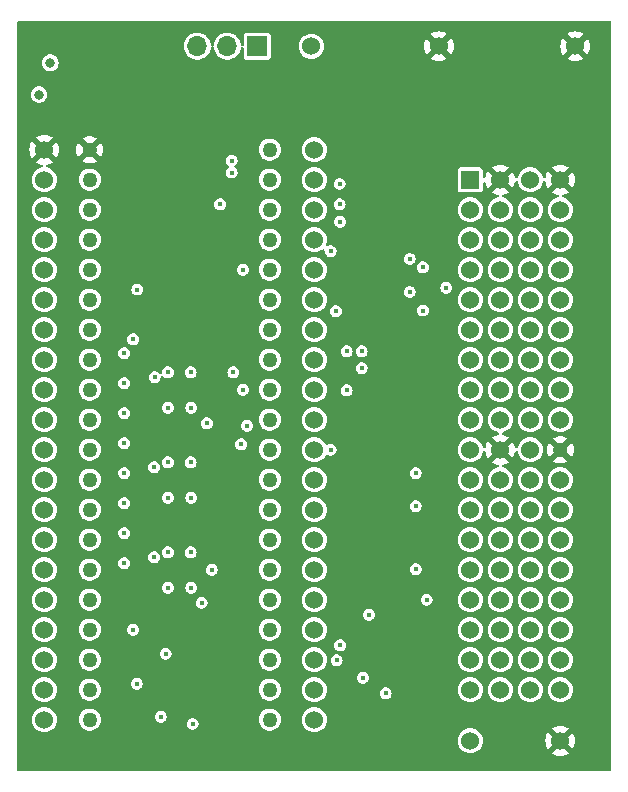
<source format=gbr>
%TF.GenerationSoftware,KiCad,Pcbnew,7.0.9*%
%TF.CreationDate,2024-10-20T15:28:43-06:00*%
%TF.ProjectId,Prototype2,50726f74-6f74-4797-9065-322e6b696361,rev?*%
%TF.SameCoordinates,Original*%
%TF.FileFunction,Copper,L2,Inr*%
%TF.FilePolarity,Positive*%
%FSLAX46Y46*%
G04 Gerber Fmt 4.6, Leading zero omitted, Abs format (unit mm)*
G04 Created by KiCad (PCBNEW 7.0.9) date 2024-10-20 15:28:43*
%MOMM*%
%LPD*%
G01*
G04 APERTURE LIST*
%TA.AperFunction,ComponentPad*%
%ADD10C,1.524000*%
%TD*%
%TA.AperFunction,ComponentPad*%
%ADD11R,1.700000X1.700000*%
%TD*%
%TA.AperFunction,ComponentPad*%
%ADD12O,1.700000X1.700000*%
%TD*%
%TA.AperFunction,ComponentPad*%
%ADD13R,1.524000X1.524000*%
%TD*%
%TA.AperFunction,ComponentPad*%
%ADD14C,1.270000*%
%TD*%
%TA.AperFunction,ViaPad*%
%ADD15C,0.400000*%
%TD*%
%TA.AperFunction,ViaPad*%
%ADD16C,0.800000*%
%TD*%
G04 APERTURE END LIST*
D10*
%TO.N,~{CS0}*%
%TO.C,TP28*%
X180086000Y-93980000D03*
%TD*%
%TO.N,P5*%
%TO.C,TP10*%
X157226000Y-93980000D03*
%TD*%
%TO.N,~{K2}*%
%TO.C,TP19*%
X180086000Y-116840000D03*
%TD*%
%TO.N,GND*%
%TO.C,TP42*%
X200914000Y-118618000D03*
%TD*%
%TO.N,PHI2*%
%TO.C,TP6*%
X157226000Y-83820000D03*
%TD*%
%TO.N,GND*%
%TO.C,TP40*%
X202184000Y-59817000D03*
%TD*%
%TO.N,D4*%
%TO.C,TP2*%
X157226000Y-73660000D03*
%TD*%
%TO.N,A0*%
%TO.C,TP34*%
X180086000Y-78740000D03*
%TD*%
%TO.N,P1*%
%TO.C,TP14*%
X157226000Y-104140000D03*
%TD*%
%TO.N,A3*%
%TO.C,TP31*%
X180086000Y-86360000D03*
%TD*%
%TO.N,+3.3V*%
%TO.C,TP45*%
X193294000Y-118618000D03*
%TD*%
%TO.N,P6*%
%TO.C,TP7*%
X157226000Y-86360000D03*
%TD*%
%TO.N,SOD*%
%TO.C,TP26*%
X180086000Y-99060000D03*
%TD*%
%TO.N,GND*%
%TO.C,TP41*%
X157226000Y-68580000D03*
%TD*%
%TO.N,P4*%
%TO.C,TP9*%
X157226000Y-91440000D03*
%TD*%
%TO.N,~{K5}*%
%TO.C,TP16*%
X157226000Y-111760000D03*
%TD*%
D11*
%TO.N,3V3_A*%
%TO.C,J3*%
X175260000Y-59817000D03*
D12*
%TO.N,+3.3V*%
X172720000Y-59817000D03*
%TO.N,3V3_B*%
X170180000Y-59817000D03*
%TD*%
D10*
%TO.N,CS1*%
%TO.C,TP29*%
X180086000Y-91440000D03*
%TD*%
%TO.N,+3.3V*%
%TO.C,TP44*%
X179832000Y-59817000D03*
%TD*%
%TO.N,~{K0}*%
%TO.C,TP21*%
X180086000Y-111760000D03*
%TD*%
%TO.N,~{KR2}*%
%TO.C,TP15*%
X157226000Y-106680000D03*
%TD*%
%TO.N,BCLK*%
%TO.C,TP24*%
X180086000Y-104140000D03*
%TD*%
%TO.N,D0*%
%TO.C,TP36*%
X180086000Y-73660000D03*
%TD*%
%TO.N,P7*%
%TO.C,TP8*%
X157226000Y-88900000D03*
%TD*%
%TO.N,SID*%
%TO.C,TP22*%
X180086000Y-109220000D03*
%TD*%
%TO.N,P0*%
%TO.C,TP13*%
X157226000Y-101600000D03*
%TD*%
%TO.N,P2*%
%TO.C,TP11*%
X157226000Y-96520000D03*
%TD*%
%TO.N,AUDIO*%
%TO.C,TP35*%
X180086000Y-76200000D03*
%TD*%
%TO.N,~{K3}*%
%TO.C,TP18*%
X157226000Y-116840000D03*
%TD*%
%TO.N,~{K4}*%
%TO.C,TP17*%
X157226000Y-114300000D03*
%TD*%
%TO.N,D2*%
%TO.C,TP38*%
X180086000Y-68580000D03*
%TD*%
%TO.N,OCLK*%
%TO.C,TP25*%
X180086000Y-101600000D03*
%TD*%
%TO.N,A2*%
%TO.C,TP32*%
X180086000Y-83820000D03*
%TD*%
%TO.N,~{K1}*%
%TO.C,TP20*%
X180086000Y-114300000D03*
%TD*%
%TO.N,P3*%
%TO.C,TP12*%
X157226000Y-99060000D03*
%TD*%
%TO.N,D1*%
%TO.C,TP37*%
X180086000Y-71120000D03*
%TD*%
D13*
%TO.N,+5V*%
%TO.C,J1*%
X193294000Y-71120000D03*
D10*
%TO.N,GND*%
X195834000Y-71120000D03*
%TO.N,3V3_A*%
X198374000Y-71120000D03*
%TO.N,GND*%
X200914000Y-71120000D03*
%TO.N,_D2*%
X193294000Y-73660000D03*
%TO.N,_D0*%
X195834000Y-73660000D03*
%TO.N,_D6*%
X198374000Y-73660000D03*
%TO.N,_D4*%
X200914000Y-73660000D03*
%TO.N,_D1*%
X193294000Y-76200000D03*
%TO.N,_D7*%
X195834000Y-76200000D03*
%TO.N,_D5*%
X198374000Y-76200000D03*
%TO.N,_D3*%
X200914000Y-76200000D03*
%TO.N,_AUDIO3*%
X193294000Y-78740000D03*
%TO.N,_AUDIO1*%
X195834000Y-78740000D03*
%TO.N,_AUDIO2*%
X198374000Y-78740000D03*
%TO.N,_AUDIO0*%
X200914000Y-78740000D03*
%TO.N,_A1*%
X193294000Y-81280000D03*
%TO.N,_A0*%
X195834000Y-81280000D03*
%TO.N,_AUDIO5*%
X198374000Y-81280000D03*
%TO.N,_AUDIO4*%
X200914000Y-81280000D03*
%TO.N,~{_EN}*%
X193294000Y-83820000D03*
%TO.N,_A2*%
X195834000Y-83820000D03*
%TO.N,_A3*%
X198374000Y-83820000D03*
%TO.N,_R{slash}W*%
X200914000Y-83820000D03*
%TO.N,unconnected-(J1-A33-Pad25)*%
X193294000Y-86360000D03*
%TO.N,unconnected-(J1-A34-Pad26)*%
X195834000Y-86360000D03*
%TO.N,unconnected-(J1-A18-Pad27)*%
X198374000Y-86360000D03*
%TO.N,unconnected-(J1-A17-Pad28)*%
X200914000Y-86360000D03*
%TO.N,_P4*%
X193294000Y-88900000D03*
%TO.N,_P6*%
X195834000Y-88900000D03*
%TO.N,_SID*%
X198374000Y-88900000D03*
%TO.N,_P7*%
X200914000Y-88900000D03*
%TO.N,unconnected-(J1-A27-Pad33)*%
X193294000Y-91440000D03*
%TO.N,unconnected-(J1-A28-Pad34)*%
X195834000Y-91440000D03*
%TO.N,unconnected-(J1-A24-Pad35)*%
X198374000Y-91440000D03*
%TO.N,unconnected-(J1-A23-Pad36)*%
X200914000Y-91440000D03*
%TO.N,+5V*%
X193294000Y-93980000D03*
%TO.N,GND*%
X195834000Y-93980000D03*
%TO.N,3V3_A*%
X198374000Y-93980000D03*
D14*
%TO.N,GND*%
X200914000Y-93980000D03*
D10*
%TO.N,_~{IRQ}*%
X193294000Y-96520000D03*
%TO.N,_P3*%
X195834000Y-96520000D03*
%TO.N,_P2*%
X198374000Y-96520000D03*
%TO.N,_PHI2*%
X200914000Y-96520000D03*
%TO.N,_OCLK*%
X193294000Y-99060000D03*
%TO.N,_SOD*%
X195834000Y-99060000D03*
%TO.N,_DUMP*%
X198374000Y-99060000D03*
%TO.N,_P5*%
X200914000Y-99060000D03*
%TO.N,unconnected-(J1-B42-Pad49)*%
X193294000Y-101600000D03*
%TO.N,unconnected-(J1-B43-Pad50)*%
X195834000Y-101600000D03*
%TO.N,unconnected-(J1-B9-Pad51)*%
X198374000Y-101600000D03*
%TO.N,unconnected-(J1-B8-Pad52)*%
X200914000Y-101600000D03*
%TO.N,_P0*%
X193294000Y-104140000D03*
%TO.N,_BCLKO*%
X195834000Y-104140000D03*
%TO.N,_BCLKI*%
X198374000Y-104140000D03*
%TO.N,_P1*%
X200914000Y-104140000D03*
%TO.N,_~{KR2}*%
X193294000Y-106680000D03*
%TO.N,_~{K5}*%
X195834000Y-106680000D03*
%TO.N,_~{KR1}*%
X198374000Y-106680000D03*
%TO.N,_~{K0}*%
X200914000Y-106680000D03*
%TO.N,unconnected-(J1-B33-Pad61)*%
X193294000Y-109220000D03*
%TO.N,unconnected-(J1-B34-Pad62)*%
X195834000Y-109220000D03*
%TO.N,unconnected-(J1-B18-Pad63)*%
X198374000Y-109220000D03*
%TO.N,unconnected-(J1-B17-Pad64)*%
X200914000Y-109220000D03*
%TO.N,unconnected-(J1-B30-Pad65)*%
X193294000Y-111760000D03*
%TO.N,unconnected-(J1-B31-Pad66)*%
X195834000Y-111760000D03*
%TO.N,unconnected-(J1-B21-Pad67)*%
X198374000Y-111760000D03*
%TO.N,unconnected-(J1-B20-Pad68)*%
X200914000Y-111760000D03*
%TO.N,_~{K4}*%
X193294000Y-114300000D03*
%TO.N,_~{K3}*%
X195834000Y-114300000D03*
%TO.N,_~{K2}*%
X198374000Y-114300000D03*
%TO.N,_~{K1}*%
X200914000Y-114300000D03*
%TD*%
%TO.N,D3*%
%TO.C,TP1*%
X157226000Y-71120000D03*
%TD*%
%TO.N,A1*%
%TO.C,TP33*%
X180086000Y-81280000D03*
%TD*%
%TO.N,D6*%
%TO.C,TP4*%
X157226000Y-78740000D03*
%TD*%
%TO.N,D5*%
%TO.C,TP3*%
X157226000Y-76200000D03*
%TD*%
%TO.N,D7*%
%TO.C,TP5*%
X157226000Y-81280000D03*
%TD*%
%TO.N,R{slash}W*%
%TO.C,TP30*%
X180086000Y-88900000D03*
%TD*%
%TO.N,~{IRQ}*%
%TO.C,TP27*%
X180086000Y-96520000D03*
%TD*%
%TO.N,GND*%
%TO.C,TP39*%
X190627000Y-59817000D03*
%TD*%
%TO.N,~{KR1}*%
%TO.C,TP23*%
X180086000Y-106680000D03*
%TD*%
D14*
%TO.N,GND*%
%TO.C,J2*%
X161065900Y-68572500D03*
%TO.N,D3*%
X161065900Y-71112500D03*
%TO.N,D4*%
X161065900Y-73652500D03*
%TO.N,D5*%
X161065900Y-76192500D03*
%TO.N,D6*%
X161065900Y-78732500D03*
%TO.N,D7*%
X161065900Y-81272500D03*
%TO.N,PHI2*%
X161065900Y-83812500D03*
%TO.N,P6*%
X161065900Y-86352500D03*
%TO.N,P7*%
X161065900Y-88892500D03*
%TO.N,P4*%
X161065900Y-91432500D03*
%TO.N,P5*%
X161065900Y-93972500D03*
%TO.N,P2*%
X161065900Y-96512500D03*
%TO.N,P3*%
X161065900Y-99052500D03*
%TO.N,P0*%
X161065900Y-101592500D03*
%TO.N,P1*%
X161065900Y-104132500D03*
%TO.N,~{KR2}*%
X161065900Y-106672500D03*
%TO.N,+5V*%
X161065900Y-109212500D03*
%TO.N,~{K5}*%
X161065900Y-111752500D03*
%TO.N,~{K4}*%
X161065900Y-114292500D03*
%TO.N,~{K3}*%
X161065900Y-116832500D03*
%TO.N,~{K2}*%
X176305900Y-116832500D03*
%TO.N,~{K1}*%
X176305900Y-114292500D03*
%TO.N,~{K0}*%
X176305900Y-111752500D03*
%TO.N,SID*%
X176305900Y-109212500D03*
%TO.N,~{KR1}*%
X176305900Y-106672500D03*
%TO.N,BCLK*%
X176305900Y-104132500D03*
%TO.N,OCLK*%
X176305900Y-101592500D03*
%TO.N,SOD*%
X176305900Y-99052500D03*
%TO.N,~{IRQ}*%
X176305900Y-96512500D03*
%TO.N,~{CS0}*%
X176305900Y-93972500D03*
%TO.N,CS1*%
X176305900Y-91432500D03*
%TO.N,R{slash}W*%
X176305900Y-88892500D03*
%TO.N,A3*%
X176305900Y-86352500D03*
%TO.N,A2*%
X176305900Y-83812500D03*
%TO.N,A1*%
X176305900Y-81272500D03*
%TO.N,A0*%
X176305900Y-78732500D03*
%TO.N,AUDIO*%
X176305900Y-76192500D03*
%TO.N,D0*%
X176305900Y-73652500D03*
%TO.N,D1*%
X176305900Y-71112500D03*
%TO.N,D2*%
X176305900Y-68572500D03*
%TD*%
D10*
%TO.N,+5V*%
%TO.C,TP43*%
X157226000Y-109220000D03*
%TD*%
D15*
%TO.N,~{_EN}*%
X173888400Y-93522800D03*
%TO.N,+3.3V*%
X174396400Y-91948000D03*
%TO.N,GND*%
X170992800Y-93065600D03*
%TO.N,+3.3V*%
X170992800Y-91744800D03*
%TO.N,GND*%
X174853600Y-93522800D03*
D16*
%TO.N,3V3_B*%
X157734000Y-61214000D03*
D15*
%TO.N,GND*%
X188163200Y-83820000D03*
X183083200Y-80619600D03*
X162610800Y-97790000D03*
X172110400Y-114401600D03*
X183134000Y-98856800D03*
X182829200Y-83820000D03*
X168706800Y-117602000D03*
X170535600Y-89560400D03*
X162610800Y-92811600D03*
X186385200Y-107543600D03*
X165963600Y-115366800D03*
X173075600Y-71526400D03*
X162661600Y-102870000D03*
X169214800Y-110794800D03*
X162610800Y-85191600D03*
X189484000Y-74320400D03*
X189509400Y-71221600D03*
X189280800Y-111150400D03*
D16*
X157734000Y-59283600D03*
D15*
X184607200Y-115011200D03*
X171958000Y-81483200D03*
X182981600Y-72390000D03*
X183184800Y-112115600D03*
X170535600Y-97180400D03*
X168402000Y-83769200D03*
X165100000Y-70002400D03*
X189534800Y-72796400D03*
X183388000Y-108915200D03*
X170535600Y-104800400D03*
X162610800Y-87680800D03*
X165455600Y-102565200D03*
X166217600Y-112166400D03*
X162661600Y-100330000D03*
X182981600Y-73914000D03*
X166166800Y-78740000D03*
X182981600Y-75438000D03*
X187452000Y-79806800D03*
X162610800Y-90170000D03*
X185318400Y-85648800D03*
X183083200Y-101447600D03*
X166014400Y-81991200D03*
X162661600Y-95250000D03*
X170535600Y-77978000D03*
X165557200Y-87833200D03*
X183184800Y-103936800D03*
X183083200Y-96316800D03*
X165506400Y-94996000D03*
D16*
X157581600Y-62687200D03*
%TO.N,+5V*%
X156768800Y-63906400D03*
D15*
%TO.N,SID*%
X164744400Y-84632800D03*
X164744400Y-109220000D03*
%TO.N,BCLK*%
X170535600Y-106934000D03*
X171399200Y-104140000D03*
%TO.N,R{slash}W*%
X174040800Y-78740000D03*
X174040800Y-88900000D03*
X173075600Y-69494400D03*
%TO.N,A0*%
X188163200Y-80619600D03*
X188163200Y-77825600D03*
%TO.N,+3.3V*%
X166573200Y-87833200D03*
X165100000Y-80416400D03*
X173075600Y-70510400D03*
X166522400Y-95453200D03*
X182270400Y-110540800D03*
X166522400Y-103073200D03*
X181914800Y-82245200D03*
X165049200Y-113792000D03*
%TO.N,_P3*%
X188671200Y-95961200D03*
%TO.N,_P5*%
X167690800Y-98044000D03*
X169672000Y-98044000D03*
%TO.N,_P7*%
X169621200Y-87426800D03*
X167690800Y-87426800D03*
%TO.N,_P6*%
X169672000Y-90424000D03*
X167690800Y-90424000D03*
%TO.N,_P1*%
X169621200Y-102666800D03*
X167690800Y-102666800D03*
%TO.N,_P0*%
X167690800Y-105664000D03*
X169672000Y-105664000D03*
%TO.N,_P2*%
X167690800Y-95046800D03*
X169621200Y-95046800D03*
%TO.N,_AUDIO1*%
X182219600Y-71475600D03*
%TO.N,_AUDIO3*%
X182219600Y-73202800D03*
%TO.N,_AUDIO5*%
X182270400Y-74676000D03*
%TO.N,_A2*%
X184099200Y-85648800D03*
%TO.N,_A1*%
X191262000Y-80264000D03*
%TO.N,_DUMP*%
X163982400Y-101041200D03*
X163982400Y-93421200D03*
X163982400Y-88341200D03*
X163982400Y-90881200D03*
X163982400Y-98501200D03*
X163982400Y-95961200D03*
X163982400Y-103581200D03*
X163982400Y-85801200D03*
%TO.N,_R{slash}W*%
X189280800Y-78536800D03*
X189280800Y-82194400D03*
%TO.N,_~{KR2}*%
X181965600Y-111810800D03*
%TO.N,_~{K5}*%
X167487600Y-111252000D03*
%TO.N,~{_EN}*%
X172110400Y-73202800D03*
X173228000Y-87426800D03*
X184099200Y-87071200D03*
%TO.N,_~{K4}*%
X167081200Y-116586000D03*
%TO.N,_~{K3}*%
X169773600Y-117195600D03*
%TO.N,_SOD*%
X188671200Y-98755200D03*
%TO.N,_PHI2*%
X181457600Y-93980000D03*
X181457600Y-77165200D03*
%TO.N,_SID*%
X182829200Y-88950800D03*
X182829200Y-85648800D03*
%TO.N,_~{K0}*%
X184708800Y-107950000D03*
X189585600Y-106680000D03*
%TO.N,_~{K1}*%
X184200800Y-113284000D03*
%TO.N,_~{K2}*%
X186131200Y-114604800D03*
%TO.N,_BCLKO*%
X188671200Y-104089200D03*
%TD*%
%TA.AperFunction,Conductor*%
%TO.N,GND*%
G36*
X205174539Y-57678185D02*
G01*
X205220294Y-57730989D01*
X205231500Y-57782500D01*
X205231500Y-121033500D01*
X205211815Y-121100539D01*
X205159011Y-121146294D01*
X205107500Y-121157500D01*
X155064500Y-121157500D01*
X154997461Y-121137815D01*
X154951706Y-121085011D01*
X154940500Y-121033500D01*
X154940500Y-118618000D01*
X192226359Y-118618000D01*
X192246872Y-118826284D01*
X192246873Y-118826286D01*
X192307628Y-119026569D01*
X192352455Y-119110435D01*
X192406291Y-119211153D01*
X192539063Y-119372936D01*
X192700846Y-119505708D01*
X192700850Y-119505711D01*
X192885431Y-119604372D01*
X193085714Y-119665127D01*
X193294000Y-119685641D01*
X193502286Y-119665127D01*
X193702569Y-119604372D01*
X193887150Y-119505711D01*
X194048936Y-119372936D01*
X194181711Y-119211150D01*
X194280372Y-119026569D01*
X194341127Y-118826286D01*
X194361641Y-118618000D01*
X199647179Y-118618000D01*
X199666424Y-118837976D01*
X199666426Y-118837986D01*
X199723575Y-119051270D01*
X199723580Y-119051284D01*
X199816899Y-119251407D01*
X199816900Y-119251409D01*
X199862258Y-119316187D01*
X200424477Y-118753968D01*
X200447155Y-118831201D01*
X200526131Y-118954090D01*
X200636530Y-119049752D01*
X200769408Y-119110435D01*
X200774400Y-119111152D01*
X200215811Y-119669741D01*
X200280582Y-119715094D01*
X200280592Y-119715100D01*
X200480715Y-119808419D01*
X200480729Y-119808424D01*
X200694013Y-119865573D01*
X200694023Y-119865575D01*
X200913999Y-119884821D01*
X200914001Y-119884821D01*
X201133976Y-119865575D01*
X201133986Y-119865573D01*
X201347270Y-119808424D01*
X201347284Y-119808419D01*
X201547408Y-119715100D01*
X201547420Y-119715093D01*
X201612186Y-119669742D01*
X201612187Y-119669740D01*
X201053600Y-119111152D01*
X201058592Y-119110435D01*
X201191470Y-119049752D01*
X201301869Y-118954090D01*
X201380845Y-118831201D01*
X201403522Y-118753969D01*
X201965740Y-119316187D01*
X201965742Y-119316186D01*
X202011093Y-119251420D01*
X202011100Y-119251408D01*
X202104419Y-119051284D01*
X202104424Y-119051270D01*
X202161573Y-118837986D01*
X202161575Y-118837976D01*
X202180821Y-118618000D01*
X202180821Y-118617999D01*
X202161575Y-118398023D01*
X202161573Y-118398013D01*
X202104424Y-118184729D01*
X202104420Y-118184720D01*
X202011098Y-117984590D01*
X201965740Y-117919811D01*
X201403521Y-118482029D01*
X201380845Y-118404799D01*
X201301869Y-118281910D01*
X201191470Y-118186248D01*
X201058592Y-118125565D01*
X201053599Y-118124847D01*
X201612187Y-117566258D01*
X201547409Y-117520900D01*
X201547407Y-117520899D01*
X201347284Y-117427580D01*
X201347270Y-117427575D01*
X201133986Y-117370426D01*
X201133976Y-117370424D01*
X200914001Y-117351179D01*
X200913999Y-117351179D01*
X200694023Y-117370424D01*
X200694013Y-117370426D01*
X200480729Y-117427575D01*
X200480720Y-117427579D01*
X200280586Y-117520903D01*
X200215812Y-117566257D01*
X200215811Y-117566258D01*
X200774400Y-118124847D01*
X200769408Y-118125565D01*
X200636530Y-118186248D01*
X200526131Y-118281910D01*
X200447155Y-118404799D01*
X200424477Y-118482030D01*
X199862258Y-117919811D01*
X199862257Y-117919812D01*
X199816903Y-117984586D01*
X199723579Y-118184720D01*
X199723575Y-118184729D01*
X199666426Y-118398013D01*
X199666424Y-118398023D01*
X199647179Y-118617999D01*
X199647179Y-118618000D01*
X194361641Y-118618000D01*
X194341127Y-118409714D01*
X194280372Y-118209431D01*
X194181711Y-118024850D01*
X194181708Y-118024846D01*
X194048936Y-117863063D01*
X193887153Y-117730291D01*
X193887151Y-117730290D01*
X193887150Y-117730289D01*
X193702569Y-117631628D01*
X193602427Y-117601250D01*
X193502284Y-117570872D01*
X193294000Y-117550359D01*
X193085715Y-117570872D01*
X192885428Y-117631629D01*
X192700846Y-117730291D01*
X192539063Y-117863063D01*
X192406291Y-118024846D01*
X192307629Y-118209428D01*
X192246872Y-118409715D01*
X192226359Y-118618000D01*
X154940500Y-118618000D01*
X154940500Y-116840000D01*
X156158359Y-116840000D01*
X156178872Y-117048284D01*
X156178873Y-117048286D01*
X156239628Y-117248569D01*
X156335311Y-117427579D01*
X156338291Y-117433153D01*
X156471063Y-117594936D01*
X156632846Y-117727708D01*
X156632850Y-117727711D01*
X156817431Y-117826372D01*
X157017714Y-117887127D01*
X157226000Y-117907641D01*
X157434286Y-117887127D01*
X157634569Y-117826372D01*
X157819150Y-117727711D01*
X157980936Y-117594936D01*
X158113711Y-117433150D01*
X158212372Y-117248569D01*
X158273127Y-117048286D01*
X158293641Y-116840000D01*
X158292902Y-116832500D01*
X160125247Y-116832500D01*
X160145803Y-117028075D01*
X160145804Y-117028077D01*
X160206568Y-117215092D01*
X160206571Y-117215098D01*
X160304895Y-117385401D01*
X160436474Y-117531536D01*
X160436477Y-117531538D01*
X160436480Y-117531541D01*
X160500072Y-117577743D01*
X160595573Y-117647129D01*
X160775217Y-117727112D01*
X160775222Y-117727114D01*
X160967575Y-117768000D01*
X161164225Y-117768000D01*
X161356578Y-117727114D01*
X161536227Y-117647129D01*
X161695320Y-117531541D01*
X161704899Y-117520903D01*
X161751658Y-117468971D01*
X161826904Y-117385402D01*
X161925229Y-117215098D01*
X161931564Y-117195600D01*
X169267953Y-117195600D01*
X169288434Y-117338056D01*
X169310057Y-117385402D01*
X169348223Y-117468973D01*
X169442472Y-117577743D01*
X169563547Y-117655553D01*
X169563550Y-117655554D01*
X169563549Y-117655554D01*
X169701636Y-117696099D01*
X169701638Y-117696100D01*
X169701639Y-117696100D01*
X169845562Y-117696100D01*
X169845562Y-117696099D01*
X169983653Y-117655553D01*
X170104728Y-117577743D01*
X170198977Y-117468973D01*
X170258765Y-117338057D01*
X170279247Y-117195600D01*
X170258765Y-117053143D01*
X170198977Y-116922227D01*
X170121229Y-116832500D01*
X175365247Y-116832500D01*
X175385803Y-117028075D01*
X175385804Y-117028077D01*
X175446568Y-117215092D01*
X175446571Y-117215098D01*
X175544895Y-117385401D01*
X175676474Y-117531536D01*
X175676477Y-117531538D01*
X175676480Y-117531541D01*
X175740072Y-117577743D01*
X175835573Y-117647129D01*
X176015217Y-117727112D01*
X176015222Y-117727114D01*
X176207575Y-117768000D01*
X176404225Y-117768000D01*
X176596578Y-117727114D01*
X176776227Y-117647129D01*
X176935320Y-117531541D01*
X176944899Y-117520903D01*
X176991658Y-117468971D01*
X177066904Y-117385402D01*
X177165229Y-117215098D01*
X177225997Y-117028073D01*
X177245765Y-116840000D01*
X179018359Y-116840000D01*
X179038872Y-117048284D01*
X179038873Y-117048286D01*
X179099628Y-117248569D01*
X179195311Y-117427579D01*
X179198291Y-117433153D01*
X179331063Y-117594936D01*
X179492846Y-117727708D01*
X179492850Y-117727711D01*
X179677431Y-117826372D01*
X179877714Y-117887127D01*
X180086000Y-117907641D01*
X180294286Y-117887127D01*
X180494569Y-117826372D01*
X180679150Y-117727711D01*
X180840936Y-117594936D01*
X180973711Y-117433150D01*
X181072372Y-117248569D01*
X181133127Y-117048286D01*
X181153641Y-116840000D01*
X181133127Y-116631714D01*
X181072372Y-116431431D01*
X180973711Y-116246850D01*
X180973708Y-116246846D01*
X180840936Y-116085063D01*
X180679153Y-115952291D01*
X180679151Y-115952290D01*
X180679150Y-115952289D01*
X180494569Y-115853628D01*
X180394427Y-115823250D01*
X180294284Y-115792872D01*
X180086000Y-115772359D01*
X179877715Y-115792872D01*
X179677428Y-115853629D01*
X179492846Y-115952291D01*
X179331063Y-116085063D01*
X179198291Y-116246846D01*
X179099629Y-116431428D01*
X179038872Y-116631715D01*
X179018359Y-116840000D01*
X177245765Y-116840000D01*
X177246553Y-116832500D01*
X177225997Y-116636927D01*
X177165229Y-116449902D01*
X177066904Y-116279598D01*
X176998706Y-116203856D01*
X176935325Y-116133463D01*
X176935322Y-116133461D01*
X176935321Y-116133460D01*
X176935320Y-116133459D01*
X176776227Y-116017871D01*
X176776226Y-116017870D01*
X176596582Y-115937887D01*
X176596577Y-115937885D01*
X176404225Y-115897000D01*
X176207575Y-115897000D01*
X176015222Y-115937885D01*
X176015217Y-115937887D01*
X175835574Y-116017870D01*
X175835569Y-116017873D01*
X175676481Y-116133457D01*
X175676474Y-116133463D01*
X175544895Y-116279598D01*
X175446571Y-116449901D01*
X175446568Y-116449907D01*
X175385804Y-116636922D01*
X175385803Y-116636924D01*
X175365247Y-116832500D01*
X170121229Y-116832500D01*
X170104728Y-116813457D01*
X169983653Y-116735647D01*
X169983651Y-116735646D01*
X169983649Y-116735645D01*
X169983650Y-116735645D01*
X169845563Y-116695100D01*
X169845561Y-116695100D01*
X169701639Y-116695100D01*
X169701636Y-116695100D01*
X169563549Y-116735645D01*
X169442473Y-116813456D01*
X169348223Y-116922226D01*
X169348222Y-116922228D01*
X169288434Y-117053143D01*
X169267953Y-117195600D01*
X161931564Y-117195600D01*
X161985997Y-117028073D01*
X162006553Y-116832500D01*
X161985997Y-116636927D01*
X161969450Y-116586000D01*
X166575553Y-116586000D01*
X166596034Y-116728456D01*
X166655822Y-116859371D01*
X166655823Y-116859373D01*
X166750072Y-116968143D01*
X166871147Y-117045953D01*
X166871150Y-117045954D01*
X166871149Y-117045954D01*
X167009236Y-117086499D01*
X167009238Y-117086500D01*
X167009239Y-117086500D01*
X167153162Y-117086500D01*
X167153162Y-117086499D01*
X167266766Y-117053143D01*
X167291250Y-117045954D01*
X167291250Y-117045953D01*
X167291253Y-117045953D01*
X167412328Y-116968143D01*
X167506577Y-116859373D01*
X167566365Y-116728457D01*
X167586847Y-116586000D01*
X167566365Y-116443543D01*
X167506577Y-116312627D01*
X167412328Y-116203857D01*
X167291253Y-116126047D01*
X167291251Y-116126046D01*
X167291249Y-116126045D01*
X167291250Y-116126045D01*
X167153163Y-116085500D01*
X167153161Y-116085500D01*
X167009239Y-116085500D01*
X167009236Y-116085500D01*
X166871149Y-116126045D01*
X166750073Y-116203856D01*
X166655823Y-116312626D01*
X166655822Y-116312628D01*
X166596034Y-116443543D01*
X166575553Y-116586000D01*
X161969450Y-116586000D01*
X161925229Y-116449902D01*
X161826904Y-116279598D01*
X161758706Y-116203856D01*
X161695325Y-116133463D01*
X161695322Y-116133461D01*
X161695321Y-116133460D01*
X161695320Y-116133459D01*
X161536227Y-116017871D01*
X161536226Y-116017870D01*
X161356582Y-115937887D01*
X161356577Y-115937885D01*
X161164225Y-115897000D01*
X160967575Y-115897000D01*
X160775222Y-115937885D01*
X160775217Y-115937887D01*
X160595574Y-116017870D01*
X160595569Y-116017873D01*
X160436481Y-116133457D01*
X160436474Y-116133463D01*
X160304895Y-116279598D01*
X160206571Y-116449901D01*
X160206568Y-116449907D01*
X160145804Y-116636922D01*
X160145803Y-116636924D01*
X160125247Y-116832500D01*
X158292902Y-116832500D01*
X158273127Y-116631714D01*
X158212372Y-116431431D01*
X158113711Y-116246850D01*
X158113708Y-116246846D01*
X157980936Y-116085063D01*
X157819153Y-115952291D01*
X157819151Y-115952290D01*
X157819150Y-115952289D01*
X157634569Y-115853628D01*
X157534427Y-115823250D01*
X157434284Y-115792872D01*
X157226000Y-115772359D01*
X157017715Y-115792872D01*
X156817428Y-115853629D01*
X156632846Y-115952291D01*
X156471063Y-116085063D01*
X156338291Y-116246846D01*
X156239629Y-116431428D01*
X156178872Y-116631715D01*
X156158359Y-116840000D01*
X154940500Y-116840000D01*
X154940500Y-114300000D01*
X156158359Y-114300000D01*
X156178872Y-114508284D01*
X156239629Y-114708571D01*
X156338291Y-114893153D01*
X156471063Y-115054936D01*
X156632846Y-115187708D01*
X156632850Y-115187711D01*
X156817431Y-115286372D01*
X157017714Y-115347127D01*
X157226000Y-115367641D01*
X157434286Y-115347127D01*
X157634569Y-115286372D01*
X157819150Y-115187711D01*
X157980936Y-115054936D01*
X158113711Y-114893150D01*
X158212372Y-114708569D01*
X158273127Y-114508286D01*
X158293641Y-114300000D01*
X158292902Y-114292500D01*
X160125247Y-114292500D01*
X160145803Y-114488075D01*
X160145804Y-114488077D01*
X160206568Y-114675092D01*
X160206571Y-114675098D01*
X160304895Y-114845401D01*
X160436474Y-114991536D01*
X160436477Y-114991538D01*
X160436480Y-114991541D01*
X160523736Y-115054936D01*
X160595573Y-115107129D01*
X160775217Y-115187112D01*
X160775222Y-115187114D01*
X160967575Y-115228000D01*
X161164225Y-115228000D01*
X161356578Y-115187114D01*
X161536227Y-115107129D01*
X161695320Y-114991541D01*
X161699461Y-114986943D01*
X161742182Y-114939495D01*
X161826904Y-114845402D01*
X161925229Y-114675098D01*
X161985997Y-114488073D01*
X162006553Y-114292500D01*
X161985997Y-114096927D01*
X161955613Y-114003414D01*
X161925231Y-113909907D01*
X161925228Y-113909901D01*
X161914564Y-113891431D01*
X161857158Y-113792000D01*
X164543553Y-113792000D01*
X164564034Y-113934456D01*
X164623822Y-114065371D01*
X164623823Y-114065373D01*
X164718072Y-114174143D01*
X164839147Y-114251953D01*
X164839150Y-114251954D01*
X164839149Y-114251954D01*
X164977236Y-114292499D01*
X164977238Y-114292500D01*
X164977239Y-114292500D01*
X165121162Y-114292500D01*
X175365247Y-114292500D01*
X175385803Y-114488075D01*
X175385804Y-114488077D01*
X175446568Y-114675092D01*
X175446571Y-114675098D01*
X175544895Y-114845401D01*
X175676474Y-114991536D01*
X175676477Y-114991538D01*
X175676480Y-114991541D01*
X175763736Y-115054936D01*
X175835573Y-115107129D01*
X176015217Y-115187112D01*
X176015222Y-115187114D01*
X176207575Y-115228000D01*
X176404225Y-115228000D01*
X176596578Y-115187114D01*
X176776227Y-115107129D01*
X176935320Y-114991541D01*
X176939461Y-114986943D01*
X176982182Y-114939495D01*
X177066904Y-114845402D01*
X177165229Y-114675098D01*
X177225997Y-114488073D01*
X177245765Y-114300000D01*
X179018359Y-114300000D01*
X179038872Y-114508284D01*
X179099629Y-114708571D01*
X179198291Y-114893153D01*
X179331063Y-115054936D01*
X179492846Y-115187708D01*
X179492850Y-115187711D01*
X179677431Y-115286372D01*
X179877714Y-115347127D01*
X180086000Y-115367641D01*
X180294286Y-115347127D01*
X180494569Y-115286372D01*
X180679150Y-115187711D01*
X180840936Y-115054936D01*
X180973711Y-114893150D01*
X181072372Y-114708569D01*
X181103850Y-114604800D01*
X185625553Y-114604800D01*
X185646034Y-114747256D01*
X185690856Y-114845401D01*
X185705823Y-114878173D01*
X185800072Y-114986943D01*
X185921147Y-115064753D01*
X185921150Y-115064754D01*
X185921149Y-115064754D01*
X186059236Y-115105299D01*
X186059238Y-115105300D01*
X186059239Y-115105300D01*
X186203162Y-115105300D01*
X186203162Y-115105299D01*
X186341253Y-115064753D01*
X186462328Y-114986943D01*
X186556577Y-114878173D01*
X186616365Y-114747257D01*
X186636847Y-114604800D01*
X186616365Y-114462343D01*
X186556577Y-114331427D01*
X186529346Y-114300000D01*
X192226359Y-114300000D01*
X192246872Y-114508284D01*
X192307629Y-114708571D01*
X192406291Y-114893153D01*
X192539063Y-115054936D01*
X192700846Y-115187708D01*
X192700850Y-115187711D01*
X192885431Y-115286372D01*
X193085714Y-115347127D01*
X193294000Y-115367641D01*
X193502286Y-115347127D01*
X193702569Y-115286372D01*
X193887150Y-115187711D01*
X194048936Y-115054936D01*
X194181711Y-114893150D01*
X194280372Y-114708569D01*
X194341127Y-114508286D01*
X194361641Y-114300000D01*
X194766359Y-114300000D01*
X194786872Y-114508284D01*
X194847629Y-114708571D01*
X194946291Y-114893153D01*
X195079063Y-115054936D01*
X195240846Y-115187708D01*
X195240850Y-115187711D01*
X195425431Y-115286372D01*
X195625714Y-115347127D01*
X195834000Y-115367641D01*
X196042286Y-115347127D01*
X196242569Y-115286372D01*
X196427150Y-115187711D01*
X196588936Y-115054936D01*
X196721711Y-114893150D01*
X196820372Y-114708569D01*
X196881127Y-114508286D01*
X196901641Y-114300000D01*
X197306359Y-114300000D01*
X197326872Y-114508284D01*
X197387629Y-114708571D01*
X197486291Y-114893153D01*
X197619063Y-115054936D01*
X197780846Y-115187708D01*
X197780850Y-115187711D01*
X197965431Y-115286372D01*
X198165714Y-115347127D01*
X198374000Y-115367641D01*
X198582286Y-115347127D01*
X198782569Y-115286372D01*
X198967150Y-115187711D01*
X199128936Y-115054936D01*
X199261711Y-114893150D01*
X199360372Y-114708569D01*
X199421127Y-114508286D01*
X199441641Y-114300000D01*
X199846359Y-114300000D01*
X199866872Y-114508284D01*
X199927629Y-114708571D01*
X200026291Y-114893153D01*
X200159063Y-115054936D01*
X200320846Y-115187708D01*
X200320850Y-115187711D01*
X200505431Y-115286372D01*
X200705714Y-115347127D01*
X200914000Y-115367641D01*
X201122286Y-115347127D01*
X201322569Y-115286372D01*
X201507150Y-115187711D01*
X201668936Y-115054936D01*
X201801711Y-114893150D01*
X201900372Y-114708569D01*
X201961127Y-114508286D01*
X201981641Y-114300000D01*
X201961127Y-114091714D01*
X201900372Y-113891431D01*
X201801711Y-113706850D01*
X201801708Y-113706846D01*
X201668936Y-113545063D01*
X201507153Y-113412291D01*
X201507151Y-113412290D01*
X201507150Y-113412289D01*
X201322569Y-113313628D01*
X201222427Y-113283250D01*
X201122284Y-113252872D01*
X200914000Y-113232359D01*
X200705715Y-113252872D01*
X200505428Y-113313629D01*
X200320846Y-113412291D01*
X200159063Y-113545063D01*
X200026291Y-113706846D01*
X199927629Y-113891428D01*
X199866872Y-114091715D01*
X199846359Y-114300000D01*
X199441641Y-114300000D01*
X199421127Y-114091714D01*
X199360372Y-113891431D01*
X199261711Y-113706850D01*
X199261708Y-113706846D01*
X199128936Y-113545063D01*
X198967153Y-113412291D01*
X198967151Y-113412290D01*
X198967150Y-113412289D01*
X198782569Y-113313628D01*
X198682427Y-113283250D01*
X198582284Y-113252872D01*
X198374000Y-113232359D01*
X198165715Y-113252872D01*
X197965428Y-113313629D01*
X197780846Y-113412291D01*
X197619063Y-113545063D01*
X197486291Y-113706846D01*
X197387629Y-113891428D01*
X197326872Y-114091715D01*
X197306359Y-114300000D01*
X196901641Y-114300000D01*
X196881127Y-114091714D01*
X196820372Y-113891431D01*
X196721711Y-113706850D01*
X196721708Y-113706846D01*
X196588936Y-113545063D01*
X196427153Y-113412291D01*
X196427151Y-113412290D01*
X196427150Y-113412289D01*
X196242569Y-113313628D01*
X196142427Y-113283250D01*
X196042284Y-113252872D01*
X195834000Y-113232359D01*
X195625715Y-113252872D01*
X195425428Y-113313629D01*
X195240846Y-113412291D01*
X195079063Y-113545063D01*
X194946291Y-113706846D01*
X194847629Y-113891428D01*
X194786872Y-114091715D01*
X194766359Y-114300000D01*
X194361641Y-114300000D01*
X194341127Y-114091714D01*
X194280372Y-113891431D01*
X194181711Y-113706850D01*
X194181708Y-113706846D01*
X194048936Y-113545063D01*
X193887153Y-113412291D01*
X193887151Y-113412290D01*
X193887150Y-113412289D01*
X193702569Y-113313628D01*
X193602427Y-113283250D01*
X193502284Y-113252872D01*
X193294000Y-113232359D01*
X193085715Y-113252872D01*
X192885428Y-113313629D01*
X192700846Y-113412291D01*
X192539063Y-113545063D01*
X192406291Y-113706846D01*
X192307629Y-113891428D01*
X192246872Y-114091715D01*
X192226359Y-114300000D01*
X186529346Y-114300000D01*
X186462328Y-114222657D01*
X186341253Y-114144847D01*
X186341251Y-114144846D01*
X186341249Y-114144845D01*
X186341250Y-114144845D01*
X186203163Y-114104300D01*
X186203161Y-114104300D01*
X186059239Y-114104300D01*
X186059236Y-114104300D01*
X185921149Y-114144845D01*
X185800073Y-114222656D01*
X185705823Y-114331426D01*
X185705822Y-114331428D01*
X185646034Y-114462343D01*
X185625553Y-114604800D01*
X181103850Y-114604800D01*
X181133127Y-114508286D01*
X181153641Y-114300000D01*
X181133127Y-114091714D01*
X181072372Y-113891431D01*
X180973711Y-113706850D01*
X180973708Y-113706846D01*
X180840936Y-113545063D01*
X180679153Y-113412291D01*
X180679151Y-113412290D01*
X180679150Y-113412289D01*
X180494569Y-113313628D01*
X180396899Y-113284000D01*
X183695153Y-113284000D01*
X183715634Y-113426456D01*
X183775422Y-113557371D01*
X183775423Y-113557373D01*
X183869672Y-113666143D01*
X183990747Y-113743953D01*
X183990750Y-113743954D01*
X183990749Y-113743954D01*
X184128836Y-113784499D01*
X184128838Y-113784500D01*
X184128839Y-113784500D01*
X184272762Y-113784500D01*
X184272762Y-113784499D01*
X184410853Y-113743953D01*
X184531928Y-113666143D01*
X184626177Y-113557373D01*
X184685965Y-113426457D01*
X184706447Y-113284000D01*
X184685965Y-113141543D01*
X184626177Y-113010627D01*
X184531928Y-112901857D01*
X184410853Y-112824047D01*
X184410851Y-112824046D01*
X184410849Y-112824045D01*
X184410850Y-112824045D01*
X184272763Y-112783500D01*
X184272761Y-112783500D01*
X184128839Y-112783500D01*
X184128836Y-112783500D01*
X183990749Y-112824045D01*
X183869673Y-112901856D01*
X183775423Y-113010626D01*
X183775422Y-113010628D01*
X183715634Y-113141543D01*
X183695153Y-113284000D01*
X180396899Y-113284000D01*
X180394427Y-113283250D01*
X180294284Y-113252872D01*
X180086000Y-113232359D01*
X179877715Y-113252872D01*
X179677428Y-113313629D01*
X179492846Y-113412291D01*
X179331063Y-113545063D01*
X179198291Y-113706846D01*
X179099629Y-113891428D01*
X179038872Y-114091715D01*
X179018359Y-114300000D01*
X177245765Y-114300000D01*
X177246553Y-114292500D01*
X177225997Y-114096927D01*
X177195613Y-114003414D01*
X177165231Y-113909907D01*
X177165228Y-113909901D01*
X177154564Y-113891431D01*
X177066904Y-113739598D01*
X177037414Y-113706846D01*
X176935325Y-113593463D01*
X176935322Y-113593461D01*
X176935321Y-113593460D01*
X176935320Y-113593459D01*
X176776227Y-113477871D01*
X176776226Y-113477870D01*
X176596582Y-113397887D01*
X176596577Y-113397885D01*
X176404225Y-113357000D01*
X176207575Y-113357000D01*
X176015222Y-113397885D01*
X176015217Y-113397887D01*
X175835574Y-113477870D01*
X175835569Y-113477873D01*
X175676481Y-113593457D01*
X175676474Y-113593463D01*
X175544895Y-113739598D01*
X175446571Y-113909901D01*
X175446568Y-113909907D01*
X175385804Y-114096922D01*
X175385803Y-114096924D01*
X175365247Y-114292500D01*
X165121162Y-114292500D01*
X165121162Y-114292499D01*
X165259253Y-114251953D01*
X165380328Y-114174143D01*
X165474577Y-114065373D01*
X165534365Y-113934457D01*
X165554847Y-113792000D01*
X165534365Y-113649543D01*
X165474577Y-113518627D01*
X165380328Y-113409857D01*
X165259253Y-113332047D01*
X165259251Y-113332046D01*
X165259249Y-113332045D01*
X165259250Y-113332045D01*
X165121163Y-113291500D01*
X165121161Y-113291500D01*
X164977239Y-113291500D01*
X164977236Y-113291500D01*
X164839149Y-113332045D01*
X164718073Y-113409856D01*
X164623823Y-113518626D01*
X164623822Y-113518628D01*
X164564034Y-113649543D01*
X164543553Y-113792000D01*
X161857158Y-113792000D01*
X161826904Y-113739598D01*
X161797414Y-113706846D01*
X161695325Y-113593463D01*
X161695322Y-113593461D01*
X161695321Y-113593460D01*
X161695320Y-113593459D01*
X161536227Y-113477871D01*
X161536226Y-113477870D01*
X161356582Y-113397887D01*
X161356577Y-113397885D01*
X161164225Y-113357000D01*
X160967575Y-113357000D01*
X160775222Y-113397885D01*
X160775217Y-113397887D01*
X160595574Y-113477870D01*
X160595569Y-113477873D01*
X160436481Y-113593457D01*
X160436474Y-113593463D01*
X160304895Y-113739598D01*
X160206571Y-113909901D01*
X160206568Y-113909907D01*
X160145804Y-114096922D01*
X160145803Y-114096924D01*
X160125247Y-114292500D01*
X158292902Y-114292500D01*
X158273127Y-114091714D01*
X158212372Y-113891431D01*
X158113711Y-113706850D01*
X158113708Y-113706846D01*
X157980936Y-113545063D01*
X157819153Y-113412291D01*
X157819151Y-113412290D01*
X157819150Y-113412289D01*
X157634569Y-113313628D01*
X157534427Y-113283250D01*
X157434284Y-113252872D01*
X157226000Y-113232359D01*
X157017715Y-113252872D01*
X156817428Y-113313629D01*
X156632846Y-113412291D01*
X156471063Y-113545063D01*
X156338291Y-113706846D01*
X156239629Y-113891428D01*
X156178872Y-114091715D01*
X156158359Y-114300000D01*
X154940500Y-114300000D01*
X154940500Y-111760000D01*
X156158359Y-111760000D01*
X156178872Y-111968284D01*
X156239629Y-112168571D01*
X156338291Y-112353153D01*
X156471063Y-112514936D01*
X156632846Y-112647708D01*
X156632850Y-112647711D01*
X156817431Y-112746372D01*
X157017714Y-112807127D01*
X157226000Y-112827641D01*
X157434286Y-112807127D01*
X157634569Y-112746372D01*
X157819150Y-112647711D01*
X157980936Y-112514936D01*
X158113711Y-112353150D01*
X158212372Y-112168569D01*
X158273127Y-111968286D01*
X158293641Y-111760000D01*
X158292902Y-111752500D01*
X160125247Y-111752500D01*
X160145803Y-111948075D01*
X160145804Y-111948077D01*
X160206568Y-112135092D01*
X160206571Y-112135098D01*
X160304895Y-112305401D01*
X160436474Y-112451536D01*
X160436477Y-112451538D01*
X160436480Y-112451541D01*
X160523736Y-112514936D01*
X160595573Y-112567129D01*
X160775217Y-112647112D01*
X160775222Y-112647114D01*
X160967575Y-112688000D01*
X161164225Y-112688000D01*
X161356578Y-112647114D01*
X161536227Y-112567129D01*
X161695320Y-112451541D01*
X161826904Y-112305402D01*
X161925229Y-112135098D01*
X161985997Y-111948073D01*
X162006553Y-111752500D01*
X161985997Y-111556927D01*
X161944319Y-111428656D01*
X161925231Y-111369907D01*
X161925228Y-111369901D01*
X161914564Y-111351431D01*
X161857158Y-111252000D01*
X166981953Y-111252000D01*
X167002434Y-111394456D01*
X167062222Y-111525371D01*
X167062223Y-111525373D01*
X167156472Y-111634143D01*
X167277547Y-111711953D01*
X167277550Y-111711954D01*
X167277549Y-111711954D01*
X167415636Y-111752499D01*
X167415638Y-111752500D01*
X167415639Y-111752500D01*
X167559562Y-111752500D01*
X175365247Y-111752500D01*
X175385803Y-111948075D01*
X175385804Y-111948077D01*
X175446568Y-112135092D01*
X175446571Y-112135098D01*
X175544895Y-112305401D01*
X175676474Y-112451536D01*
X175676477Y-112451538D01*
X175676480Y-112451541D01*
X175763736Y-112514936D01*
X175835573Y-112567129D01*
X176015217Y-112647112D01*
X176015222Y-112647114D01*
X176207575Y-112688000D01*
X176404225Y-112688000D01*
X176596578Y-112647114D01*
X176776227Y-112567129D01*
X176935320Y-112451541D01*
X177066904Y-112305402D01*
X177165229Y-112135098D01*
X177225997Y-111948073D01*
X177245765Y-111760000D01*
X179018359Y-111760000D01*
X179038872Y-111968284D01*
X179099629Y-112168571D01*
X179198291Y-112353153D01*
X179331063Y-112514936D01*
X179492846Y-112647708D01*
X179492850Y-112647711D01*
X179677431Y-112746372D01*
X179877714Y-112807127D01*
X180086000Y-112827641D01*
X180294286Y-112807127D01*
X180494569Y-112746372D01*
X180679150Y-112647711D01*
X180840936Y-112514936D01*
X180973711Y-112353150D01*
X181072372Y-112168569D01*
X181133127Y-111968286D01*
X181148638Y-111810800D01*
X181459953Y-111810800D01*
X181480434Y-111953256D01*
X181540222Y-112084171D01*
X181540223Y-112084173D01*
X181634472Y-112192943D01*
X181755547Y-112270753D01*
X181755550Y-112270754D01*
X181755549Y-112270754D01*
X181893636Y-112311299D01*
X181893638Y-112311300D01*
X181893639Y-112311300D01*
X182037562Y-112311300D01*
X182037562Y-112311299D01*
X182175653Y-112270753D01*
X182296728Y-112192943D01*
X182390977Y-112084173D01*
X182450765Y-111953257D01*
X182471247Y-111810800D01*
X182463943Y-111760000D01*
X192226359Y-111760000D01*
X192246872Y-111968284D01*
X192307629Y-112168571D01*
X192406291Y-112353153D01*
X192539063Y-112514936D01*
X192700846Y-112647708D01*
X192700850Y-112647711D01*
X192885431Y-112746372D01*
X193085714Y-112807127D01*
X193294000Y-112827641D01*
X193502286Y-112807127D01*
X193702569Y-112746372D01*
X193887150Y-112647711D01*
X194048936Y-112514936D01*
X194181711Y-112353150D01*
X194280372Y-112168569D01*
X194341127Y-111968286D01*
X194361641Y-111760000D01*
X194766359Y-111760000D01*
X194786872Y-111968284D01*
X194847629Y-112168571D01*
X194946291Y-112353153D01*
X195079063Y-112514936D01*
X195240846Y-112647708D01*
X195240850Y-112647711D01*
X195425431Y-112746372D01*
X195625714Y-112807127D01*
X195834000Y-112827641D01*
X196042286Y-112807127D01*
X196242569Y-112746372D01*
X196427150Y-112647711D01*
X196588936Y-112514936D01*
X196721711Y-112353150D01*
X196820372Y-112168569D01*
X196881127Y-111968286D01*
X196901641Y-111760000D01*
X197306359Y-111760000D01*
X197326872Y-111968284D01*
X197387629Y-112168571D01*
X197486291Y-112353153D01*
X197619063Y-112514936D01*
X197780846Y-112647708D01*
X197780850Y-112647711D01*
X197965431Y-112746372D01*
X198165714Y-112807127D01*
X198374000Y-112827641D01*
X198582286Y-112807127D01*
X198782569Y-112746372D01*
X198967150Y-112647711D01*
X199128936Y-112514936D01*
X199261711Y-112353150D01*
X199360372Y-112168569D01*
X199421127Y-111968286D01*
X199441641Y-111760000D01*
X199846359Y-111760000D01*
X199866872Y-111968284D01*
X199927629Y-112168571D01*
X200026291Y-112353153D01*
X200159063Y-112514936D01*
X200320846Y-112647708D01*
X200320850Y-112647711D01*
X200505431Y-112746372D01*
X200705714Y-112807127D01*
X200914000Y-112827641D01*
X201122286Y-112807127D01*
X201322569Y-112746372D01*
X201507150Y-112647711D01*
X201668936Y-112514936D01*
X201801711Y-112353150D01*
X201900372Y-112168569D01*
X201961127Y-111968286D01*
X201981641Y-111760000D01*
X201961127Y-111551714D01*
X201900372Y-111351431D01*
X201801711Y-111166850D01*
X201801708Y-111166846D01*
X201668936Y-111005063D01*
X201507153Y-110872291D01*
X201507151Y-110872290D01*
X201507150Y-110872289D01*
X201322569Y-110773628D01*
X201222427Y-110743250D01*
X201122284Y-110712872D01*
X200914000Y-110692359D01*
X200705715Y-110712872D01*
X200505428Y-110773629D01*
X200320846Y-110872291D01*
X200159063Y-111005063D01*
X200026291Y-111166846D01*
X199927629Y-111351428D01*
X199866872Y-111551715D01*
X199846359Y-111760000D01*
X199441641Y-111760000D01*
X199421127Y-111551714D01*
X199360372Y-111351431D01*
X199261711Y-111166850D01*
X199261708Y-111166846D01*
X199128936Y-111005063D01*
X198967153Y-110872291D01*
X198967151Y-110872290D01*
X198967150Y-110872289D01*
X198782569Y-110773628D01*
X198682427Y-110743250D01*
X198582284Y-110712872D01*
X198374000Y-110692359D01*
X198165715Y-110712872D01*
X197965428Y-110773629D01*
X197780846Y-110872291D01*
X197619063Y-111005063D01*
X197486291Y-111166846D01*
X197387629Y-111351428D01*
X197326872Y-111551715D01*
X197306359Y-111760000D01*
X196901641Y-111760000D01*
X196881127Y-111551714D01*
X196820372Y-111351431D01*
X196721711Y-111166850D01*
X196721708Y-111166846D01*
X196588936Y-111005063D01*
X196427153Y-110872291D01*
X196427151Y-110872290D01*
X196427150Y-110872289D01*
X196242569Y-110773628D01*
X196142427Y-110743250D01*
X196042284Y-110712872D01*
X195834000Y-110692359D01*
X195625715Y-110712872D01*
X195425428Y-110773629D01*
X195240846Y-110872291D01*
X195079063Y-111005063D01*
X194946291Y-111166846D01*
X194847629Y-111351428D01*
X194786872Y-111551715D01*
X194766359Y-111760000D01*
X194361641Y-111760000D01*
X194341127Y-111551714D01*
X194280372Y-111351431D01*
X194181711Y-111166850D01*
X194181708Y-111166846D01*
X194048936Y-111005063D01*
X193887153Y-110872291D01*
X193887151Y-110872290D01*
X193887150Y-110872289D01*
X193702569Y-110773628D01*
X193602427Y-110743250D01*
X193502284Y-110712872D01*
X193294000Y-110692359D01*
X193085715Y-110712872D01*
X192885428Y-110773629D01*
X192700846Y-110872291D01*
X192539063Y-111005063D01*
X192406291Y-111166846D01*
X192307629Y-111351428D01*
X192246872Y-111551715D01*
X192226359Y-111760000D01*
X182463943Y-111760000D01*
X182450765Y-111668343D01*
X182390977Y-111537427D01*
X182296728Y-111428657D01*
X182175653Y-111350847D01*
X182175651Y-111350846D01*
X182175649Y-111350845D01*
X182175650Y-111350845D01*
X182037563Y-111310300D01*
X182037561Y-111310300D01*
X181893639Y-111310300D01*
X181893636Y-111310300D01*
X181755549Y-111350845D01*
X181634473Y-111428656D01*
X181540223Y-111537426D01*
X181540222Y-111537428D01*
X181480434Y-111668343D01*
X181459953Y-111810800D01*
X181148638Y-111810800D01*
X181153641Y-111760000D01*
X181133127Y-111551714D01*
X181072372Y-111351431D01*
X180973711Y-111166850D01*
X180973708Y-111166846D01*
X180840936Y-111005063D01*
X180679153Y-110872291D01*
X180679151Y-110872290D01*
X180679150Y-110872289D01*
X180494569Y-110773628D01*
X180394427Y-110743250D01*
X180294284Y-110712872D01*
X180086000Y-110692359D01*
X179877715Y-110712872D01*
X179677428Y-110773629D01*
X179492846Y-110872291D01*
X179331063Y-111005063D01*
X179198291Y-111166846D01*
X179099629Y-111351428D01*
X179038872Y-111551715D01*
X179018359Y-111760000D01*
X177245765Y-111760000D01*
X177246553Y-111752500D01*
X177225997Y-111556927D01*
X177184319Y-111428656D01*
X177165231Y-111369907D01*
X177165228Y-111369901D01*
X177154564Y-111351431D01*
X177066904Y-111199598D01*
X177037414Y-111166846D01*
X176935325Y-111053463D01*
X176935322Y-111053461D01*
X176935321Y-111053460D01*
X176935320Y-111053459D01*
X176776227Y-110937871D01*
X176776226Y-110937870D01*
X176596582Y-110857887D01*
X176596577Y-110857885D01*
X176404225Y-110817000D01*
X176207575Y-110817000D01*
X176015222Y-110857885D01*
X176015217Y-110857887D01*
X175835574Y-110937870D01*
X175835569Y-110937873D01*
X175676481Y-111053457D01*
X175676474Y-111053463D01*
X175544895Y-111199598D01*
X175446571Y-111369901D01*
X175446568Y-111369907D01*
X175385804Y-111556922D01*
X175385803Y-111556924D01*
X175365247Y-111752500D01*
X167559562Y-111752500D01*
X167559562Y-111752499D01*
X167697653Y-111711953D01*
X167818728Y-111634143D01*
X167912977Y-111525373D01*
X167972765Y-111394457D01*
X167993247Y-111252000D01*
X167972765Y-111109543D01*
X167912977Y-110978627D01*
X167818728Y-110869857D01*
X167697653Y-110792047D01*
X167697651Y-110792046D01*
X167697649Y-110792045D01*
X167697650Y-110792045D01*
X167559563Y-110751500D01*
X167559561Y-110751500D01*
X167415639Y-110751500D01*
X167415636Y-110751500D01*
X167277549Y-110792045D01*
X167156473Y-110869856D01*
X167062223Y-110978626D01*
X167062222Y-110978628D01*
X167002434Y-111109543D01*
X166981953Y-111252000D01*
X161857158Y-111252000D01*
X161826904Y-111199598D01*
X161797414Y-111166846D01*
X161695325Y-111053463D01*
X161695322Y-111053461D01*
X161695321Y-111053460D01*
X161695320Y-111053459D01*
X161536227Y-110937871D01*
X161536226Y-110937870D01*
X161356582Y-110857887D01*
X161356577Y-110857885D01*
X161164225Y-110817000D01*
X160967575Y-110817000D01*
X160775222Y-110857885D01*
X160775217Y-110857887D01*
X160595574Y-110937870D01*
X160595569Y-110937873D01*
X160436481Y-111053457D01*
X160436474Y-111053463D01*
X160304895Y-111199598D01*
X160206571Y-111369901D01*
X160206568Y-111369907D01*
X160145804Y-111556922D01*
X160145803Y-111556924D01*
X160125247Y-111752500D01*
X158292902Y-111752500D01*
X158273127Y-111551714D01*
X158212372Y-111351431D01*
X158113711Y-111166850D01*
X158113708Y-111166846D01*
X157980936Y-111005063D01*
X157819153Y-110872291D01*
X157819151Y-110872290D01*
X157819150Y-110872289D01*
X157634569Y-110773628D01*
X157534427Y-110743250D01*
X157434284Y-110712872D01*
X157226000Y-110692359D01*
X157017715Y-110712872D01*
X156817428Y-110773629D01*
X156632846Y-110872291D01*
X156471063Y-111005063D01*
X156338291Y-111166846D01*
X156239629Y-111351428D01*
X156178872Y-111551715D01*
X156158359Y-111760000D01*
X154940500Y-111760000D01*
X154940500Y-110540800D01*
X181764753Y-110540800D01*
X181785234Y-110683256D01*
X181826507Y-110773629D01*
X181845023Y-110814173D01*
X181939272Y-110922943D01*
X182060347Y-111000753D01*
X182060350Y-111000754D01*
X182060349Y-111000754D01*
X182198436Y-111041299D01*
X182198438Y-111041300D01*
X182198439Y-111041300D01*
X182342362Y-111041300D01*
X182342362Y-111041299D01*
X182465771Y-111005064D01*
X182480450Y-111000754D01*
X182480450Y-111000753D01*
X182480453Y-111000753D01*
X182601528Y-110922943D01*
X182695777Y-110814173D01*
X182755565Y-110683257D01*
X182776047Y-110540800D01*
X182755565Y-110398343D01*
X182695777Y-110267427D01*
X182601528Y-110158657D01*
X182480453Y-110080847D01*
X182480451Y-110080846D01*
X182480449Y-110080845D01*
X182480450Y-110080845D01*
X182342363Y-110040300D01*
X182342361Y-110040300D01*
X182198439Y-110040300D01*
X182198436Y-110040300D01*
X182060349Y-110080845D01*
X181939273Y-110158656D01*
X181845023Y-110267426D01*
X181845022Y-110267428D01*
X181785234Y-110398343D01*
X181764753Y-110540800D01*
X154940500Y-110540800D01*
X154940500Y-109220000D01*
X156158359Y-109220000D01*
X156178872Y-109428284D01*
X156178873Y-109428286D01*
X156239628Y-109628569D01*
X156288766Y-109720500D01*
X156338291Y-109813153D01*
X156471063Y-109974936D01*
X156632846Y-110107708D01*
X156632850Y-110107711D01*
X156817431Y-110206372D01*
X157017714Y-110267127D01*
X157226000Y-110287641D01*
X157434286Y-110267127D01*
X157634569Y-110206372D01*
X157819150Y-110107711D01*
X157980936Y-109974936D01*
X158113711Y-109813150D01*
X158212372Y-109628569D01*
X158273127Y-109428286D01*
X158293641Y-109220000D01*
X158292902Y-109212500D01*
X160125247Y-109212500D01*
X160145803Y-109408075D01*
X160145804Y-109408077D01*
X160206568Y-109595092D01*
X160206571Y-109595098D01*
X160304895Y-109765401D01*
X160436474Y-109911536D01*
X160436477Y-109911538D01*
X160436480Y-109911541D01*
X160523736Y-109974936D01*
X160595573Y-110027129D01*
X160775217Y-110107112D01*
X160775222Y-110107114D01*
X160967575Y-110148000D01*
X161164225Y-110148000D01*
X161356578Y-110107114D01*
X161536227Y-110027129D01*
X161695320Y-109911541D01*
X161826904Y-109765402D01*
X161925229Y-109595098D01*
X161985997Y-109408073D01*
X162005765Y-109220000D01*
X164238753Y-109220000D01*
X164259234Y-109362456D01*
X164289298Y-109428286D01*
X164319023Y-109493373D01*
X164413272Y-109602143D01*
X164534347Y-109679953D01*
X164534350Y-109679954D01*
X164534349Y-109679954D01*
X164672436Y-109720499D01*
X164672438Y-109720500D01*
X164672439Y-109720500D01*
X164816362Y-109720500D01*
X164816362Y-109720499D01*
X164954453Y-109679953D01*
X165075528Y-109602143D01*
X165169777Y-109493373D01*
X165229565Y-109362457D01*
X165250047Y-109220000D01*
X165248969Y-109212500D01*
X175365247Y-109212500D01*
X175385803Y-109408075D01*
X175385804Y-109408077D01*
X175446568Y-109595092D01*
X175446571Y-109595098D01*
X175544895Y-109765401D01*
X175676474Y-109911536D01*
X175676477Y-109911538D01*
X175676480Y-109911541D01*
X175763736Y-109974936D01*
X175835573Y-110027129D01*
X176015217Y-110107112D01*
X176015222Y-110107114D01*
X176207575Y-110148000D01*
X176404225Y-110148000D01*
X176596578Y-110107114D01*
X176776227Y-110027129D01*
X176935320Y-109911541D01*
X177066904Y-109765402D01*
X177165229Y-109595098D01*
X177225997Y-109408073D01*
X177245765Y-109220000D01*
X179018359Y-109220000D01*
X179038872Y-109428284D01*
X179038873Y-109428286D01*
X179099628Y-109628569D01*
X179148766Y-109720500D01*
X179198291Y-109813153D01*
X179331063Y-109974936D01*
X179492846Y-110107708D01*
X179492850Y-110107711D01*
X179677431Y-110206372D01*
X179877714Y-110267127D01*
X180086000Y-110287641D01*
X180294286Y-110267127D01*
X180494569Y-110206372D01*
X180679150Y-110107711D01*
X180840936Y-109974936D01*
X180973711Y-109813150D01*
X181072372Y-109628569D01*
X181133127Y-109428286D01*
X181153641Y-109220000D01*
X192226359Y-109220000D01*
X192246872Y-109428284D01*
X192246873Y-109428286D01*
X192307628Y-109628569D01*
X192356766Y-109720500D01*
X192406291Y-109813153D01*
X192539063Y-109974936D01*
X192700846Y-110107708D01*
X192700850Y-110107711D01*
X192885431Y-110206372D01*
X193085714Y-110267127D01*
X193294000Y-110287641D01*
X193502286Y-110267127D01*
X193702569Y-110206372D01*
X193887150Y-110107711D01*
X194048936Y-109974936D01*
X194181711Y-109813150D01*
X194280372Y-109628569D01*
X194341127Y-109428286D01*
X194361641Y-109220000D01*
X194766359Y-109220000D01*
X194786872Y-109428284D01*
X194786873Y-109428286D01*
X194847628Y-109628569D01*
X194896766Y-109720500D01*
X194946291Y-109813153D01*
X195079063Y-109974936D01*
X195240846Y-110107708D01*
X195240850Y-110107711D01*
X195425431Y-110206372D01*
X195625714Y-110267127D01*
X195834000Y-110287641D01*
X196042286Y-110267127D01*
X196242569Y-110206372D01*
X196427150Y-110107711D01*
X196588936Y-109974936D01*
X196721711Y-109813150D01*
X196820372Y-109628569D01*
X196881127Y-109428286D01*
X196901641Y-109220000D01*
X197306359Y-109220000D01*
X197326872Y-109428284D01*
X197326873Y-109428286D01*
X197387628Y-109628569D01*
X197436766Y-109720500D01*
X197486291Y-109813153D01*
X197619063Y-109974936D01*
X197780846Y-110107708D01*
X197780850Y-110107711D01*
X197965431Y-110206372D01*
X198165714Y-110267127D01*
X198374000Y-110287641D01*
X198582286Y-110267127D01*
X198782569Y-110206372D01*
X198967150Y-110107711D01*
X199128936Y-109974936D01*
X199261711Y-109813150D01*
X199360372Y-109628569D01*
X199421127Y-109428286D01*
X199441641Y-109220000D01*
X199846359Y-109220000D01*
X199866872Y-109428284D01*
X199866873Y-109428286D01*
X199927628Y-109628569D01*
X199976766Y-109720500D01*
X200026291Y-109813153D01*
X200159063Y-109974936D01*
X200320846Y-110107708D01*
X200320850Y-110107711D01*
X200505431Y-110206372D01*
X200705714Y-110267127D01*
X200914000Y-110287641D01*
X201122286Y-110267127D01*
X201322569Y-110206372D01*
X201507150Y-110107711D01*
X201668936Y-109974936D01*
X201801711Y-109813150D01*
X201900372Y-109628569D01*
X201961127Y-109428286D01*
X201981641Y-109220000D01*
X201961127Y-109011714D01*
X201900372Y-108811431D01*
X201801711Y-108626850D01*
X201801708Y-108626846D01*
X201668936Y-108465063D01*
X201507153Y-108332291D01*
X201507151Y-108332290D01*
X201507150Y-108332289D01*
X201322569Y-108233628D01*
X201222427Y-108203250D01*
X201122284Y-108172872D01*
X200914000Y-108152359D01*
X200705715Y-108172872D01*
X200505428Y-108233629D01*
X200320846Y-108332291D01*
X200159063Y-108465063D01*
X200026291Y-108626846D01*
X199927629Y-108811428D01*
X199866872Y-109011715D01*
X199846359Y-109220000D01*
X199441641Y-109220000D01*
X199421127Y-109011714D01*
X199360372Y-108811431D01*
X199261711Y-108626850D01*
X199261708Y-108626846D01*
X199128936Y-108465063D01*
X198967153Y-108332291D01*
X198967151Y-108332290D01*
X198967150Y-108332289D01*
X198782569Y-108233628D01*
X198682427Y-108203250D01*
X198582284Y-108172872D01*
X198374000Y-108152359D01*
X198165715Y-108172872D01*
X197965428Y-108233629D01*
X197780846Y-108332291D01*
X197619063Y-108465063D01*
X197486291Y-108626846D01*
X197387629Y-108811428D01*
X197326872Y-109011715D01*
X197306359Y-109220000D01*
X196901641Y-109220000D01*
X196881127Y-109011714D01*
X196820372Y-108811431D01*
X196721711Y-108626850D01*
X196721708Y-108626846D01*
X196588936Y-108465063D01*
X196427153Y-108332291D01*
X196427151Y-108332290D01*
X196427150Y-108332289D01*
X196242569Y-108233628D01*
X196142427Y-108203250D01*
X196042284Y-108172872D01*
X195834000Y-108152359D01*
X195625715Y-108172872D01*
X195425428Y-108233629D01*
X195240846Y-108332291D01*
X195079063Y-108465063D01*
X194946291Y-108626846D01*
X194847629Y-108811428D01*
X194786872Y-109011715D01*
X194766359Y-109220000D01*
X194361641Y-109220000D01*
X194341127Y-109011714D01*
X194280372Y-108811431D01*
X194181711Y-108626850D01*
X194181708Y-108626846D01*
X194048936Y-108465063D01*
X193887153Y-108332291D01*
X193887151Y-108332290D01*
X193887150Y-108332289D01*
X193702569Y-108233628D01*
X193602427Y-108203250D01*
X193502284Y-108172872D01*
X193294000Y-108152359D01*
X193085715Y-108172872D01*
X192885428Y-108233629D01*
X192700846Y-108332291D01*
X192539063Y-108465063D01*
X192406291Y-108626846D01*
X192307629Y-108811428D01*
X192246872Y-109011715D01*
X192226359Y-109220000D01*
X181153641Y-109220000D01*
X181133127Y-109011714D01*
X181072372Y-108811431D01*
X180973711Y-108626850D01*
X180973708Y-108626846D01*
X180840936Y-108465063D01*
X180679153Y-108332291D01*
X180679151Y-108332290D01*
X180679150Y-108332289D01*
X180494569Y-108233628D01*
X180394427Y-108203250D01*
X180294284Y-108172872D01*
X180086000Y-108152359D01*
X179877715Y-108172872D01*
X179677428Y-108233629D01*
X179492846Y-108332291D01*
X179331063Y-108465063D01*
X179198291Y-108626846D01*
X179099629Y-108811428D01*
X179038872Y-109011715D01*
X179018359Y-109220000D01*
X177245765Y-109220000D01*
X177246553Y-109212500D01*
X177225997Y-109016927D01*
X177167814Y-108837857D01*
X177165231Y-108829907D01*
X177165228Y-108829901D01*
X177154564Y-108811431D01*
X177066904Y-108659598D01*
X177037414Y-108626846D01*
X176935325Y-108513463D01*
X176935322Y-108513461D01*
X176935321Y-108513460D01*
X176935320Y-108513459D01*
X176792858Y-108409954D01*
X176776226Y-108397870D01*
X176596582Y-108317887D01*
X176596577Y-108317885D01*
X176404225Y-108277000D01*
X176207575Y-108277000D01*
X176015222Y-108317885D01*
X176015217Y-108317887D01*
X175835574Y-108397870D01*
X175835569Y-108397873D01*
X175676481Y-108513457D01*
X175676474Y-108513463D01*
X175544895Y-108659598D01*
X175446571Y-108829901D01*
X175446568Y-108829907D01*
X175385804Y-109016922D01*
X175385803Y-109016924D01*
X175365247Y-109212500D01*
X165248969Y-109212500D01*
X165229565Y-109077543D01*
X165169777Y-108946627D01*
X165075528Y-108837857D01*
X164954453Y-108760047D01*
X164954451Y-108760046D01*
X164954449Y-108760045D01*
X164954450Y-108760045D01*
X164816363Y-108719500D01*
X164816361Y-108719500D01*
X164672439Y-108719500D01*
X164672436Y-108719500D01*
X164534349Y-108760045D01*
X164413273Y-108837856D01*
X164319023Y-108946626D01*
X164319022Y-108946628D01*
X164259234Y-109077543D01*
X164238753Y-109220000D01*
X162005765Y-109220000D01*
X162006553Y-109212500D01*
X161985997Y-109016927D01*
X161927814Y-108837857D01*
X161925231Y-108829907D01*
X161925228Y-108829901D01*
X161914564Y-108811431D01*
X161826904Y-108659598D01*
X161797414Y-108626846D01*
X161695325Y-108513463D01*
X161695322Y-108513461D01*
X161695321Y-108513460D01*
X161695320Y-108513459D01*
X161552858Y-108409954D01*
X161536226Y-108397870D01*
X161356582Y-108317887D01*
X161356577Y-108317885D01*
X161164225Y-108277000D01*
X160967575Y-108277000D01*
X160775222Y-108317885D01*
X160775217Y-108317887D01*
X160595574Y-108397870D01*
X160595569Y-108397873D01*
X160436481Y-108513457D01*
X160436474Y-108513463D01*
X160304895Y-108659598D01*
X160206571Y-108829901D01*
X160206568Y-108829907D01*
X160145804Y-109016922D01*
X160145803Y-109016924D01*
X160125247Y-109212500D01*
X158292902Y-109212500D01*
X158273127Y-109011714D01*
X158212372Y-108811431D01*
X158113711Y-108626850D01*
X158113708Y-108626846D01*
X157980936Y-108465063D01*
X157819153Y-108332291D01*
X157819151Y-108332290D01*
X157819150Y-108332289D01*
X157634569Y-108233628D01*
X157534427Y-108203250D01*
X157434284Y-108172872D01*
X157226000Y-108152359D01*
X157017715Y-108172872D01*
X156817428Y-108233629D01*
X156632846Y-108332291D01*
X156471063Y-108465063D01*
X156338291Y-108626846D01*
X156239629Y-108811428D01*
X156178872Y-109011715D01*
X156158359Y-109220000D01*
X154940500Y-109220000D01*
X154940500Y-107950000D01*
X184203153Y-107950000D01*
X184223634Y-108092456D01*
X184260360Y-108172873D01*
X184283423Y-108223373D01*
X184377672Y-108332143D01*
X184498747Y-108409953D01*
X184498750Y-108409954D01*
X184498749Y-108409954D01*
X184636836Y-108450499D01*
X184636838Y-108450500D01*
X184636839Y-108450500D01*
X184780762Y-108450500D01*
X184780762Y-108450499D01*
X184918853Y-108409953D01*
X185039928Y-108332143D01*
X185134177Y-108223373D01*
X185193965Y-108092457D01*
X185214447Y-107950000D01*
X185193965Y-107807543D01*
X185134177Y-107676627D01*
X185039928Y-107567857D01*
X184918853Y-107490047D01*
X184918851Y-107490046D01*
X184918849Y-107490045D01*
X184918850Y-107490045D01*
X184780763Y-107449500D01*
X184780761Y-107449500D01*
X184636839Y-107449500D01*
X184636836Y-107449500D01*
X184498749Y-107490045D01*
X184377673Y-107567856D01*
X184283423Y-107676626D01*
X184283422Y-107676628D01*
X184223634Y-107807543D01*
X184203153Y-107950000D01*
X154940500Y-107950000D01*
X154940500Y-106680000D01*
X156158359Y-106680000D01*
X156178872Y-106888284D01*
X156178873Y-106888286D01*
X156239628Y-107088569D01*
X156303130Y-107207373D01*
X156338291Y-107273153D01*
X156471063Y-107434936D01*
X156632846Y-107567708D01*
X156632850Y-107567711D01*
X156817431Y-107666372D01*
X157017714Y-107727127D01*
X157226000Y-107747641D01*
X157434286Y-107727127D01*
X157634569Y-107666372D01*
X157819150Y-107567711D01*
X157980936Y-107434936D01*
X158113711Y-107273150D01*
X158212372Y-107088569D01*
X158273127Y-106888286D01*
X158293641Y-106680000D01*
X158292902Y-106672500D01*
X160125247Y-106672500D01*
X160145803Y-106868075D01*
X160145804Y-106868077D01*
X160206568Y-107055092D01*
X160206571Y-107055098D01*
X160304895Y-107225401D01*
X160436474Y-107371536D01*
X160436477Y-107371538D01*
X160436480Y-107371541D01*
X160595573Y-107487129D01*
X160775217Y-107567112D01*
X160775222Y-107567114D01*
X160967575Y-107608000D01*
X161164225Y-107608000D01*
X161356578Y-107567114D01*
X161536227Y-107487129D01*
X161695320Y-107371541D01*
X161826904Y-107225402D01*
X161925229Y-107055098D01*
X161964576Y-106934000D01*
X170029953Y-106934000D01*
X170050434Y-107076456D01*
X170055966Y-107088569D01*
X170110223Y-107207373D01*
X170204472Y-107316143D01*
X170325547Y-107393953D01*
X170325550Y-107393954D01*
X170325549Y-107393954D01*
X170463636Y-107434499D01*
X170463638Y-107434500D01*
X170463639Y-107434500D01*
X170607562Y-107434500D01*
X170607562Y-107434499D01*
X170745653Y-107393953D01*
X170866728Y-107316143D01*
X170960977Y-107207373D01*
X171020765Y-107076457D01*
X171041247Y-106934000D01*
X171020765Y-106791543D01*
X170966399Y-106672500D01*
X175365247Y-106672500D01*
X175385803Y-106868075D01*
X175385804Y-106868077D01*
X175446568Y-107055092D01*
X175446571Y-107055098D01*
X175544895Y-107225401D01*
X175676474Y-107371536D01*
X175676477Y-107371538D01*
X175676480Y-107371541D01*
X175835573Y-107487129D01*
X176015217Y-107567112D01*
X176015222Y-107567114D01*
X176207575Y-107608000D01*
X176404225Y-107608000D01*
X176596578Y-107567114D01*
X176776227Y-107487129D01*
X176935320Y-107371541D01*
X177066904Y-107225402D01*
X177165229Y-107055098D01*
X177225997Y-106868073D01*
X177245765Y-106680000D01*
X179018359Y-106680000D01*
X179038872Y-106888284D01*
X179038873Y-106888286D01*
X179099628Y-107088569D01*
X179163130Y-107207373D01*
X179198291Y-107273153D01*
X179331063Y-107434936D01*
X179492846Y-107567708D01*
X179492850Y-107567711D01*
X179677431Y-107666372D01*
X179877714Y-107727127D01*
X180086000Y-107747641D01*
X180294286Y-107727127D01*
X180494569Y-107666372D01*
X180679150Y-107567711D01*
X180840936Y-107434936D01*
X180973711Y-107273150D01*
X181072372Y-107088569D01*
X181133127Y-106888286D01*
X181153641Y-106680000D01*
X189079953Y-106680000D01*
X189100434Y-106822456D01*
X189160222Y-106953371D01*
X189160223Y-106953373D01*
X189254472Y-107062143D01*
X189375547Y-107139953D01*
X189375550Y-107139954D01*
X189375549Y-107139954D01*
X189513636Y-107180499D01*
X189513638Y-107180500D01*
X189513639Y-107180500D01*
X189657562Y-107180500D01*
X189657562Y-107180499D01*
X189795653Y-107139953D01*
X189916728Y-107062143D01*
X190010977Y-106953373D01*
X190070765Y-106822457D01*
X190091247Y-106680000D01*
X192226359Y-106680000D01*
X192246872Y-106888284D01*
X192246873Y-106888286D01*
X192307628Y-107088569D01*
X192371130Y-107207373D01*
X192406291Y-107273153D01*
X192539063Y-107434936D01*
X192700846Y-107567708D01*
X192700850Y-107567711D01*
X192885431Y-107666372D01*
X193085714Y-107727127D01*
X193294000Y-107747641D01*
X193502286Y-107727127D01*
X193702569Y-107666372D01*
X193887150Y-107567711D01*
X194048936Y-107434936D01*
X194181711Y-107273150D01*
X194280372Y-107088569D01*
X194341127Y-106888286D01*
X194361641Y-106680000D01*
X194766359Y-106680000D01*
X194786872Y-106888284D01*
X194786873Y-106888286D01*
X194847628Y-107088569D01*
X194911130Y-107207373D01*
X194946291Y-107273153D01*
X195079063Y-107434936D01*
X195240846Y-107567708D01*
X195240850Y-107567711D01*
X195425431Y-107666372D01*
X195625714Y-107727127D01*
X195834000Y-107747641D01*
X196042286Y-107727127D01*
X196242569Y-107666372D01*
X196427150Y-107567711D01*
X196588936Y-107434936D01*
X196721711Y-107273150D01*
X196820372Y-107088569D01*
X196881127Y-106888286D01*
X196901641Y-106680000D01*
X197306359Y-106680000D01*
X197326872Y-106888284D01*
X197326873Y-106888286D01*
X197387628Y-107088569D01*
X197451130Y-107207373D01*
X197486291Y-107273153D01*
X197619063Y-107434936D01*
X197780846Y-107567708D01*
X197780850Y-107567711D01*
X197965431Y-107666372D01*
X198165714Y-107727127D01*
X198374000Y-107747641D01*
X198582286Y-107727127D01*
X198782569Y-107666372D01*
X198967150Y-107567711D01*
X199128936Y-107434936D01*
X199261711Y-107273150D01*
X199360372Y-107088569D01*
X199421127Y-106888286D01*
X199441641Y-106680000D01*
X199846359Y-106680000D01*
X199866872Y-106888284D01*
X199866873Y-106888286D01*
X199927628Y-107088569D01*
X199991130Y-107207373D01*
X200026291Y-107273153D01*
X200159063Y-107434936D01*
X200320846Y-107567708D01*
X200320850Y-107567711D01*
X200505431Y-107666372D01*
X200705714Y-107727127D01*
X200914000Y-107747641D01*
X201122286Y-107727127D01*
X201322569Y-107666372D01*
X201507150Y-107567711D01*
X201668936Y-107434936D01*
X201801711Y-107273150D01*
X201900372Y-107088569D01*
X201961127Y-106888286D01*
X201981641Y-106680000D01*
X201961127Y-106471714D01*
X201900372Y-106271431D01*
X201801711Y-106086850D01*
X201801708Y-106086846D01*
X201668936Y-105925063D01*
X201507153Y-105792291D01*
X201507151Y-105792290D01*
X201507150Y-105792289D01*
X201322569Y-105693628D01*
X201222427Y-105663250D01*
X201122284Y-105632872D01*
X200914000Y-105612359D01*
X200705715Y-105632872D01*
X200505428Y-105693629D01*
X200320846Y-105792291D01*
X200159063Y-105925063D01*
X200026291Y-106086846D01*
X199927629Y-106271428D01*
X199866872Y-106471715D01*
X199846359Y-106680000D01*
X199441641Y-106680000D01*
X199421127Y-106471714D01*
X199360372Y-106271431D01*
X199261711Y-106086850D01*
X199261708Y-106086846D01*
X199128936Y-105925063D01*
X198967153Y-105792291D01*
X198967151Y-105792290D01*
X198967150Y-105792289D01*
X198782569Y-105693628D01*
X198682427Y-105663250D01*
X198582284Y-105632872D01*
X198374000Y-105612359D01*
X198165715Y-105632872D01*
X197965428Y-105693629D01*
X197780846Y-105792291D01*
X197619063Y-105925063D01*
X197486291Y-106086846D01*
X197387629Y-106271428D01*
X197326872Y-106471715D01*
X197306359Y-106680000D01*
X196901641Y-106680000D01*
X196881127Y-106471714D01*
X196820372Y-106271431D01*
X196721711Y-106086850D01*
X196721708Y-106086846D01*
X196588936Y-105925063D01*
X196427153Y-105792291D01*
X196427151Y-105792290D01*
X196427150Y-105792289D01*
X196242569Y-105693628D01*
X196142427Y-105663250D01*
X196042284Y-105632872D01*
X195834000Y-105612359D01*
X195625715Y-105632872D01*
X195425428Y-105693629D01*
X195240846Y-105792291D01*
X195079063Y-105925063D01*
X194946291Y-106086846D01*
X194847629Y-106271428D01*
X194786872Y-106471715D01*
X194766359Y-106680000D01*
X194361641Y-106680000D01*
X194341127Y-106471714D01*
X194280372Y-106271431D01*
X194181711Y-106086850D01*
X194181708Y-106086846D01*
X194048936Y-105925063D01*
X193887153Y-105792291D01*
X193887151Y-105792290D01*
X193887150Y-105792289D01*
X193702569Y-105693628D01*
X193602427Y-105663250D01*
X193502284Y-105632872D01*
X193294000Y-105612359D01*
X193085715Y-105632872D01*
X192885428Y-105693629D01*
X192700846Y-105792291D01*
X192539063Y-105925063D01*
X192406291Y-106086846D01*
X192307629Y-106271428D01*
X192246872Y-106471715D01*
X192226359Y-106680000D01*
X190091247Y-106680000D01*
X190070765Y-106537543D01*
X190010977Y-106406627D01*
X189916728Y-106297857D01*
X189795653Y-106220047D01*
X189795651Y-106220046D01*
X189795649Y-106220045D01*
X189795650Y-106220045D01*
X189657563Y-106179500D01*
X189657561Y-106179500D01*
X189513639Y-106179500D01*
X189513636Y-106179500D01*
X189375549Y-106220045D01*
X189254473Y-106297856D01*
X189160223Y-106406626D01*
X189160222Y-106406628D01*
X189100434Y-106537543D01*
X189079953Y-106680000D01*
X181153641Y-106680000D01*
X181133127Y-106471714D01*
X181072372Y-106271431D01*
X180973711Y-106086850D01*
X180973708Y-106086846D01*
X180840936Y-105925063D01*
X180679153Y-105792291D01*
X180679151Y-105792290D01*
X180679150Y-105792289D01*
X180494569Y-105693628D01*
X180394427Y-105663250D01*
X180294284Y-105632872D01*
X180086000Y-105612359D01*
X179877715Y-105632872D01*
X179677428Y-105693629D01*
X179492846Y-105792291D01*
X179331063Y-105925063D01*
X179198291Y-106086846D01*
X179099629Y-106271428D01*
X179038872Y-106471715D01*
X179018359Y-106680000D01*
X177245765Y-106680000D01*
X177246553Y-106672500D01*
X177225997Y-106476927D01*
X177167814Y-106297857D01*
X177165231Y-106289907D01*
X177165228Y-106289901D01*
X177154564Y-106271431D01*
X177066904Y-106119598D01*
X177037414Y-106086846D01*
X176935325Y-105973463D01*
X176935322Y-105973461D01*
X176935321Y-105973460D01*
X176935320Y-105973459D01*
X176776227Y-105857871D01*
X176776226Y-105857870D01*
X176596582Y-105777887D01*
X176596577Y-105777885D01*
X176404225Y-105737000D01*
X176207575Y-105737000D01*
X176015222Y-105777885D01*
X176015217Y-105777887D01*
X175835574Y-105857870D01*
X175835569Y-105857873D01*
X175676481Y-105973457D01*
X175676474Y-105973463D01*
X175544895Y-106119598D01*
X175446571Y-106289901D01*
X175446568Y-106289907D01*
X175385804Y-106476922D01*
X175385803Y-106476924D01*
X175365247Y-106672500D01*
X170966399Y-106672500D01*
X170960977Y-106660627D01*
X170866728Y-106551857D01*
X170745653Y-106474047D01*
X170745651Y-106474046D01*
X170745649Y-106474045D01*
X170745650Y-106474045D01*
X170607563Y-106433500D01*
X170607561Y-106433500D01*
X170463639Y-106433500D01*
X170463636Y-106433500D01*
X170325549Y-106474045D01*
X170204473Y-106551856D01*
X170110223Y-106660626D01*
X170110222Y-106660628D01*
X170050434Y-106791543D01*
X170029953Y-106934000D01*
X161964576Y-106934000D01*
X161985997Y-106868073D01*
X162006553Y-106672500D01*
X161985997Y-106476927D01*
X161927814Y-106297857D01*
X161925231Y-106289907D01*
X161925228Y-106289901D01*
X161914564Y-106271431D01*
X161826904Y-106119598D01*
X161797414Y-106086846D01*
X161695325Y-105973463D01*
X161695322Y-105973461D01*
X161695321Y-105973460D01*
X161695320Y-105973459D01*
X161536227Y-105857871D01*
X161536226Y-105857870D01*
X161356582Y-105777887D01*
X161356577Y-105777885D01*
X161164225Y-105737000D01*
X160967575Y-105737000D01*
X160775222Y-105777885D01*
X160775217Y-105777887D01*
X160595574Y-105857870D01*
X160595569Y-105857873D01*
X160436481Y-105973457D01*
X160436474Y-105973463D01*
X160304895Y-106119598D01*
X160206571Y-106289901D01*
X160206568Y-106289907D01*
X160145804Y-106476922D01*
X160145803Y-106476924D01*
X160125247Y-106672500D01*
X158292902Y-106672500D01*
X158273127Y-106471714D01*
X158212372Y-106271431D01*
X158113711Y-106086850D01*
X158113708Y-106086846D01*
X157980936Y-105925063D01*
X157819153Y-105792291D01*
X157819151Y-105792290D01*
X157819150Y-105792289D01*
X157634569Y-105693628D01*
X157536899Y-105664000D01*
X167185153Y-105664000D01*
X167205634Y-105806456D01*
X167265422Y-105937371D01*
X167265423Y-105937373D01*
X167359672Y-106046143D01*
X167480747Y-106123953D01*
X167480750Y-106123954D01*
X167480749Y-106123954D01*
X167618836Y-106164499D01*
X167618838Y-106164500D01*
X167618839Y-106164500D01*
X167762762Y-106164500D01*
X167762762Y-106164499D01*
X167900853Y-106123953D01*
X168021928Y-106046143D01*
X168116177Y-105937373D01*
X168175965Y-105806457D01*
X168196447Y-105664000D01*
X169166353Y-105664000D01*
X169186834Y-105806456D01*
X169246622Y-105937371D01*
X169246623Y-105937373D01*
X169340872Y-106046143D01*
X169461947Y-106123953D01*
X169461950Y-106123954D01*
X169461949Y-106123954D01*
X169600036Y-106164499D01*
X169600038Y-106164500D01*
X169600039Y-106164500D01*
X169743962Y-106164500D01*
X169743962Y-106164499D01*
X169882053Y-106123953D01*
X170003128Y-106046143D01*
X170097377Y-105937373D01*
X170157165Y-105806457D01*
X170177647Y-105664000D01*
X170157165Y-105521543D01*
X170097377Y-105390627D01*
X170003128Y-105281857D01*
X169882053Y-105204047D01*
X169882051Y-105204046D01*
X169882049Y-105204045D01*
X169882050Y-105204045D01*
X169743963Y-105163500D01*
X169743961Y-105163500D01*
X169600039Y-105163500D01*
X169600036Y-105163500D01*
X169461949Y-105204045D01*
X169340873Y-105281856D01*
X169246623Y-105390626D01*
X169246622Y-105390628D01*
X169186834Y-105521543D01*
X169166353Y-105664000D01*
X168196447Y-105664000D01*
X168175965Y-105521543D01*
X168116177Y-105390627D01*
X168021928Y-105281857D01*
X167900853Y-105204047D01*
X167900851Y-105204046D01*
X167900849Y-105204045D01*
X167900850Y-105204045D01*
X167762763Y-105163500D01*
X167762761Y-105163500D01*
X167618839Y-105163500D01*
X167618836Y-105163500D01*
X167480749Y-105204045D01*
X167359673Y-105281856D01*
X167265423Y-105390626D01*
X167265422Y-105390628D01*
X167205634Y-105521543D01*
X167185153Y-105664000D01*
X157536899Y-105664000D01*
X157534427Y-105663250D01*
X157434284Y-105632872D01*
X157226000Y-105612359D01*
X157017715Y-105632872D01*
X156817428Y-105693629D01*
X156632846Y-105792291D01*
X156471063Y-105925063D01*
X156338291Y-106086846D01*
X156239629Y-106271428D01*
X156178872Y-106471715D01*
X156158359Y-106680000D01*
X154940500Y-106680000D01*
X154940500Y-104140000D01*
X156158359Y-104140000D01*
X156178872Y-104348284D01*
X156178873Y-104348286D01*
X156239628Y-104548569D01*
X156288766Y-104640500D01*
X156338291Y-104733153D01*
X156471063Y-104894936D01*
X156632846Y-105027708D01*
X156632850Y-105027711D01*
X156817431Y-105126372D01*
X157017714Y-105187127D01*
X157226000Y-105207641D01*
X157434286Y-105187127D01*
X157634569Y-105126372D01*
X157819150Y-105027711D01*
X157980936Y-104894936D01*
X158113711Y-104733150D01*
X158212372Y-104548569D01*
X158273127Y-104348286D01*
X158293641Y-104140000D01*
X158292902Y-104132500D01*
X160125247Y-104132500D01*
X160145803Y-104328075D01*
X160145804Y-104328077D01*
X160206568Y-104515092D01*
X160206571Y-104515098D01*
X160304895Y-104685401D01*
X160436474Y-104831536D01*
X160436477Y-104831538D01*
X160436480Y-104831541D01*
X160523736Y-104894936D01*
X160595573Y-104947129D01*
X160775217Y-105027112D01*
X160775222Y-105027114D01*
X160967575Y-105068000D01*
X161164225Y-105068000D01*
X161356578Y-105027114D01*
X161536227Y-104947129D01*
X161695320Y-104831541D01*
X161826904Y-104685402D01*
X161925229Y-104515098D01*
X161985997Y-104328073D01*
X162005765Y-104140000D01*
X170893553Y-104140000D01*
X170914034Y-104282456D01*
X170944098Y-104348286D01*
X170973823Y-104413373D01*
X171068072Y-104522143D01*
X171189147Y-104599953D01*
X171189150Y-104599954D01*
X171189149Y-104599954D01*
X171327236Y-104640499D01*
X171327238Y-104640500D01*
X171327239Y-104640500D01*
X171471162Y-104640500D01*
X171471162Y-104640499D01*
X171609253Y-104599953D01*
X171730328Y-104522143D01*
X171824577Y-104413373D01*
X171884365Y-104282457D01*
X171904847Y-104140000D01*
X171903769Y-104132500D01*
X175365247Y-104132500D01*
X175385803Y-104328075D01*
X175385804Y-104328077D01*
X175446568Y-104515092D01*
X175446571Y-104515098D01*
X175544895Y-104685401D01*
X175676474Y-104831536D01*
X175676477Y-104831538D01*
X175676480Y-104831541D01*
X175763736Y-104894936D01*
X175835573Y-104947129D01*
X176015217Y-105027112D01*
X176015222Y-105027114D01*
X176207575Y-105068000D01*
X176404225Y-105068000D01*
X176596578Y-105027114D01*
X176776227Y-104947129D01*
X176935320Y-104831541D01*
X177066904Y-104685402D01*
X177165229Y-104515098D01*
X177225997Y-104328073D01*
X177245765Y-104140000D01*
X179018359Y-104140000D01*
X179038872Y-104348284D01*
X179038873Y-104348286D01*
X179099628Y-104548569D01*
X179148766Y-104640500D01*
X179198291Y-104733153D01*
X179331063Y-104894936D01*
X179492846Y-105027708D01*
X179492850Y-105027711D01*
X179677431Y-105126372D01*
X179877714Y-105187127D01*
X180086000Y-105207641D01*
X180294286Y-105187127D01*
X180494569Y-105126372D01*
X180679150Y-105027711D01*
X180840936Y-104894936D01*
X180973711Y-104733150D01*
X181072372Y-104548569D01*
X181133127Y-104348286D01*
X181153641Y-104140000D01*
X181148638Y-104089200D01*
X188165553Y-104089200D01*
X188186034Y-104231656D01*
X188230067Y-104328073D01*
X188245823Y-104362573D01*
X188340072Y-104471343D01*
X188461147Y-104549153D01*
X188461150Y-104549154D01*
X188461149Y-104549154D01*
X188599236Y-104589699D01*
X188599238Y-104589700D01*
X188599239Y-104589700D01*
X188743162Y-104589700D01*
X188743162Y-104589699D01*
X188881253Y-104549153D01*
X189002328Y-104471343D01*
X189096577Y-104362573D01*
X189156365Y-104231657D01*
X189169543Y-104140000D01*
X192226359Y-104140000D01*
X192246872Y-104348284D01*
X192246873Y-104348286D01*
X192307628Y-104548569D01*
X192356766Y-104640500D01*
X192406291Y-104733153D01*
X192539063Y-104894936D01*
X192700846Y-105027708D01*
X192700850Y-105027711D01*
X192885431Y-105126372D01*
X193085714Y-105187127D01*
X193294000Y-105207641D01*
X193502286Y-105187127D01*
X193702569Y-105126372D01*
X193887150Y-105027711D01*
X194048936Y-104894936D01*
X194181711Y-104733150D01*
X194280372Y-104548569D01*
X194341127Y-104348286D01*
X194361641Y-104140000D01*
X194766359Y-104140000D01*
X194786872Y-104348284D01*
X194786873Y-104348286D01*
X194847628Y-104548569D01*
X194896766Y-104640500D01*
X194946291Y-104733153D01*
X195079063Y-104894936D01*
X195240846Y-105027708D01*
X195240850Y-105027711D01*
X195425431Y-105126372D01*
X195625714Y-105187127D01*
X195834000Y-105207641D01*
X196042286Y-105187127D01*
X196242569Y-105126372D01*
X196427150Y-105027711D01*
X196588936Y-104894936D01*
X196721711Y-104733150D01*
X196820372Y-104548569D01*
X196881127Y-104348286D01*
X196901641Y-104140000D01*
X197306359Y-104140000D01*
X197326872Y-104348284D01*
X197326873Y-104348286D01*
X197387628Y-104548569D01*
X197436766Y-104640500D01*
X197486291Y-104733153D01*
X197619063Y-104894936D01*
X197780846Y-105027708D01*
X197780850Y-105027711D01*
X197965431Y-105126372D01*
X198165714Y-105187127D01*
X198374000Y-105207641D01*
X198582286Y-105187127D01*
X198782569Y-105126372D01*
X198967150Y-105027711D01*
X199128936Y-104894936D01*
X199261711Y-104733150D01*
X199360372Y-104548569D01*
X199421127Y-104348286D01*
X199441641Y-104140000D01*
X199846359Y-104140000D01*
X199866872Y-104348284D01*
X199866873Y-104348286D01*
X199927628Y-104548569D01*
X199976766Y-104640500D01*
X200026291Y-104733153D01*
X200159063Y-104894936D01*
X200320846Y-105027708D01*
X200320850Y-105027711D01*
X200505431Y-105126372D01*
X200705714Y-105187127D01*
X200914000Y-105207641D01*
X201122286Y-105187127D01*
X201322569Y-105126372D01*
X201507150Y-105027711D01*
X201668936Y-104894936D01*
X201801711Y-104733150D01*
X201900372Y-104548569D01*
X201961127Y-104348286D01*
X201981641Y-104140000D01*
X201961127Y-103931714D01*
X201900372Y-103731431D01*
X201801711Y-103546850D01*
X201726613Y-103455343D01*
X201668936Y-103385063D01*
X201507153Y-103252291D01*
X201507151Y-103252290D01*
X201507150Y-103252289D01*
X201322569Y-103153628D01*
X201215816Y-103121245D01*
X201122284Y-103092872D01*
X200914000Y-103072359D01*
X200705715Y-103092872D01*
X200505428Y-103153629D01*
X200320846Y-103252291D01*
X200159063Y-103385063D01*
X200026291Y-103546846D01*
X199927629Y-103731428D01*
X199866872Y-103931715D01*
X199846359Y-104140000D01*
X199441641Y-104140000D01*
X199421127Y-103931714D01*
X199360372Y-103731431D01*
X199261711Y-103546850D01*
X199186613Y-103455343D01*
X199128936Y-103385063D01*
X198967153Y-103252291D01*
X198967151Y-103252290D01*
X198967150Y-103252289D01*
X198782569Y-103153628D01*
X198675816Y-103121245D01*
X198582284Y-103092872D01*
X198374000Y-103072359D01*
X198165715Y-103092872D01*
X197965428Y-103153629D01*
X197780846Y-103252291D01*
X197619063Y-103385063D01*
X197486291Y-103546846D01*
X197387629Y-103731428D01*
X197326872Y-103931715D01*
X197306359Y-104140000D01*
X196901641Y-104140000D01*
X196881127Y-103931714D01*
X196820372Y-103731431D01*
X196721711Y-103546850D01*
X196646613Y-103455343D01*
X196588936Y-103385063D01*
X196427153Y-103252291D01*
X196427151Y-103252290D01*
X196427150Y-103252289D01*
X196242569Y-103153628D01*
X196135816Y-103121245D01*
X196042284Y-103092872D01*
X195834000Y-103072359D01*
X195625715Y-103092872D01*
X195425428Y-103153629D01*
X195240846Y-103252291D01*
X195079063Y-103385063D01*
X194946291Y-103546846D01*
X194847629Y-103731428D01*
X194786872Y-103931715D01*
X194766359Y-104140000D01*
X194361641Y-104140000D01*
X194341127Y-103931714D01*
X194280372Y-103731431D01*
X194181711Y-103546850D01*
X194106613Y-103455343D01*
X194048936Y-103385063D01*
X193887153Y-103252291D01*
X193887151Y-103252290D01*
X193887150Y-103252289D01*
X193702569Y-103153628D01*
X193595816Y-103121245D01*
X193502284Y-103092872D01*
X193294000Y-103072359D01*
X193085715Y-103092872D01*
X192885428Y-103153629D01*
X192700846Y-103252291D01*
X192539063Y-103385063D01*
X192406291Y-103546846D01*
X192307629Y-103731428D01*
X192246872Y-103931715D01*
X192226359Y-104140000D01*
X189169543Y-104140000D01*
X189176847Y-104089200D01*
X189156365Y-103946743D01*
X189096577Y-103815827D01*
X189002328Y-103707057D01*
X188881253Y-103629247D01*
X188881251Y-103629246D01*
X188881249Y-103629245D01*
X188881250Y-103629245D01*
X188743163Y-103588700D01*
X188743161Y-103588700D01*
X188599239Y-103588700D01*
X188599236Y-103588700D01*
X188461149Y-103629245D01*
X188340073Y-103707056D01*
X188245823Y-103815826D01*
X188245822Y-103815828D01*
X188186034Y-103946743D01*
X188165553Y-104089200D01*
X181148638Y-104089200D01*
X181133127Y-103931714D01*
X181072372Y-103731431D01*
X180973711Y-103546850D01*
X180898613Y-103455343D01*
X180840936Y-103385063D01*
X180679153Y-103252291D01*
X180679151Y-103252290D01*
X180679150Y-103252289D01*
X180494569Y-103153628D01*
X180387816Y-103121245D01*
X180294284Y-103092872D01*
X180086000Y-103072359D01*
X179877715Y-103092872D01*
X179677428Y-103153629D01*
X179492846Y-103252291D01*
X179331063Y-103385063D01*
X179198291Y-103546846D01*
X179099629Y-103731428D01*
X179038872Y-103931715D01*
X179018359Y-104140000D01*
X177245765Y-104140000D01*
X177246553Y-104132500D01*
X177225997Y-103936927D01*
X177167814Y-103757857D01*
X177165231Y-103749907D01*
X177165228Y-103749901D01*
X177154564Y-103731431D01*
X177066904Y-103579598D01*
X177025085Y-103533153D01*
X176935325Y-103433463D01*
X176935322Y-103433461D01*
X176935321Y-103433460D01*
X176935320Y-103433459D01*
X176776227Y-103317871D01*
X176776226Y-103317870D01*
X176596582Y-103237887D01*
X176596577Y-103237885D01*
X176404225Y-103197000D01*
X176207575Y-103197000D01*
X176015222Y-103237885D01*
X176015217Y-103237887D01*
X175835574Y-103317870D01*
X175835569Y-103317873D01*
X175676481Y-103433457D01*
X175676474Y-103433463D01*
X175544895Y-103579598D01*
X175446571Y-103749901D01*
X175446568Y-103749907D01*
X175385804Y-103936922D01*
X175385803Y-103936924D01*
X175365247Y-104132500D01*
X171903769Y-104132500D01*
X171884365Y-103997543D01*
X171824577Y-103866627D01*
X171730328Y-103757857D01*
X171609253Y-103680047D01*
X171609251Y-103680046D01*
X171609249Y-103680045D01*
X171609250Y-103680045D01*
X171471163Y-103639500D01*
X171471161Y-103639500D01*
X171327239Y-103639500D01*
X171327236Y-103639500D01*
X171189149Y-103680045D01*
X171068073Y-103757856D01*
X170973823Y-103866626D01*
X170973822Y-103866628D01*
X170914034Y-103997543D01*
X170893553Y-104140000D01*
X162005765Y-104140000D01*
X162006553Y-104132500D01*
X161985997Y-103936927D01*
X161927814Y-103757857D01*
X161925231Y-103749907D01*
X161925228Y-103749901D01*
X161914564Y-103731431D01*
X161827829Y-103581200D01*
X163476753Y-103581200D01*
X163497234Y-103723656D01*
X163557022Y-103854571D01*
X163557023Y-103854573D01*
X163651272Y-103963343D01*
X163772347Y-104041153D01*
X163772350Y-104041154D01*
X163772349Y-104041154D01*
X163910436Y-104081699D01*
X163910438Y-104081700D01*
X163910439Y-104081700D01*
X164054362Y-104081700D01*
X164054362Y-104081699D01*
X164192453Y-104041153D01*
X164313528Y-103963343D01*
X164407777Y-103854573D01*
X164467565Y-103723657D01*
X164488047Y-103581200D01*
X164467565Y-103438743D01*
X164407777Y-103307827D01*
X164313528Y-103199057D01*
X164192453Y-103121247D01*
X164192451Y-103121246D01*
X164192449Y-103121245D01*
X164192450Y-103121245D01*
X164054363Y-103080700D01*
X164054361Y-103080700D01*
X163910439Y-103080700D01*
X163910436Y-103080700D01*
X163772349Y-103121245D01*
X163651273Y-103199056D01*
X163557023Y-103307826D01*
X163557022Y-103307828D01*
X163497234Y-103438743D01*
X163476753Y-103581200D01*
X161827829Y-103581200D01*
X161826904Y-103579598D01*
X161785085Y-103533153D01*
X161695325Y-103433463D01*
X161695322Y-103433461D01*
X161695321Y-103433460D01*
X161695320Y-103433459D01*
X161536227Y-103317871D01*
X161536226Y-103317870D01*
X161356582Y-103237887D01*
X161356577Y-103237885D01*
X161164225Y-103197000D01*
X160967575Y-103197000D01*
X160775222Y-103237885D01*
X160775217Y-103237887D01*
X160595574Y-103317870D01*
X160595569Y-103317873D01*
X160436481Y-103433457D01*
X160436474Y-103433463D01*
X160304895Y-103579598D01*
X160206571Y-103749901D01*
X160206568Y-103749907D01*
X160145804Y-103936922D01*
X160145803Y-103936924D01*
X160125247Y-104132500D01*
X158292902Y-104132500D01*
X158273127Y-103931714D01*
X158212372Y-103731431D01*
X158113711Y-103546850D01*
X158038613Y-103455343D01*
X157980936Y-103385063D01*
X157819153Y-103252291D01*
X157819151Y-103252290D01*
X157819150Y-103252289D01*
X157634569Y-103153628D01*
X157527816Y-103121245D01*
X157434284Y-103092872D01*
X157234539Y-103073200D01*
X166016753Y-103073200D01*
X166037234Y-103215656D01*
X166083915Y-103317871D01*
X166097023Y-103346573D01*
X166191272Y-103455343D01*
X166312347Y-103533153D01*
X166312350Y-103533154D01*
X166312349Y-103533154D01*
X166450436Y-103573699D01*
X166450438Y-103573700D01*
X166450439Y-103573700D01*
X166594362Y-103573700D01*
X166594362Y-103573699D01*
X166732453Y-103533153D01*
X166853528Y-103455343D01*
X166947777Y-103346573D01*
X167007565Y-103215657D01*
X167028047Y-103073200D01*
X167013797Y-102974090D01*
X167023740Y-102904935D01*
X167032666Y-102894633D01*
X167009624Y-102887868D01*
X166972794Y-102845364D01*
X167180533Y-102845364D01*
X167203574Y-102852130D01*
X167249329Y-102904933D01*
X167265423Y-102940173D01*
X167359672Y-103048943D01*
X167480747Y-103126753D01*
X167480750Y-103126754D01*
X167480749Y-103126754D01*
X167618836Y-103167299D01*
X167618838Y-103167300D01*
X167618839Y-103167300D01*
X167762762Y-103167300D01*
X167762762Y-103167299D01*
X167900853Y-103126753D01*
X168021928Y-103048943D01*
X168116177Y-102940173D01*
X168175965Y-102809257D01*
X168196447Y-102666800D01*
X169115553Y-102666800D01*
X169136034Y-102809256D01*
X169171936Y-102887868D01*
X169195823Y-102940173D01*
X169290072Y-103048943D01*
X169411147Y-103126753D01*
X169411150Y-103126754D01*
X169411149Y-103126754D01*
X169549236Y-103167299D01*
X169549238Y-103167300D01*
X169549239Y-103167300D01*
X169693162Y-103167300D01*
X169693162Y-103167299D01*
X169831253Y-103126753D01*
X169952328Y-103048943D01*
X170046577Y-102940173D01*
X170106365Y-102809257D01*
X170126847Y-102666800D01*
X170106365Y-102524343D01*
X170046577Y-102393427D01*
X169952328Y-102284657D01*
X169831253Y-102206847D01*
X169831251Y-102206846D01*
X169831249Y-102206845D01*
X169831250Y-102206845D01*
X169693163Y-102166300D01*
X169693161Y-102166300D01*
X169549239Y-102166300D01*
X169549236Y-102166300D01*
X169411149Y-102206845D01*
X169290073Y-102284656D01*
X169195823Y-102393426D01*
X169195822Y-102393428D01*
X169136034Y-102524343D01*
X169115553Y-102666800D01*
X168196447Y-102666800D01*
X168175965Y-102524343D01*
X168116177Y-102393427D01*
X168021928Y-102284657D01*
X167900853Y-102206847D01*
X167900851Y-102206846D01*
X167900849Y-102206845D01*
X167900850Y-102206845D01*
X167762763Y-102166300D01*
X167762761Y-102166300D01*
X167618839Y-102166300D01*
X167618836Y-102166300D01*
X167480749Y-102206845D01*
X167359673Y-102284656D01*
X167265423Y-102393426D01*
X167265422Y-102393428D01*
X167205634Y-102524343D01*
X167185153Y-102666800D01*
X167199402Y-102765906D01*
X167189458Y-102835065D01*
X167180533Y-102845364D01*
X166972794Y-102845364D01*
X166963870Y-102835065D01*
X166959592Y-102825699D01*
X166947777Y-102799827D01*
X166853528Y-102691057D01*
X166732453Y-102613247D01*
X166732451Y-102613246D01*
X166732449Y-102613245D01*
X166732450Y-102613245D01*
X166594363Y-102572700D01*
X166594361Y-102572700D01*
X166450439Y-102572700D01*
X166450436Y-102572700D01*
X166312349Y-102613245D01*
X166191273Y-102691056D01*
X166097023Y-102799826D01*
X166097022Y-102799828D01*
X166037234Y-102930743D01*
X166016753Y-103073200D01*
X157234539Y-103073200D01*
X157226000Y-103072359D01*
X157017715Y-103092872D01*
X156817428Y-103153629D01*
X156632846Y-103252291D01*
X156471063Y-103385063D01*
X156338291Y-103546846D01*
X156239629Y-103731428D01*
X156178872Y-103931715D01*
X156158359Y-104140000D01*
X154940500Y-104140000D01*
X154940500Y-101600000D01*
X156158359Y-101600000D01*
X156178872Y-101808284D01*
X156178873Y-101808286D01*
X156239628Y-102008569D01*
X156323937Y-102166300D01*
X156338291Y-102193153D01*
X156471063Y-102354936D01*
X156632846Y-102487708D01*
X156632850Y-102487711D01*
X156817431Y-102586372D01*
X157017714Y-102647127D01*
X157226000Y-102667641D01*
X157434286Y-102647127D01*
X157634569Y-102586372D01*
X157819150Y-102487711D01*
X157980936Y-102354936D01*
X158113711Y-102193150D01*
X158212372Y-102008569D01*
X158273127Y-101808286D01*
X158293641Y-101600000D01*
X158292902Y-101592500D01*
X160125247Y-101592500D01*
X160145803Y-101788075D01*
X160145804Y-101788077D01*
X160206568Y-101975092D01*
X160206571Y-101975098D01*
X160304895Y-102145401D01*
X160436474Y-102291536D01*
X160436477Y-102291538D01*
X160436480Y-102291541D01*
X160576714Y-102393427D01*
X160595573Y-102407129D01*
X160775217Y-102487112D01*
X160775222Y-102487114D01*
X160967575Y-102528000D01*
X161164225Y-102528000D01*
X161356578Y-102487114D01*
X161536227Y-102407129D01*
X161695320Y-102291541D01*
X161701519Y-102284657D01*
X161742182Y-102239495D01*
X161826904Y-102145402D01*
X161925229Y-101975098D01*
X161985997Y-101788073D01*
X162006553Y-101592500D01*
X175365247Y-101592500D01*
X175385803Y-101788075D01*
X175385804Y-101788077D01*
X175446568Y-101975092D01*
X175446571Y-101975098D01*
X175544895Y-102145401D01*
X175676474Y-102291536D01*
X175676477Y-102291538D01*
X175676480Y-102291541D01*
X175816714Y-102393427D01*
X175835573Y-102407129D01*
X176015217Y-102487112D01*
X176015222Y-102487114D01*
X176207575Y-102528000D01*
X176404225Y-102528000D01*
X176596578Y-102487114D01*
X176776227Y-102407129D01*
X176935320Y-102291541D01*
X176941519Y-102284657D01*
X176982182Y-102239495D01*
X177066904Y-102145402D01*
X177165229Y-101975098D01*
X177225997Y-101788073D01*
X177245765Y-101600000D01*
X179018359Y-101600000D01*
X179038872Y-101808284D01*
X179038873Y-101808286D01*
X179099628Y-102008569D01*
X179183937Y-102166300D01*
X179198291Y-102193153D01*
X179331063Y-102354936D01*
X179492846Y-102487708D01*
X179492850Y-102487711D01*
X179677431Y-102586372D01*
X179877714Y-102647127D01*
X180086000Y-102667641D01*
X180294286Y-102647127D01*
X180494569Y-102586372D01*
X180679150Y-102487711D01*
X180840936Y-102354936D01*
X180973711Y-102193150D01*
X181072372Y-102008569D01*
X181133127Y-101808286D01*
X181153641Y-101600000D01*
X192226359Y-101600000D01*
X192246872Y-101808284D01*
X192246873Y-101808286D01*
X192307628Y-102008569D01*
X192391937Y-102166300D01*
X192406291Y-102193153D01*
X192539063Y-102354936D01*
X192700846Y-102487708D01*
X192700850Y-102487711D01*
X192885431Y-102586372D01*
X193085714Y-102647127D01*
X193294000Y-102667641D01*
X193502286Y-102647127D01*
X193702569Y-102586372D01*
X193887150Y-102487711D01*
X194048936Y-102354936D01*
X194181711Y-102193150D01*
X194280372Y-102008569D01*
X194341127Y-101808286D01*
X194361641Y-101600000D01*
X194766359Y-101600000D01*
X194786872Y-101808284D01*
X194786873Y-101808286D01*
X194847628Y-102008569D01*
X194931937Y-102166300D01*
X194946291Y-102193153D01*
X195079063Y-102354936D01*
X195240846Y-102487708D01*
X195240850Y-102487711D01*
X195425431Y-102586372D01*
X195625714Y-102647127D01*
X195834000Y-102667641D01*
X196042286Y-102647127D01*
X196242569Y-102586372D01*
X196427150Y-102487711D01*
X196588936Y-102354936D01*
X196721711Y-102193150D01*
X196820372Y-102008569D01*
X196881127Y-101808286D01*
X196901641Y-101600000D01*
X197306359Y-101600000D01*
X197326872Y-101808284D01*
X197326873Y-101808286D01*
X197387628Y-102008569D01*
X197471937Y-102166300D01*
X197486291Y-102193153D01*
X197619063Y-102354936D01*
X197780846Y-102487708D01*
X197780850Y-102487711D01*
X197965431Y-102586372D01*
X198165714Y-102647127D01*
X198374000Y-102667641D01*
X198582286Y-102647127D01*
X198782569Y-102586372D01*
X198967150Y-102487711D01*
X199128936Y-102354936D01*
X199261711Y-102193150D01*
X199360372Y-102008569D01*
X199421127Y-101808286D01*
X199441641Y-101600000D01*
X199846359Y-101600000D01*
X199866872Y-101808284D01*
X199866873Y-101808286D01*
X199927628Y-102008569D01*
X200011937Y-102166300D01*
X200026291Y-102193153D01*
X200159063Y-102354936D01*
X200320846Y-102487708D01*
X200320850Y-102487711D01*
X200505431Y-102586372D01*
X200705714Y-102647127D01*
X200914000Y-102667641D01*
X201122286Y-102647127D01*
X201322569Y-102586372D01*
X201507150Y-102487711D01*
X201668936Y-102354936D01*
X201801711Y-102193150D01*
X201900372Y-102008569D01*
X201961127Y-101808286D01*
X201981641Y-101600000D01*
X201961127Y-101391714D01*
X201900372Y-101191431D01*
X201801711Y-101006850D01*
X201801708Y-101006846D01*
X201668936Y-100845063D01*
X201507153Y-100712291D01*
X201507151Y-100712290D01*
X201507150Y-100712289D01*
X201322569Y-100613628D01*
X201215816Y-100581245D01*
X201122284Y-100552872D01*
X200914000Y-100532359D01*
X200705715Y-100552872D01*
X200505428Y-100613629D01*
X200320846Y-100712291D01*
X200159063Y-100845063D01*
X200026291Y-101006846D01*
X199927629Y-101191428D01*
X199866872Y-101391715D01*
X199846359Y-101600000D01*
X199441641Y-101600000D01*
X199421127Y-101391714D01*
X199360372Y-101191431D01*
X199261711Y-101006850D01*
X199261708Y-101006846D01*
X199128936Y-100845063D01*
X198967153Y-100712291D01*
X198967151Y-100712290D01*
X198967150Y-100712289D01*
X198782569Y-100613628D01*
X198675816Y-100581245D01*
X198582284Y-100552872D01*
X198374000Y-100532359D01*
X198165715Y-100552872D01*
X197965428Y-100613629D01*
X197780846Y-100712291D01*
X197619063Y-100845063D01*
X197486291Y-101006846D01*
X197387629Y-101191428D01*
X197326872Y-101391715D01*
X197306359Y-101600000D01*
X196901641Y-101600000D01*
X196881127Y-101391714D01*
X196820372Y-101191431D01*
X196721711Y-101006850D01*
X196721708Y-101006846D01*
X196588936Y-100845063D01*
X196427153Y-100712291D01*
X196427151Y-100712290D01*
X196427150Y-100712289D01*
X196242569Y-100613628D01*
X196135816Y-100581245D01*
X196042284Y-100552872D01*
X195834000Y-100532359D01*
X195625715Y-100552872D01*
X195425428Y-100613629D01*
X195240846Y-100712291D01*
X195079063Y-100845063D01*
X194946291Y-101006846D01*
X194847629Y-101191428D01*
X194786872Y-101391715D01*
X194766359Y-101600000D01*
X194361641Y-101600000D01*
X194341127Y-101391714D01*
X194280372Y-101191431D01*
X194181711Y-101006850D01*
X194181708Y-101006846D01*
X194048936Y-100845063D01*
X193887153Y-100712291D01*
X193887151Y-100712290D01*
X193887150Y-100712289D01*
X193702569Y-100613628D01*
X193595816Y-100581245D01*
X193502284Y-100552872D01*
X193294000Y-100532359D01*
X193085715Y-100552872D01*
X192885428Y-100613629D01*
X192700846Y-100712291D01*
X192539063Y-100845063D01*
X192406291Y-101006846D01*
X192307629Y-101191428D01*
X192246872Y-101391715D01*
X192226359Y-101600000D01*
X181153641Y-101600000D01*
X181133127Y-101391714D01*
X181072372Y-101191431D01*
X180973711Y-101006850D01*
X180973708Y-101006846D01*
X180840936Y-100845063D01*
X180679153Y-100712291D01*
X180679151Y-100712290D01*
X180679150Y-100712289D01*
X180494569Y-100613628D01*
X180387816Y-100581245D01*
X180294284Y-100552872D01*
X180086000Y-100532359D01*
X179877715Y-100552872D01*
X179677428Y-100613629D01*
X179492846Y-100712291D01*
X179331063Y-100845063D01*
X179198291Y-101006846D01*
X179099629Y-101191428D01*
X179038872Y-101391715D01*
X179018359Y-101600000D01*
X177245765Y-101600000D01*
X177246553Y-101592500D01*
X177225997Y-101396927D01*
X177165229Y-101209902D01*
X177066904Y-101039598D01*
X177037414Y-101006846D01*
X176935325Y-100893463D01*
X176935322Y-100893461D01*
X176935321Y-100893460D01*
X176935320Y-100893459D01*
X176776227Y-100777871D01*
X176776226Y-100777870D01*
X176596582Y-100697887D01*
X176596577Y-100697885D01*
X176404225Y-100657000D01*
X176207575Y-100657000D01*
X176015222Y-100697885D01*
X176015217Y-100697887D01*
X175835574Y-100777870D01*
X175835569Y-100777873D01*
X175676481Y-100893457D01*
X175676474Y-100893463D01*
X175544895Y-101039598D01*
X175446571Y-101209901D01*
X175446568Y-101209907D01*
X175385804Y-101396922D01*
X175385803Y-101396924D01*
X175365247Y-101592500D01*
X162006553Y-101592500D01*
X161985997Y-101396927D01*
X161925229Y-101209902D01*
X161827829Y-101041200D01*
X163476753Y-101041200D01*
X163497234Y-101183656D01*
X163509223Y-101209907D01*
X163557023Y-101314573D01*
X163651272Y-101423343D01*
X163772347Y-101501153D01*
X163772350Y-101501154D01*
X163772349Y-101501154D01*
X163910436Y-101541699D01*
X163910438Y-101541700D01*
X163910439Y-101541700D01*
X164054362Y-101541700D01*
X164054362Y-101541699D01*
X164192453Y-101501153D01*
X164313528Y-101423343D01*
X164407777Y-101314573D01*
X164467565Y-101183657D01*
X164488047Y-101041200D01*
X164467565Y-100898743D01*
X164407777Y-100767827D01*
X164313528Y-100659057D01*
X164192453Y-100581247D01*
X164192451Y-100581246D01*
X164192449Y-100581245D01*
X164192450Y-100581245D01*
X164054363Y-100540700D01*
X164054361Y-100540700D01*
X163910439Y-100540700D01*
X163910436Y-100540700D01*
X163772349Y-100581245D01*
X163651273Y-100659056D01*
X163557023Y-100767826D01*
X163557022Y-100767828D01*
X163497234Y-100898743D01*
X163476753Y-101041200D01*
X161827829Y-101041200D01*
X161826904Y-101039598D01*
X161797414Y-101006846D01*
X161695325Y-100893463D01*
X161695322Y-100893461D01*
X161695321Y-100893460D01*
X161695320Y-100893459D01*
X161536227Y-100777871D01*
X161536226Y-100777870D01*
X161356582Y-100697887D01*
X161356577Y-100697885D01*
X161164225Y-100657000D01*
X160967575Y-100657000D01*
X160775222Y-100697885D01*
X160775217Y-100697887D01*
X160595574Y-100777870D01*
X160595569Y-100777873D01*
X160436481Y-100893457D01*
X160436474Y-100893463D01*
X160304895Y-101039598D01*
X160206571Y-101209901D01*
X160206568Y-101209907D01*
X160145804Y-101396922D01*
X160145803Y-101396924D01*
X160125247Y-101592500D01*
X158292902Y-101592500D01*
X158273127Y-101391714D01*
X158212372Y-101191431D01*
X158113711Y-101006850D01*
X158113708Y-101006846D01*
X157980936Y-100845063D01*
X157819153Y-100712291D01*
X157819151Y-100712290D01*
X157819150Y-100712289D01*
X157634569Y-100613628D01*
X157527816Y-100581245D01*
X157434284Y-100552872D01*
X157226000Y-100532359D01*
X157017715Y-100552872D01*
X156817428Y-100613629D01*
X156632846Y-100712291D01*
X156471063Y-100845063D01*
X156338291Y-101006846D01*
X156239629Y-101191428D01*
X156178872Y-101391715D01*
X156158359Y-101600000D01*
X154940500Y-101600000D01*
X154940500Y-99060000D01*
X156158359Y-99060000D01*
X156178872Y-99268284D01*
X156239629Y-99468571D01*
X156338291Y-99653153D01*
X156471063Y-99814936D01*
X156632846Y-99947708D01*
X156632850Y-99947711D01*
X156817431Y-100046372D01*
X157017714Y-100107127D01*
X157226000Y-100127641D01*
X157434286Y-100107127D01*
X157634569Y-100046372D01*
X157819150Y-99947711D01*
X157980936Y-99814936D01*
X158113711Y-99653150D01*
X158212372Y-99468569D01*
X158273127Y-99268286D01*
X158293641Y-99060000D01*
X158292902Y-99052500D01*
X160125247Y-99052500D01*
X160145803Y-99248075D01*
X160145804Y-99248077D01*
X160206568Y-99435092D01*
X160206571Y-99435098D01*
X160304895Y-99605401D01*
X160436474Y-99751536D01*
X160436477Y-99751538D01*
X160436480Y-99751541D01*
X160523736Y-99814936D01*
X160595573Y-99867129D01*
X160775217Y-99947112D01*
X160775222Y-99947114D01*
X160967575Y-99988000D01*
X161164225Y-99988000D01*
X161356578Y-99947114D01*
X161536227Y-99867129D01*
X161695320Y-99751541D01*
X161826904Y-99605402D01*
X161925229Y-99435098D01*
X161985997Y-99248073D01*
X162006553Y-99052500D01*
X175365247Y-99052500D01*
X175385803Y-99248075D01*
X175385804Y-99248077D01*
X175446568Y-99435092D01*
X175446571Y-99435098D01*
X175544895Y-99605401D01*
X175676474Y-99751536D01*
X175676477Y-99751538D01*
X175676480Y-99751541D01*
X175763736Y-99814936D01*
X175835573Y-99867129D01*
X176015217Y-99947112D01*
X176015222Y-99947114D01*
X176207575Y-99988000D01*
X176404225Y-99988000D01*
X176596578Y-99947114D01*
X176776227Y-99867129D01*
X176935320Y-99751541D01*
X177066904Y-99605402D01*
X177165229Y-99435098D01*
X177225997Y-99248073D01*
X177245765Y-99060000D01*
X179018359Y-99060000D01*
X179038872Y-99268284D01*
X179099629Y-99468571D01*
X179198291Y-99653153D01*
X179331063Y-99814936D01*
X179492846Y-99947708D01*
X179492850Y-99947711D01*
X179677431Y-100046372D01*
X179877714Y-100107127D01*
X180086000Y-100127641D01*
X180294286Y-100107127D01*
X180494569Y-100046372D01*
X180679150Y-99947711D01*
X180840936Y-99814936D01*
X180973711Y-99653150D01*
X181072372Y-99468569D01*
X181133127Y-99268286D01*
X181153641Y-99060000D01*
X181133127Y-98851714D01*
X181103850Y-98755200D01*
X188165553Y-98755200D01*
X188186034Y-98897656D01*
X188215033Y-98961153D01*
X188245823Y-99028573D01*
X188340072Y-99137343D01*
X188461147Y-99215153D01*
X188461150Y-99215154D01*
X188461149Y-99215154D01*
X188599236Y-99255699D01*
X188599238Y-99255700D01*
X188599239Y-99255700D01*
X188743162Y-99255700D01*
X188743162Y-99255699D01*
X188881253Y-99215153D01*
X189002328Y-99137343D01*
X189069346Y-99060000D01*
X192226359Y-99060000D01*
X192246872Y-99268284D01*
X192307629Y-99468571D01*
X192406291Y-99653153D01*
X192539063Y-99814936D01*
X192700846Y-99947708D01*
X192700850Y-99947711D01*
X192885431Y-100046372D01*
X193085714Y-100107127D01*
X193294000Y-100127641D01*
X193502286Y-100107127D01*
X193702569Y-100046372D01*
X193887150Y-99947711D01*
X194048936Y-99814936D01*
X194181711Y-99653150D01*
X194280372Y-99468569D01*
X194341127Y-99268286D01*
X194361641Y-99060000D01*
X194766359Y-99060000D01*
X194786872Y-99268284D01*
X194847629Y-99468571D01*
X194946291Y-99653153D01*
X195079063Y-99814936D01*
X195240846Y-99947708D01*
X195240850Y-99947711D01*
X195425431Y-100046372D01*
X195625714Y-100107127D01*
X195834000Y-100127641D01*
X196042286Y-100107127D01*
X196242569Y-100046372D01*
X196427150Y-99947711D01*
X196588936Y-99814936D01*
X196721711Y-99653150D01*
X196820372Y-99468569D01*
X196881127Y-99268286D01*
X196901641Y-99060000D01*
X197306359Y-99060000D01*
X197326872Y-99268284D01*
X197387629Y-99468571D01*
X197486291Y-99653153D01*
X197619063Y-99814936D01*
X197780846Y-99947708D01*
X197780850Y-99947711D01*
X197965431Y-100046372D01*
X198165714Y-100107127D01*
X198374000Y-100127641D01*
X198582286Y-100107127D01*
X198782569Y-100046372D01*
X198967150Y-99947711D01*
X199128936Y-99814936D01*
X199261711Y-99653150D01*
X199360372Y-99468569D01*
X199421127Y-99268286D01*
X199441641Y-99060000D01*
X199846359Y-99060000D01*
X199866872Y-99268284D01*
X199927629Y-99468571D01*
X200026291Y-99653153D01*
X200159063Y-99814936D01*
X200320846Y-99947708D01*
X200320850Y-99947711D01*
X200505431Y-100046372D01*
X200705714Y-100107127D01*
X200914000Y-100127641D01*
X201122286Y-100107127D01*
X201322569Y-100046372D01*
X201507150Y-99947711D01*
X201668936Y-99814936D01*
X201801711Y-99653150D01*
X201900372Y-99468569D01*
X201961127Y-99268286D01*
X201981641Y-99060000D01*
X201961127Y-98851714D01*
X201900372Y-98651431D01*
X201801711Y-98466850D01*
X201801708Y-98466846D01*
X201668936Y-98305063D01*
X201507153Y-98172291D01*
X201507151Y-98172290D01*
X201507150Y-98172289D01*
X201322569Y-98073628D01*
X201215816Y-98041245D01*
X201122284Y-98012872D01*
X200914000Y-97992359D01*
X200705715Y-98012872D01*
X200505428Y-98073629D01*
X200320846Y-98172291D01*
X200159063Y-98305063D01*
X200026291Y-98466846D01*
X199927629Y-98651428D01*
X199866872Y-98851715D01*
X199846359Y-99060000D01*
X199441641Y-99060000D01*
X199421127Y-98851714D01*
X199360372Y-98651431D01*
X199261711Y-98466850D01*
X199261708Y-98466846D01*
X199128936Y-98305063D01*
X198967153Y-98172291D01*
X198967151Y-98172290D01*
X198967150Y-98172289D01*
X198782569Y-98073628D01*
X198675816Y-98041245D01*
X198582284Y-98012872D01*
X198374000Y-97992359D01*
X198165715Y-98012872D01*
X197965428Y-98073629D01*
X197780846Y-98172291D01*
X197619063Y-98305063D01*
X197486291Y-98466846D01*
X197387629Y-98651428D01*
X197326872Y-98851715D01*
X197306359Y-99060000D01*
X196901641Y-99060000D01*
X196881127Y-98851714D01*
X196820372Y-98651431D01*
X196721711Y-98466850D01*
X196721708Y-98466846D01*
X196588936Y-98305063D01*
X196427153Y-98172291D01*
X196427151Y-98172290D01*
X196427150Y-98172289D01*
X196242569Y-98073628D01*
X196135816Y-98041245D01*
X196042284Y-98012872D01*
X195834000Y-97992359D01*
X195625715Y-98012872D01*
X195425428Y-98073629D01*
X195240846Y-98172291D01*
X195079063Y-98305063D01*
X194946291Y-98466846D01*
X194847629Y-98651428D01*
X194786872Y-98851715D01*
X194766359Y-99060000D01*
X194361641Y-99060000D01*
X194341127Y-98851714D01*
X194280372Y-98651431D01*
X194181711Y-98466850D01*
X194181708Y-98466846D01*
X194048936Y-98305063D01*
X193887153Y-98172291D01*
X193887151Y-98172290D01*
X193887150Y-98172289D01*
X193702569Y-98073628D01*
X193595816Y-98041245D01*
X193502284Y-98012872D01*
X193294000Y-97992359D01*
X193085715Y-98012872D01*
X192885428Y-98073629D01*
X192700846Y-98172291D01*
X192539063Y-98305063D01*
X192406291Y-98466846D01*
X192307629Y-98651428D01*
X192246872Y-98851715D01*
X192226359Y-99060000D01*
X189069346Y-99060000D01*
X189096577Y-99028573D01*
X189156365Y-98897657D01*
X189176847Y-98755200D01*
X189156365Y-98612743D01*
X189096577Y-98481827D01*
X189002328Y-98373057D01*
X188881253Y-98295247D01*
X188881251Y-98295246D01*
X188881249Y-98295245D01*
X188881250Y-98295245D01*
X188743163Y-98254700D01*
X188743161Y-98254700D01*
X188599239Y-98254700D01*
X188599236Y-98254700D01*
X188461149Y-98295245D01*
X188340073Y-98373056D01*
X188245823Y-98481826D01*
X188245822Y-98481828D01*
X188186034Y-98612743D01*
X188165553Y-98755200D01*
X181103850Y-98755200D01*
X181072372Y-98651431D01*
X180973711Y-98466850D01*
X180973708Y-98466846D01*
X180840936Y-98305063D01*
X180679153Y-98172291D01*
X180679151Y-98172290D01*
X180679150Y-98172289D01*
X180494569Y-98073628D01*
X180387816Y-98041245D01*
X180294284Y-98012872D01*
X180086000Y-97992359D01*
X179877715Y-98012872D01*
X179677428Y-98073629D01*
X179492846Y-98172291D01*
X179331063Y-98305063D01*
X179198291Y-98466846D01*
X179099629Y-98651428D01*
X179038872Y-98851715D01*
X179018359Y-99060000D01*
X177245765Y-99060000D01*
X177246553Y-99052500D01*
X177225997Y-98856927D01*
X177165229Y-98669902D01*
X177066904Y-98499598D01*
X177037414Y-98466846D01*
X176935325Y-98353463D01*
X176935322Y-98353461D01*
X176935321Y-98353460D01*
X176935320Y-98353459D01*
X176776227Y-98237871D01*
X176776226Y-98237870D01*
X176596582Y-98157887D01*
X176596577Y-98157885D01*
X176404225Y-98117000D01*
X176207575Y-98117000D01*
X176015222Y-98157885D01*
X176015217Y-98157887D01*
X175835574Y-98237870D01*
X175835569Y-98237873D01*
X175676481Y-98353457D01*
X175676474Y-98353463D01*
X175544895Y-98499598D01*
X175446571Y-98669901D01*
X175446568Y-98669907D01*
X175385804Y-98856922D01*
X175385803Y-98856924D01*
X175365247Y-99052500D01*
X162006553Y-99052500D01*
X161985997Y-98856927D01*
X161925229Y-98669902D01*
X161827829Y-98501200D01*
X163476753Y-98501200D01*
X163497234Y-98643656D01*
X163557022Y-98774571D01*
X163557023Y-98774573D01*
X163651272Y-98883343D01*
X163772347Y-98961153D01*
X163772350Y-98961154D01*
X163772349Y-98961154D01*
X163910436Y-99001699D01*
X163910438Y-99001700D01*
X163910439Y-99001700D01*
X164054362Y-99001700D01*
X164054362Y-99001699D01*
X164192453Y-98961153D01*
X164313528Y-98883343D01*
X164407777Y-98774573D01*
X164467565Y-98643657D01*
X164488047Y-98501200D01*
X164467565Y-98358743D01*
X164407777Y-98227827D01*
X164313528Y-98119057D01*
X164196737Y-98044000D01*
X167185153Y-98044000D01*
X167205634Y-98186456D01*
X167265422Y-98317371D01*
X167265423Y-98317373D01*
X167359672Y-98426143D01*
X167480747Y-98503953D01*
X167480750Y-98503954D01*
X167480749Y-98503954D01*
X167618836Y-98544499D01*
X167618838Y-98544500D01*
X167618839Y-98544500D01*
X167762762Y-98544500D01*
X167762762Y-98544499D01*
X167900853Y-98503953D01*
X168021928Y-98426143D01*
X168116177Y-98317373D01*
X168175965Y-98186457D01*
X168196447Y-98044000D01*
X169166353Y-98044000D01*
X169186834Y-98186456D01*
X169246622Y-98317371D01*
X169246623Y-98317373D01*
X169340872Y-98426143D01*
X169461947Y-98503953D01*
X169461950Y-98503954D01*
X169461949Y-98503954D01*
X169600036Y-98544499D01*
X169600038Y-98544500D01*
X169600039Y-98544500D01*
X169743962Y-98544500D01*
X169743962Y-98544499D01*
X169882053Y-98503953D01*
X170003128Y-98426143D01*
X170097377Y-98317373D01*
X170157165Y-98186457D01*
X170177647Y-98044000D01*
X170157165Y-97901543D01*
X170097377Y-97770627D01*
X170003128Y-97661857D01*
X169882053Y-97584047D01*
X169882051Y-97584046D01*
X169882049Y-97584045D01*
X169882050Y-97584045D01*
X169743963Y-97543500D01*
X169743961Y-97543500D01*
X169600039Y-97543500D01*
X169600036Y-97543500D01*
X169461949Y-97584045D01*
X169340873Y-97661856D01*
X169246623Y-97770626D01*
X169246622Y-97770628D01*
X169186834Y-97901543D01*
X169166353Y-98044000D01*
X168196447Y-98044000D01*
X168175965Y-97901543D01*
X168116177Y-97770627D01*
X168021928Y-97661857D01*
X167900853Y-97584047D01*
X167900851Y-97584046D01*
X167900849Y-97584045D01*
X167900850Y-97584045D01*
X167762763Y-97543500D01*
X167762761Y-97543500D01*
X167618839Y-97543500D01*
X167618836Y-97543500D01*
X167480749Y-97584045D01*
X167359673Y-97661856D01*
X167265423Y-97770626D01*
X167265422Y-97770628D01*
X167205634Y-97901543D01*
X167185153Y-98044000D01*
X164196737Y-98044000D01*
X164192453Y-98041247D01*
X164192451Y-98041246D01*
X164192449Y-98041245D01*
X164192450Y-98041245D01*
X164054363Y-98000700D01*
X164054361Y-98000700D01*
X163910439Y-98000700D01*
X163910436Y-98000700D01*
X163772349Y-98041245D01*
X163651273Y-98119056D01*
X163557023Y-98227826D01*
X163557022Y-98227828D01*
X163497234Y-98358743D01*
X163476753Y-98501200D01*
X161827829Y-98501200D01*
X161826904Y-98499598D01*
X161797414Y-98466846D01*
X161695325Y-98353463D01*
X161695322Y-98353461D01*
X161695321Y-98353460D01*
X161695320Y-98353459D01*
X161536227Y-98237871D01*
X161536226Y-98237870D01*
X161356582Y-98157887D01*
X161356577Y-98157885D01*
X161164225Y-98117000D01*
X160967575Y-98117000D01*
X160775222Y-98157885D01*
X160775217Y-98157887D01*
X160595574Y-98237870D01*
X160595569Y-98237873D01*
X160436481Y-98353457D01*
X160436474Y-98353463D01*
X160304895Y-98499598D01*
X160206571Y-98669901D01*
X160206568Y-98669907D01*
X160145804Y-98856922D01*
X160145803Y-98856924D01*
X160125247Y-99052500D01*
X158292902Y-99052500D01*
X158273127Y-98851714D01*
X158212372Y-98651431D01*
X158113711Y-98466850D01*
X158113708Y-98466846D01*
X157980936Y-98305063D01*
X157819153Y-98172291D01*
X157819151Y-98172290D01*
X157819150Y-98172289D01*
X157634569Y-98073628D01*
X157527816Y-98041245D01*
X157434284Y-98012872D01*
X157226000Y-97992359D01*
X157017715Y-98012872D01*
X156817428Y-98073629D01*
X156632846Y-98172291D01*
X156471063Y-98305063D01*
X156338291Y-98466846D01*
X156239629Y-98651428D01*
X156178872Y-98851715D01*
X156158359Y-99060000D01*
X154940500Y-99060000D01*
X154940500Y-96520000D01*
X156158359Y-96520000D01*
X156178872Y-96728284D01*
X156239629Y-96928571D01*
X156338291Y-97113153D01*
X156471063Y-97274936D01*
X156632846Y-97407708D01*
X156632850Y-97407711D01*
X156817431Y-97506372D01*
X157017714Y-97567127D01*
X157226000Y-97587641D01*
X157434286Y-97567127D01*
X157634569Y-97506372D01*
X157819150Y-97407711D01*
X157980936Y-97274936D01*
X158113711Y-97113150D01*
X158212372Y-96928569D01*
X158273127Y-96728286D01*
X158293641Y-96520000D01*
X158292902Y-96512500D01*
X160125247Y-96512500D01*
X160145803Y-96708075D01*
X160145804Y-96708077D01*
X160206568Y-96895092D01*
X160206571Y-96895098D01*
X160304895Y-97065401D01*
X160436474Y-97211536D01*
X160436477Y-97211538D01*
X160436480Y-97211541D01*
X160523736Y-97274936D01*
X160595573Y-97327129D01*
X160775217Y-97407112D01*
X160775222Y-97407114D01*
X160967575Y-97448000D01*
X161164225Y-97448000D01*
X161356578Y-97407114D01*
X161536227Y-97327129D01*
X161695320Y-97211541D01*
X161826904Y-97065402D01*
X161925229Y-96895098D01*
X161985997Y-96708073D01*
X162006553Y-96512500D01*
X175365247Y-96512500D01*
X175385803Y-96708075D01*
X175385804Y-96708077D01*
X175446568Y-96895092D01*
X175446571Y-96895098D01*
X175544895Y-97065401D01*
X175676474Y-97211536D01*
X175676477Y-97211538D01*
X175676480Y-97211541D01*
X175763736Y-97274936D01*
X175835573Y-97327129D01*
X176015217Y-97407112D01*
X176015222Y-97407114D01*
X176207575Y-97448000D01*
X176404225Y-97448000D01*
X176596578Y-97407114D01*
X176776227Y-97327129D01*
X176935320Y-97211541D01*
X177066904Y-97065402D01*
X177165229Y-96895098D01*
X177225997Y-96708073D01*
X177245765Y-96520000D01*
X179018359Y-96520000D01*
X179038872Y-96728284D01*
X179099629Y-96928571D01*
X179198291Y-97113153D01*
X179331063Y-97274936D01*
X179492846Y-97407708D01*
X179492850Y-97407711D01*
X179677431Y-97506372D01*
X179877714Y-97567127D01*
X180086000Y-97587641D01*
X180294286Y-97567127D01*
X180494569Y-97506372D01*
X180679150Y-97407711D01*
X180840936Y-97274936D01*
X180973711Y-97113150D01*
X181072372Y-96928569D01*
X181133127Y-96728286D01*
X181153641Y-96520000D01*
X192226359Y-96520000D01*
X192246872Y-96728284D01*
X192307629Y-96928571D01*
X192406291Y-97113153D01*
X192539063Y-97274936D01*
X192700846Y-97407708D01*
X192700850Y-97407711D01*
X192885431Y-97506372D01*
X193085714Y-97567127D01*
X193294000Y-97587641D01*
X193502286Y-97567127D01*
X193702569Y-97506372D01*
X193887150Y-97407711D01*
X194048936Y-97274936D01*
X194181711Y-97113150D01*
X194280372Y-96928569D01*
X194341127Y-96728286D01*
X194361641Y-96520000D01*
X194341127Y-96311714D01*
X194280372Y-96111431D01*
X194181711Y-95926850D01*
X194106613Y-95835343D01*
X194048936Y-95765063D01*
X193887153Y-95632291D01*
X193887151Y-95632290D01*
X193887150Y-95632289D01*
X193702569Y-95533628D01*
X193595816Y-95501245D01*
X193502284Y-95472872D01*
X193294000Y-95452359D01*
X193085715Y-95472872D01*
X192885428Y-95533629D01*
X192700846Y-95632291D01*
X192539063Y-95765063D01*
X192406291Y-95926846D01*
X192307629Y-96111428D01*
X192246872Y-96311715D01*
X192226359Y-96520000D01*
X181153641Y-96520000D01*
X181133127Y-96311714D01*
X181072372Y-96111431D01*
X180992072Y-95961200D01*
X188165553Y-95961200D01*
X188186034Y-96103656D01*
X188198023Y-96129907D01*
X188245823Y-96234573D01*
X188340072Y-96343343D01*
X188461147Y-96421153D01*
X188461150Y-96421154D01*
X188461149Y-96421154D01*
X188599236Y-96461699D01*
X188599238Y-96461700D01*
X188599239Y-96461700D01*
X188743162Y-96461700D01*
X188743162Y-96461699D01*
X188881253Y-96421153D01*
X189002328Y-96343343D01*
X189096577Y-96234573D01*
X189156365Y-96103657D01*
X189176847Y-95961200D01*
X189156365Y-95818743D01*
X189096577Y-95687827D01*
X189002328Y-95579057D01*
X188881253Y-95501247D01*
X188881251Y-95501246D01*
X188881249Y-95501245D01*
X188881250Y-95501245D01*
X188743163Y-95460700D01*
X188743161Y-95460700D01*
X188599239Y-95460700D01*
X188599236Y-95460700D01*
X188461149Y-95501245D01*
X188340073Y-95579056D01*
X188245823Y-95687826D01*
X188245822Y-95687828D01*
X188186034Y-95818743D01*
X188165553Y-95961200D01*
X180992072Y-95961200D01*
X180973711Y-95926850D01*
X180898613Y-95835343D01*
X180840936Y-95765063D01*
X180679153Y-95632291D01*
X180679151Y-95632290D01*
X180679150Y-95632289D01*
X180494569Y-95533628D01*
X180387816Y-95501245D01*
X180294284Y-95472872D01*
X180086000Y-95452359D01*
X179877715Y-95472872D01*
X179677428Y-95533629D01*
X179492846Y-95632291D01*
X179331063Y-95765063D01*
X179198291Y-95926846D01*
X179099629Y-96111428D01*
X179038872Y-96311715D01*
X179018359Y-96520000D01*
X177245765Y-96520000D01*
X177246553Y-96512500D01*
X177225997Y-96316927D01*
X177165229Y-96129902D01*
X177066904Y-95959598D01*
X177025085Y-95913153D01*
X176935325Y-95813463D01*
X176935322Y-95813461D01*
X176935321Y-95813460D01*
X176935320Y-95813459D01*
X176776227Y-95697871D01*
X176776226Y-95697870D01*
X176596582Y-95617887D01*
X176596577Y-95617885D01*
X176404225Y-95577000D01*
X176207575Y-95577000D01*
X176015222Y-95617885D01*
X176015217Y-95617887D01*
X175835574Y-95697870D01*
X175835569Y-95697873D01*
X175676481Y-95813457D01*
X175676474Y-95813463D01*
X175544895Y-95959598D01*
X175446571Y-96129901D01*
X175446568Y-96129907D01*
X175385804Y-96316922D01*
X175385803Y-96316924D01*
X175365247Y-96512500D01*
X162006553Y-96512500D01*
X161985997Y-96316927D01*
X161925229Y-96129902D01*
X161827829Y-95961200D01*
X163476753Y-95961200D01*
X163497234Y-96103656D01*
X163509223Y-96129907D01*
X163557023Y-96234573D01*
X163651272Y-96343343D01*
X163772347Y-96421153D01*
X163772350Y-96421154D01*
X163772349Y-96421154D01*
X163910436Y-96461699D01*
X163910438Y-96461700D01*
X163910439Y-96461700D01*
X164054362Y-96461700D01*
X164054362Y-96461699D01*
X164192453Y-96421153D01*
X164313528Y-96343343D01*
X164407777Y-96234573D01*
X164467565Y-96103657D01*
X164488047Y-95961200D01*
X164467565Y-95818743D01*
X164407777Y-95687827D01*
X164313528Y-95579057D01*
X164192453Y-95501247D01*
X164192451Y-95501246D01*
X164192449Y-95501245D01*
X164192450Y-95501245D01*
X164054363Y-95460700D01*
X164054361Y-95460700D01*
X163910439Y-95460700D01*
X163910436Y-95460700D01*
X163772349Y-95501245D01*
X163651273Y-95579056D01*
X163557023Y-95687826D01*
X163557022Y-95687828D01*
X163497234Y-95818743D01*
X163476753Y-95961200D01*
X161827829Y-95961200D01*
X161826904Y-95959598D01*
X161785085Y-95913153D01*
X161695325Y-95813463D01*
X161695322Y-95813461D01*
X161695321Y-95813460D01*
X161695320Y-95813459D01*
X161536227Y-95697871D01*
X161536226Y-95697870D01*
X161356582Y-95617887D01*
X161356577Y-95617885D01*
X161164225Y-95577000D01*
X160967575Y-95577000D01*
X160775222Y-95617885D01*
X160775217Y-95617887D01*
X160595574Y-95697870D01*
X160595569Y-95697873D01*
X160436481Y-95813457D01*
X160436474Y-95813463D01*
X160304895Y-95959598D01*
X160206571Y-96129901D01*
X160206568Y-96129907D01*
X160145804Y-96316922D01*
X160145803Y-96316924D01*
X160125247Y-96512500D01*
X158292902Y-96512500D01*
X158273127Y-96311714D01*
X158212372Y-96111431D01*
X158113711Y-95926850D01*
X158038613Y-95835343D01*
X157980936Y-95765063D01*
X157819153Y-95632291D01*
X157819151Y-95632290D01*
X157819150Y-95632289D01*
X157634569Y-95533628D01*
X157527816Y-95501245D01*
X157434284Y-95472872D01*
X157234539Y-95453200D01*
X166016753Y-95453200D01*
X166037234Y-95595656D01*
X166083915Y-95697871D01*
X166097023Y-95726573D01*
X166191272Y-95835343D01*
X166312347Y-95913153D01*
X166312350Y-95913154D01*
X166312349Y-95913154D01*
X166450436Y-95953699D01*
X166450438Y-95953700D01*
X166450439Y-95953700D01*
X166594362Y-95953700D01*
X166594362Y-95953699D01*
X166732453Y-95913153D01*
X166853528Y-95835343D01*
X166947777Y-95726573D01*
X167007565Y-95595657D01*
X167028047Y-95453200D01*
X167013797Y-95354090D01*
X167023740Y-95284935D01*
X167032666Y-95274633D01*
X167009624Y-95267868D01*
X166972794Y-95225364D01*
X167180533Y-95225364D01*
X167203574Y-95232130D01*
X167249329Y-95284933D01*
X167265423Y-95320173D01*
X167359672Y-95428943D01*
X167480747Y-95506753D01*
X167480750Y-95506754D01*
X167480749Y-95506754D01*
X167618836Y-95547299D01*
X167618838Y-95547300D01*
X167618839Y-95547300D01*
X167762762Y-95547300D01*
X167762762Y-95547299D01*
X167900853Y-95506753D01*
X168021928Y-95428943D01*
X168116177Y-95320173D01*
X168175965Y-95189257D01*
X168196447Y-95046800D01*
X169115553Y-95046800D01*
X169136034Y-95189256D01*
X169165126Y-95252957D01*
X169195823Y-95320173D01*
X169290072Y-95428943D01*
X169411147Y-95506753D01*
X169411150Y-95506754D01*
X169411149Y-95506754D01*
X169549236Y-95547299D01*
X169549238Y-95547300D01*
X169549239Y-95547300D01*
X169693162Y-95547300D01*
X169693162Y-95547299D01*
X169831253Y-95506753D01*
X169952328Y-95428943D01*
X170046577Y-95320173D01*
X170106365Y-95189257D01*
X170126847Y-95046800D01*
X170106365Y-94904343D01*
X170046577Y-94773427D01*
X169952328Y-94664657D01*
X169831253Y-94586847D01*
X169831251Y-94586846D01*
X169831249Y-94586845D01*
X169831250Y-94586845D01*
X169693163Y-94546300D01*
X169693161Y-94546300D01*
X169549239Y-94546300D01*
X169549236Y-94546300D01*
X169411149Y-94586845D01*
X169290073Y-94664656D01*
X169195823Y-94773426D01*
X169195822Y-94773428D01*
X169136034Y-94904343D01*
X169115553Y-95046800D01*
X168196447Y-95046800D01*
X168175965Y-94904343D01*
X168116177Y-94773427D01*
X168021928Y-94664657D01*
X167900853Y-94586847D01*
X167900851Y-94586846D01*
X167900849Y-94586845D01*
X167900850Y-94586845D01*
X167762763Y-94546300D01*
X167762761Y-94546300D01*
X167618839Y-94546300D01*
X167618836Y-94546300D01*
X167480749Y-94586845D01*
X167359673Y-94664656D01*
X167265423Y-94773426D01*
X167265422Y-94773428D01*
X167205634Y-94904343D01*
X167185153Y-95046800D01*
X167199402Y-95145906D01*
X167189458Y-95215065D01*
X167180533Y-95225364D01*
X166972794Y-95225364D01*
X166963870Y-95215065D01*
X166959592Y-95205699D01*
X166947777Y-95179827D01*
X166853528Y-95071057D01*
X166732453Y-94993247D01*
X166732451Y-94993246D01*
X166732449Y-94993245D01*
X166732450Y-94993245D01*
X166594363Y-94952700D01*
X166594361Y-94952700D01*
X166450439Y-94952700D01*
X166450436Y-94952700D01*
X166312349Y-94993245D01*
X166191273Y-95071056D01*
X166097023Y-95179826D01*
X166097022Y-95179828D01*
X166037234Y-95310743D01*
X166016753Y-95453200D01*
X157234539Y-95453200D01*
X157226000Y-95452359D01*
X157017715Y-95472872D01*
X156817428Y-95533629D01*
X156632846Y-95632291D01*
X156471063Y-95765063D01*
X156338291Y-95926846D01*
X156239629Y-96111428D01*
X156178872Y-96311715D01*
X156158359Y-96520000D01*
X154940500Y-96520000D01*
X154940500Y-93980000D01*
X156158359Y-93980000D01*
X156178872Y-94188284D01*
X156180871Y-94194873D01*
X156239628Y-94388569D01*
X156323937Y-94546300D01*
X156338291Y-94573153D01*
X156471063Y-94734936D01*
X156632846Y-94867708D01*
X156632850Y-94867711D01*
X156817431Y-94966372D01*
X157017714Y-95027127D01*
X157226000Y-95047641D01*
X157434286Y-95027127D01*
X157634569Y-94966372D01*
X157819150Y-94867711D01*
X157980936Y-94734936D01*
X158113711Y-94573150D01*
X158212372Y-94388569D01*
X158273127Y-94188286D01*
X158293641Y-93980000D01*
X158292902Y-93972500D01*
X160125247Y-93972500D01*
X160145803Y-94168075D01*
X160145804Y-94168077D01*
X160206568Y-94355092D01*
X160206571Y-94355098D01*
X160304895Y-94525401D01*
X160436474Y-94671536D01*
X160436477Y-94671538D01*
X160436480Y-94671541D01*
X160576714Y-94773427D01*
X160595573Y-94787129D01*
X160775217Y-94867112D01*
X160775222Y-94867114D01*
X160967575Y-94908000D01*
X161164225Y-94908000D01*
X161356578Y-94867114D01*
X161536227Y-94787129D01*
X161695320Y-94671541D01*
X161701519Y-94664657D01*
X161769731Y-94588899D01*
X161826904Y-94525402D01*
X161925229Y-94355098D01*
X161985997Y-94168073D01*
X162006553Y-93972500D01*
X161985997Y-93776927D01*
X161927814Y-93597857D01*
X161925231Y-93589907D01*
X161925228Y-93589901D01*
X161914564Y-93571431D01*
X161827829Y-93421200D01*
X163476753Y-93421200D01*
X163497234Y-93563656D01*
X163557022Y-93694571D01*
X163557023Y-93694573D01*
X163651272Y-93803343D01*
X163772347Y-93881153D01*
X163772350Y-93881154D01*
X163772349Y-93881154D01*
X163910436Y-93921699D01*
X163910438Y-93921700D01*
X163910439Y-93921700D01*
X164054362Y-93921700D01*
X164054362Y-93921699D01*
X164192453Y-93881153D01*
X164313528Y-93803343D01*
X164407777Y-93694573D01*
X164467565Y-93563657D01*
X164473439Y-93522800D01*
X173382753Y-93522800D01*
X173403234Y-93665256D01*
X173454410Y-93777313D01*
X173463023Y-93796173D01*
X173557272Y-93904943D01*
X173678347Y-93982753D01*
X173678350Y-93982754D01*
X173678349Y-93982754D01*
X173816436Y-94023299D01*
X173816438Y-94023300D01*
X173816439Y-94023300D01*
X173960362Y-94023300D01*
X173960362Y-94023299D01*
X174098453Y-93982753D01*
X174114407Y-93972500D01*
X175365247Y-93972500D01*
X175385803Y-94168075D01*
X175385804Y-94168077D01*
X175446568Y-94355092D01*
X175446571Y-94355098D01*
X175544895Y-94525401D01*
X175676474Y-94671536D01*
X175676477Y-94671538D01*
X175676480Y-94671541D01*
X175816714Y-94773427D01*
X175835573Y-94787129D01*
X176015217Y-94867112D01*
X176015222Y-94867114D01*
X176207575Y-94908000D01*
X176404225Y-94908000D01*
X176596578Y-94867114D01*
X176776227Y-94787129D01*
X176935320Y-94671541D01*
X176941519Y-94664657D01*
X177009731Y-94588899D01*
X177066904Y-94525402D01*
X177165229Y-94355098D01*
X177225997Y-94168073D01*
X177245765Y-93980000D01*
X179018359Y-93980000D01*
X179038872Y-94188284D01*
X179040871Y-94194873D01*
X179099628Y-94388569D01*
X179183937Y-94546300D01*
X179198291Y-94573153D01*
X179331063Y-94734936D01*
X179492846Y-94867708D01*
X179492850Y-94867711D01*
X179677431Y-94966372D01*
X179877714Y-95027127D01*
X180086000Y-95047641D01*
X180294286Y-95027127D01*
X180494569Y-94966372D01*
X180679150Y-94867711D01*
X180840936Y-94734936D01*
X180973711Y-94573150D01*
X181033370Y-94461535D01*
X181082332Y-94411691D01*
X181150470Y-94396231D01*
X181209767Y-94415674D01*
X181247544Y-94439952D01*
X181247549Y-94439954D01*
X181385636Y-94480499D01*
X181385638Y-94480500D01*
X181385639Y-94480500D01*
X181529562Y-94480500D01*
X181529562Y-94480499D01*
X181667653Y-94439953D01*
X181788728Y-94362143D01*
X181882977Y-94253373D01*
X181942765Y-94122457D01*
X181963247Y-93980000D01*
X192226359Y-93980000D01*
X192246872Y-94188284D01*
X192248871Y-94194873D01*
X192307628Y-94388569D01*
X192391937Y-94546300D01*
X192406291Y-94573153D01*
X192539063Y-94734936D01*
X192700846Y-94867708D01*
X192700850Y-94867711D01*
X192885431Y-94966372D01*
X193085714Y-95027127D01*
X193294000Y-95047641D01*
X193502286Y-95027127D01*
X193702569Y-94966372D01*
X193887150Y-94867711D01*
X194048936Y-94734936D01*
X194181711Y-94573150D01*
X194280372Y-94388569D01*
X194341127Y-94188286D01*
X194341127Y-94188276D01*
X194341335Y-94187239D01*
X194341595Y-94186741D01*
X194342895Y-94182457D01*
X194343707Y-94182703D01*
X194373719Y-94125328D01*
X194434434Y-94090752D01*
X194504203Y-94094490D01*
X194560876Y-94135355D01*
X194584290Y-94194862D01*
X194585486Y-94194652D01*
X194586426Y-94199986D01*
X194643575Y-94413270D01*
X194643580Y-94413284D01*
X194736899Y-94613407D01*
X194736900Y-94613409D01*
X194782258Y-94678187D01*
X195344477Y-94115968D01*
X195367155Y-94193201D01*
X195446131Y-94316090D01*
X195556530Y-94411752D01*
X195689408Y-94472435D01*
X195694400Y-94473152D01*
X195135811Y-95031741D01*
X195200582Y-95077094D01*
X195200592Y-95077100D01*
X195400715Y-95170419D01*
X195400729Y-95170424D01*
X195614013Y-95227573D01*
X195619348Y-95228514D01*
X195619126Y-95229771D01*
X195678430Y-95252957D01*
X195719418Y-95309541D01*
X195723309Y-95379302D01*
X195688866Y-95440092D01*
X195631315Y-95470354D01*
X195631543Y-95471105D01*
X195627633Y-95472290D01*
X195627025Y-95472611D01*
X195626779Y-95472660D01*
X195625725Y-95472869D01*
X195425428Y-95533629D01*
X195240846Y-95632291D01*
X195079063Y-95765063D01*
X194946291Y-95926846D01*
X194847629Y-96111428D01*
X194786872Y-96311715D01*
X194766359Y-96520000D01*
X194786872Y-96728284D01*
X194847629Y-96928571D01*
X194946291Y-97113153D01*
X195079063Y-97274936D01*
X195240846Y-97407708D01*
X195240850Y-97407711D01*
X195425431Y-97506372D01*
X195625714Y-97567127D01*
X195834000Y-97587641D01*
X196042286Y-97567127D01*
X196242569Y-97506372D01*
X196427150Y-97407711D01*
X196588936Y-97274936D01*
X196721711Y-97113150D01*
X196820372Y-96928569D01*
X196881127Y-96728286D01*
X196901641Y-96520000D01*
X197306359Y-96520000D01*
X197326872Y-96728284D01*
X197387629Y-96928571D01*
X197486291Y-97113153D01*
X197619063Y-97274936D01*
X197780846Y-97407708D01*
X197780850Y-97407711D01*
X197965431Y-97506372D01*
X198165714Y-97567127D01*
X198374000Y-97587641D01*
X198582286Y-97567127D01*
X198782569Y-97506372D01*
X198967150Y-97407711D01*
X199128936Y-97274936D01*
X199261711Y-97113150D01*
X199360372Y-96928569D01*
X199421127Y-96728286D01*
X199441641Y-96520000D01*
X199846359Y-96520000D01*
X199866872Y-96728284D01*
X199927629Y-96928571D01*
X200026291Y-97113153D01*
X200159063Y-97274936D01*
X200320846Y-97407708D01*
X200320850Y-97407711D01*
X200505431Y-97506372D01*
X200705714Y-97567127D01*
X200914000Y-97587641D01*
X201122286Y-97567127D01*
X201322569Y-97506372D01*
X201507150Y-97407711D01*
X201668936Y-97274936D01*
X201801711Y-97113150D01*
X201900372Y-96928569D01*
X201961127Y-96728286D01*
X201981641Y-96520000D01*
X201961127Y-96311714D01*
X201900372Y-96111431D01*
X201801711Y-95926850D01*
X201726613Y-95835343D01*
X201668936Y-95765063D01*
X201507153Y-95632291D01*
X201507151Y-95632290D01*
X201507150Y-95632289D01*
X201322569Y-95533628D01*
X201215816Y-95501245D01*
X201122284Y-95472872D01*
X200914000Y-95452359D01*
X200705715Y-95472872D01*
X200505428Y-95533629D01*
X200320846Y-95632291D01*
X200159063Y-95765063D01*
X200026291Y-95926846D01*
X199927629Y-96111428D01*
X199866872Y-96311715D01*
X199846359Y-96520000D01*
X199441641Y-96520000D01*
X199421127Y-96311714D01*
X199360372Y-96111431D01*
X199261711Y-95926850D01*
X199186613Y-95835343D01*
X199128936Y-95765063D01*
X198967153Y-95632291D01*
X198967151Y-95632290D01*
X198967150Y-95632289D01*
X198782569Y-95533628D01*
X198675816Y-95501245D01*
X198582284Y-95472872D01*
X198374000Y-95452359D01*
X198165715Y-95472872D01*
X197965428Y-95533629D01*
X197780846Y-95632291D01*
X197619063Y-95765063D01*
X197486291Y-95926846D01*
X197387629Y-96111428D01*
X197326872Y-96311715D01*
X197306359Y-96520000D01*
X196901641Y-96520000D01*
X196881127Y-96311714D01*
X196820372Y-96111431D01*
X196721711Y-95926850D01*
X196646613Y-95835343D01*
X196588936Y-95765063D01*
X196427153Y-95632291D01*
X196427151Y-95632290D01*
X196427150Y-95632289D01*
X196242569Y-95533628D01*
X196042286Y-95472873D01*
X196042285Y-95472872D01*
X196042279Y-95472871D01*
X196041223Y-95472661D01*
X196040721Y-95472398D01*
X196036457Y-95471105D01*
X196036702Y-95470295D01*
X195979315Y-95440268D01*
X195944748Y-95379549D01*
X195948496Y-95309780D01*
X195989369Y-95253112D01*
X196048863Y-95229711D01*
X196048652Y-95228514D01*
X196053986Y-95227573D01*
X196267270Y-95170424D01*
X196267284Y-95170419D01*
X196467408Y-95077100D01*
X196467420Y-95077093D01*
X196532186Y-95031742D01*
X196532187Y-95031740D01*
X195973600Y-94473152D01*
X195978592Y-94472435D01*
X196111470Y-94411752D01*
X196221869Y-94316090D01*
X196300845Y-94193201D01*
X196323522Y-94115969D01*
X196885740Y-94678187D01*
X196885742Y-94678186D01*
X196931093Y-94613420D01*
X196931100Y-94613408D01*
X197024419Y-94413284D01*
X197024424Y-94413270D01*
X197081573Y-94199986D01*
X197082514Y-94194652D01*
X197083771Y-94194873D01*
X197106956Y-94135571D01*
X197163539Y-94094581D01*
X197233300Y-94090690D01*
X197294091Y-94125132D01*
X197324355Y-94182684D01*
X197325105Y-94182457D01*
X197326290Y-94186363D01*
X197326610Y-94186972D01*
X197326661Y-94187223D01*
X197326871Y-94188279D01*
X197326873Y-94188284D01*
X197326873Y-94188286D01*
X197387628Y-94388569D01*
X197471937Y-94546300D01*
X197486291Y-94573153D01*
X197619063Y-94734936D01*
X197780846Y-94867708D01*
X197780850Y-94867711D01*
X197965431Y-94966372D01*
X198165714Y-95027127D01*
X198374000Y-95047641D01*
X198582286Y-95027127D01*
X198782569Y-94966372D01*
X198967150Y-94867711D01*
X199128936Y-94734936D01*
X199261711Y-94573150D01*
X199360372Y-94388569D01*
X199421127Y-94188286D01*
X199441641Y-93980000D01*
X199774138Y-93980000D01*
X199793545Y-94189444D01*
X199851111Y-94391769D01*
X199944871Y-94580062D01*
X199951545Y-94588899D01*
X200424477Y-94115968D01*
X200447155Y-94193201D01*
X200526131Y-94316090D01*
X200636530Y-94411752D01*
X200769408Y-94472435D01*
X200774399Y-94473152D01*
X200307887Y-94939663D01*
X200405918Y-95000362D01*
X200405920Y-95000363D01*
X200602063Y-95076348D01*
X200808829Y-95115000D01*
X201019171Y-95115000D01*
X201225935Y-95076348D01*
X201225936Y-95076348D01*
X201422079Y-95000363D01*
X201422080Y-95000362D01*
X201520110Y-94939664D01*
X201520111Y-94939663D01*
X201053600Y-94473152D01*
X201058592Y-94472435D01*
X201191470Y-94411752D01*
X201301869Y-94316090D01*
X201380845Y-94193201D01*
X201403522Y-94115969D01*
X201876452Y-94588899D01*
X201876453Y-94588899D01*
X201883128Y-94580061D01*
X201976888Y-94391769D01*
X202034454Y-94189444D01*
X202053862Y-93980000D01*
X202053862Y-93979999D01*
X202034454Y-93770555D01*
X201976888Y-93568230D01*
X201883130Y-93379941D01*
X201883128Y-93379937D01*
X201876453Y-93371099D01*
X201876452Y-93371098D01*
X201403521Y-93844029D01*
X201380845Y-93766799D01*
X201301869Y-93643910D01*
X201191470Y-93548248D01*
X201058592Y-93487565D01*
X201053600Y-93486847D01*
X201520111Y-93020335D01*
X201520110Y-93020334D01*
X201422083Y-92959638D01*
X201422077Y-92959636D01*
X201225936Y-92883651D01*
X201019171Y-92845000D01*
X200808829Y-92845000D01*
X200602064Y-92883651D01*
X200602063Y-92883651D01*
X200405923Y-92959635D01*
X200307887Y-93020335D01*
X200774400Y-93486847D01*
X200769408Y-93487565D01*
X200636530Y-93548248D01*
X200526131Y-93643910D01*
X200447155Y-93766799D01*
X200424477Y-93844030D01*
X199951546Y-93371099D01*
X199951545Y-93371099D01*
X199944870Y-93379939D01*
X199851111Y-93568230D01*
X199793545Y-93770555D01*
X199774138Y-93979999D01*
X199774138Y-93980000D01*
X199441641Y-93980000D01*
X199421127Y-93771714D01*
X199360372Y-93571431D01*
X199261711Y-93386850D01*
X199256041Y-93379941D01*
X199128936Y-93225063D01*
X198967153Y-93092291D01*
X198967151Y-93092290D01*
X198967150Y-93092289D01*
X198782569Y-92993628D01*
X198670509Y-92959635D01*
X198582284Y-92932872D01*
X198374000Y-92912359D01*
X198165715Y-92932872D01*
X197965428Y-92993629D01*
X197780846Y-93092291D01*
X197619063Y-93225063D01*
X197486291Y-93386846D01*
X197387629Y-93571428D01*
X197326869Y-93771725D01*
X197326660Y-93772779D01*
X197326398Y-93773278D01*
X197325105Y-93777543D01*
X197324295Y-93777297D01*
X197294266Y-93834686D01*
X197233545Y-93869251D01*
X197163776Y-93865502D01*
X197107110Y-93824627D01*
X197083713Y-93765136D01*
X197082514Y-93765348D01*
X197081573Y-93760013D01*
X197024424Y-93546729D01*
X197024420Y-93546720D01*
X196931098Y-93346590D01*
X196885740Y-93281811D01*
X196323521Y-93844029D01*
X196300845Y-93766799D01*
X196221869Y-93643910D01*
X196111470Y-93548248D01*
X195978592Y-93487565D01*
X195973599Y-93486847D01*
X196532187Y-92928258D01*
X196467409Y-92882900D01*
X196467407Y-92882899D01*
X196267284Y-92789580D01*
X196267270Y-92789575D01*
X196053986Y-92732426D01*
X196048652Y-92731486D01*
X196048872Y-92730233D01*
X195989550Y-92707027D01*
X195948573Y-92650436D01*
X195944696Y-92580674D01*
X195979150Y-92519890D01*
X196036685Y-92489649D01*
X196036457Y-92488895D01*
X196040392Y-92487701D01*
X196040998Y-92487383D01*
X196041239Y-92487335D01*
X196042276Y-92487127D01*
X196042286Y-92487127D01*
X196242569Y-92426372D01*
X196427150Y-92327711D01*
X196588936Y-92194936D01*
X196721711Y-92033150D01*
X196820372Y-91848569D01*
X196881127Y-91648286D01*
X196901641Y-91440000D01*
X197306359Y-91440000D01*
X197326872Y-91648284D01*
X197387629Y-91848571D01*
X197486291Y-92033153D01*
X197619063Y-92194936D01*
X197780846Y-92327708D01*
X197780850Y-92327711D01*
X197965431Y-92426372D01*
X198165714Y-92487127D01*
X198374000Y-92507641D01*
X198582286Y-92487127D01*
X198782569Y-92426372D01*
X198967150Y-92327711D01*
X199128936Y-92194936D01*
X199261711Y-92033150D01*
X199360372Y-91848569D01*
X199421127Y-91648286D01*
X199441641Y-91440000D01*
X199846359Y-91440000D01*
X199866872Y-91648284D01*
X199927629Y-91848571D01*
X200026291Y-92033153D01*
X200159063Y-92194936D01*
X200320846Y-92327708D01*
X200320850Y-92327711D01*
X200505431Y-92426372D01*
X200705714Y-92487127D01*
X200914000Y-92507641D01*
X201122286Y-92487127D01*
X201322569Y-92426372D01*
X201507150Y-92327711D01*
X201668936Y-92194936D01*
X201801711Y-92033150D01*
X201900372Y-91848569D01*
X201961127Y-91648286D01*
X201981641Y-91440000D01*
X201961127Y-91231714D01*
X201900372Y-91031431D01*
X201801711Y-90846850D01*
X201801708Y-90846846D01*
X201668936Y-90685063D01*
X201507153Y-90552291D01*
X201507151Y-90552290D01*
X201507150Y-90552289D01*
X201322569Y-90453628D01*
X201215816Y-90421245D01*
X201122284Y-90392872D01*
X200914000Y-90372359D01*
X200705715Y-90392872D01*
X200505428Y-90453629D01*
X200320846Y-90552291D01*
X200159063Y-90685063D01*
X200026291Y-90846846D01*
X199927629Y-91031428D01*
X199866872Y-91231715D01*
X199846359Y-91440000D01*
X199441641Y-91440000D01*
X199421127Y-91231714D01*
X199360372Y-91031431D01*
X199261711Y-90846850D01*
X199261708Y-90846846D01*
X199128936Y-90685063D01*
X198967153Y-90552291D01*
X198967151Y-90552290D01*
X198967150Y-90552289D01*
X198782569Y-90453628D01*
X198675816Y-90421245D01*
X198582284Y-90392872D01*
X198374000Y-90372359D01*
X198165715Y-90392872D01*
X197965428Y-90453629D01*
X197780846Y-90552291D01*
X197619063Y-90685063D01*
X197486291Y-90846846D01*
X197387629Y-91031428D01*
X197326872Y-91231715D01*
X197306359Y-91440000D01*
X196901641Y-91440000D01*
X196881127Y-91231714D01*
X196820372Y-91031431D01*
X196721711Y-90846850D01*
X196721708Y-90846846D01*
X196588936Y-90685063D01*
X196427153Y-90552291D01*
X196427151Y-90552290D01*
X196427150Y-90552289D01*
X196242569Y-90453628D01*
X196135816Y-90421245D01*
X196042284Y-90392872D01*
X195834000Y-90372359D01*
X195625715Y-90392872D01*
X195425428Y-90453629D01*
X195240846Y-90552291D01*
X195079063Y-90685063D01*
X194946291Y-90846846D01*
X194847629Y-91031428D01*
X194786872Y-91231715D01*
X194766359Y-91440000D01*
X194786872Y-91648284D01*
X194847629Y-91848571D01*
X194946291Y-92033153D01*
X195079063Y-92194936D01*
X195240846Y-92327708D01*
X195240850Y-92327711D01*
X195425431Y-92426372D01*
X195625714Y-92487127D01*
X195625716Y-92487127D01*
X195625719Y-92487128D01*
X195626763Y-92487336D01*
X195627259Y-92487595D01*
X195631543Y-92488895D01*
X195631296Y-92489707D01*
X195688674Y-92519721D01*
X195723248Y-92580437D01*
X195719508Y-92650207D01*
X195678641Y-92706878D01*
X195619137Y-92730290D01*
X195619348Y-92731486D01*
X195614013Y-92732426D01*
X195400729Y-92789575D01*
X195400720Y-92789579D01*
X195200586Y-92882903D01*
X195135812Y-92928257D01*
X195135811Y-92928258D01*
X195694400Y-93486847D01*
X195689408Y-93487565D01*
X195556530Y-93548248D01*
X195446131Y-93643910D01*
X195367155Y-93766799D01*
X195344477Y-93844030D01*
X194782258Y-93281811D01*
X194782257Y-93281812D01*
X194736903Y-93346586D01*
X194643579Y-93546720D01*
X194643575Y-93546729D01*
X194586426Y-93760013D01*
X194585486Y-93765348D01*
X194584233Y-93765127D01*
X194561026Y-93824450D01*
X194504434Y-93865427D01*
X194434672Y-93869303D01*
X194373889Y-93834847D01*
X194343650Y-93777313D01*
X194342895Y-93777543D01*
X194341698Y-93773600D01*
X194341383Y-93772999D01*
X194341336Y-93772763D01*
X194341128Y-93771719D01*
X194341127Y-93771715D01*
X194341127Y-93771714D01*
X194280372Y-93571431D01*
X194181711Y-93386850D01*
X194176041Y-93379941D01*
X194048936Y-93225063D01*
X193887153Y-93092291D01*
X193887151Y-93092290D01*
X193887150Y-93092289D01*
X193702569Y-92993628D01*
X193590509Y-92959635D01*
X193502284Y-92932872D01*
X193294000Y-92912359D01*
X193085715Y-92932872D01*
X192885428Y-92993629D01*
X192700846Y-93092291D01*
X192539063Y-93225063D01*
X192406291Y-93386846D01*
X192307629Y-93571428D01*
X192246872Y-93771715D01*
X192226359Y-93980000D01*
X181963247Y-93980000D01*
X181942765Y-93837543D01*
X181882977Y-93706627D01*
X181788728Y-93597857D01*
X181667653Y-93520047D01*
X181667651Y-93520046D01*
X181667649Y-93520045D01*
X181667650Y-93520045D01*
X181529563Y-93479500D01*
X181529561Y-93479500D01*
X181385639Y-93479500D01*
X181385636Y-93479500D01*
X181247549Y-93520045D01*
X181247545Y-93520047D01*
X181209766Y-93544326D01*
X181142726Y-93564010D01*
X181075687Y-93544324D01*
X181033370Y-93498464D01*
X180973711Y-93386850D01*
X180968041Y-93379941D01*
X180840936Y-93225063D01*
X180679153Y-93092291D01*
X180679151Y-93092290D01*
X180679150Y-93092289D01*
X180494569Y-92993628D01*
X180382509Y-92959635D01*
X180294284Y-92932872D01*
X180086000Y-92912359D01*
X179877715Y-92932872D01*
X179677428Y-92993629D01*
X179492846Y-93092291D01*
X179331063Y-93225063D01*
X179198291Y-93386846D01*
X179099629Y-93571428D01*
X179038872Y-93771715D01*
X179018359Y-93980000D01*
X177245765Y-93980000D01*
X177246553Y-93972500D01*
X177225997Y-93776927D01*
X177167814Y-93597857D01*
X177165231Y-93589907D01*
X177165228Y-93589901D01*
X177154564Y-93571431D01*
X177066904Y-93419598D01*
X177031193Y-93379937D01*
X176935325Y-93273463D01*
X176935322Y-93273461D01*
X176935321Y-93273460D01*
X176935320Y-93273459D01*
X176776227Y-93157871D01*
X176776226Y-93157870D01*
X176596582Y-93077887D01*
X176596577Y-93077885D01*
X176404225Y-93037000D01*
X176207575Y-93037000D01*
X176015222Y-93077885D01*
X176015217Y-93077887D01*
X175835574Y-93157870D01*
X175835569Y-93157873D01*
X175676481Y-93273457D01*
X175676474Y-93273463D01*
X175544895Y-93419598D01*
X175446571Y-93589901D01*
X175446568Y-93589907D01*
X175385804Y-93776922D01*
X175385803Y-93776924D01*
X175365247Y-93972500D01*
X174114407Y-93972500D01*
X174219528Y-93904943D01*
X174313777Y-93796173D01*
X174373565Y-93665257D01*
X174394047Y-93522800D01*
X174373565Y-93380343D01*
X174313777Y-93249427D01*
X174219528Y-93140657D01*
X174098453Y-93062847D01*
X174098451Y-93062846D01*
X174098449Y-93062845D01*
X174098450Y-93062845D01*
X173960363Y-93022300D01*
X173960361Y-93022300D01*
X173816439Y-93022300D01*
X173816436Y-93022300D01*
X173678349Y-93062845D01*
X173557273Y-93140656D01*
X173463023Y-93249426D01*
X173463022Y-93249428D01*
X173403234Y-93380343D01*
X173382753Y-93522800D01*
X164473439Y-93522800D01*
X164488047Y-93421200D01*
X164467565Y-93278743D01*
X164407777Y-93147827D01*
X164313528Y-93039057D01*
X164192453Y-92961247D01*
X164192451Y-92961246D01*
X164192449Y-92961245D01*
X164192450Y-92961245D01*
X164054363Y-92920700D01*
X164054361Y-92920700D01*
X163910439Y-92920700D01*
X163910436Y-92920700D01*
X163772349Y-92961245D01*
X163651273Y-93039056D01*
X163557023Y-93147826D01*
X163557022Y-93147828D01*
X163497234Y-93278743D01*
X163476753Y-93421200D01*
X161827829Y-93421200D01*
X161826904Y-93419598D01*
X161791193Y-93379937D01*
X161695325Y-93273463D01*
X161695322Y-93273461D01*
X161695321Y-93273460D01*
X161695320Y-93273459D01*
X161536227Y-93157871D01*
X161536226Y-93157870D01*
X161356582Y-93077887D01*
X161356577Y-93077885D01*
X161164225Y-93037000D01*
X160967575Y-93037000D01*
X160775222Y-93077885D01*
X160775217Y-93077887D01*
X160595574Y-93157870D01*
X160595569Y-93157873D01*
X160436481Y-93273457D01*
X160436474Y-93273463D01*
X160304895Y-93419598D01*
X160206571Y-93589901D01*
X160206568Y-93589907D01*
X160145804Y-93776922D01*
X160145803Y-93776924D01*
X160125247Y-93972500D01*
X158292902Y-93972500D01*
X158273127Y-93771714D01*
X158212372Y-93571431D01*
X158113711Y-93386850D01*
X158108041Y-93379941D01*
X157980936Y-93225063D01*
X157819153Y-93092291D01*
X157819151Y-93092290D01*
X157819150Y-93092289D01*
X157634569Y-92993628D01*
X157522509Y-92959635D01*
X157434284Y-92932872D01*
X157226000Y-92912359D01*
X157017715Y-92932872D01*
X156817428Y-92993629D01*
X156632846Y-93092291D01*
X156471063Y-93225063D01*
X156338291Y-93386846D01*
X156239629Y-93571428D01*
X156178872Y-93771715D01*
X156158359Y-93980000D01*
X154940500Y-93980000D01*
X154940500Y-91440000D01*
X156158359Y-91440000D01*
X156178872Y-91648284D01*
X156239629Y-91848571D01*
X156338291Y-92033153D01*
X156471063Y-92194936D01*
X156632846Y-92327708D01*
X156632850Y-92327711D01*
X156817431Y-92426372D01*
X157017714Y-92487127D01*
X157226000Y-92507641D01*
X157434286Y-92487127D01*
X157634569Y-92426372D01*
X157819150Y-92327711D01*
X157980936Y-92194936D01*
X158113711Y-92033150D01*
X158212372Y-91848569D01*
X158273127Y-91648286D01*
X158293641Y-91440000D01*
X158292902Y-91432500D01*
X160125247Y-91432500D01*
X160145803Y-91628075D01*
X160145804Y-91628077D01*
X160206568Y-91815092D01*
X160206571Y-91815098D01*
X160304895Y-91985401D01*
X160436474Y-92131536D01*
X160436477Y-92131538D01*
X160436480Y-92131541D01*
X160523736Y-92194936D01*
X160595573Y-92247129D01*
X160775217Y-92327112D01*
X160775222Y-92327114D01*
X160967575Y-92368000D01*
X161164225Y-92368000D01*
X161356578Y-92327114D01*
X161536227Y-92247129D01*
X161695320Y-92131541D01*
X161699461Y-92126943D01*
X161742182Y-92079495D01*
X161826904Y-91985402D01*
X161925229Y-91815098D01*
X161948070Y-91744800D01*
X170487153Y-91744800D01*
X170507634Y-91887256D01*
X170552456Y-91985401D01*
X170567423Y-92018173D01*
X170661672Y-92126943D01*
X170782747Y-92204753D01*
X170782750Y-92204754D01*
X170782749Y-92204754D01*
X170920836Y-92245299D01*
X170920838Y-92245300D01*
X170920839Y-92245300D01*
X171064762Y-92245300D01*
X171064762Y-92245299D01*
X171202853Y-92204753D01*
X171323928Y-92126943D01*
X171418177Y-92018173D01*
X171450224Y-91948000D01*
X173890753Y-91948000D01*
X173911234Y-92090456D01*
X173958949Y-92194936D01*
X173971023Y-92221373D01*
X174065272Y-92330143D01*
X174186347Y-92407953D01*
X174186350Y-92407954D01*
X174186349Y-92407954D01*
X174324436Y-92448499D01*
X174324438Y-92448500D01*
X174324439Y-92448500D01*
X174468362Y-92448500D01*
X174468362Y-92448499D01*
X174606453Y-92407953D01*
X174727528Y-92330143D01*
X174821777Y-92221373D01*
X174881565Y-92090457D01*
X174902047Y-91948000D01*
X174881565Y-91805543D01*
X174821777Y-91674627D01*
X174727528Y-91565857D01*
X174606453Y-91488047D01*
X174606451Y-91488046D01*
X174606449Y-91488045D01*
X174606450Y-91488045D01*
X174468363Y-91447500D01*
X174468361Y-91447500D01*
X174324439Y-91447500D01*
X174324436Y-91447500D01*
X174186349Y-91488045D01*
X174065273Y-91565856D01*
X173971023Y-91674626D01*
X173971022Y-91674628D01*
X173911234Y-91805543D01*
X173890753Y-91948000D01*
X171450224Y-91948000D01*
X171477965Y-91887257D01*
X171498447Y-91744800D01*
X171477965Y-91602343D01*
X171418177Y-91471427D01*
X171384447Y-91432500D01*
X175365247Y-91432500D01*
X175385803Y-91628075D01*
X175385804Y-91628077D01*
X175446568Y-91815092D01*
X175446571Y-91815098D01*
X175544895Y-91985401D01*
X175676474Y-92131536D01*
X175676477Y-92131538D01*
X175676480Y-92131541D01*
X175763736Y-92194936D01*
X175835573Y-92247129D01*
X176015217Y-92327112D01*
X176015222Y-92327114D01*
X176207575Y-92368000D01*
X176404225Y-92368000D01*
X176596578Y-92327114D01*
X176776227Y-92247129D01*
X176935320Y-92131541D01*
X176939461Y-92126943D01*
X176982182Y-92079495D01*
X177066904Y-91985402D01*
X177165229Y-91815098D01*
X177225997Y-91628073D01*
X177245765Y-91440000D01*
X179018359Y-91440000D01*
X179038872Y-91648284D01*
X179099629Y-91848571D01*
X179198291Y-92033153D01*
X179331063Y-92194936D01*
X179492846Y-92327708D01*
X179492850Y-92327711D01*
X179677431Y-92426372D01*
X179877714Y-92487127D01*
X180086000Y-92507641D01*
X180294286Y-92487127D01*
X180494569Y-92426372D01*
X180679150Y-92327711D01*
X180840936Y-92194936D01*
X180973711Y-92033150D01*
X181072372Y-91848569D01*
X181133127Y-91648286D01*
X181153641Y-91440000D01*
X192226359Y-91440000D01*
X192246872Y-91648284D01*
X192307629Y-91848571D01*
X192406291Y-92033153D01*
X192539063Y-92194936D01*
X192700846Y-92327708D01*
X192700850Y-92327711D01*
X192885431Y-92426372D01*
X193085714Y-92487127D01*
X193294000Y-92507641D01*
X193502286Y-92487127D01*
X193702569Y-92426372D01*
X193887150Y-92327711D01*
X194048936Y-92194936D01*
X194181711Y-92033150D01*
X194280372Y-91848569D01*
X194341127Y-91648286D01*
X194361641Y-91440000D01*
X194341127Y-91231714D01*
X194280372Y-91031431D01*
X194181711Y-90846850D01*
X194181708Y-90846846D01*
X194048936Y-90685063D01*
X193887153Y-90552291D01*
X193887151Y-90552290D01*
X193887150Y-90552289D01*
X193702569Y-90453628D01*
X193595816Y-90421245D01*
X193502284Y-90392872D01*
X193294000Y-90372359D01*
X193085715Y-90392872D01*
X192885428Y-90453629D01*
X192700846Y-90552291D01*
X192539063Y-90685063D01*
X192406291Y-90846846D01*
X192307629Y-91031428D01*
X192246872Y-91231715D01*
X192226359Y-91440000D01*
X181153641Y-91440000D01*
X181133127Y-91231714D01*
X181072372Y-91031431D01*
X180973711Y-90846850D01*
X180973708Y-90846846D01*
X180840936Y-90685063D01*
X180679153Y-90552291D01*
X180679151Y-90552290D01*
X180679150Y-90552289D01*
X180494569Y-90453628D01*
X180387816Y-90421245D01*
X180294284Y-90392872D01*
X180086000Y-90372359D01*
X179877715Y-90392872D01*
X179677428Y-90453629D01*
X179492846Y-90552291D01*
X179331063Y-90685063D01*
X179198291Y-90846846D01*
X179099629Y-91031428D01*
X179038872Y-91231715D01*
X179018359Y-91440000D01*
X177245765Y-91440000D01*
X177246553Y-91432500D01*
X177225997Y-91236927D01*
X177165229Y-91049902D01*
X177066904Y-90879598D01*
X177037414Y-90846846D01*
X176935325Y-90733463D01*
X176935322Y-90733461D01*
X176935321Y-90733460D01*
X176935320Y-90733459D01*
X176776227Y-90617871D01*
X176776226Y-90617870D01*
X176596582Y-90537887D01*
X176596577Y-90537885D01*
X176404225Y-90497000D01*
X176207575Y-90497000D01*
X176015222Y-90537885D01*
X176015217Y-90537887D01*
X175835574Y-90617870D01*
X175835569Y-90617873D01*
X175676481Y-90733457D01*
X175676474Y-90733463D01*
X175544895Y-90879598D01*
X175446571Y-91049901D01*
X175446568Y-91049907D01*
X175385804Y-91236922D01*
X175385803Y-91236924D01*
X175365247Y-91432500D01*
X171384447Y-91432500D01*
X171323928Y-91362657D01*
X171202853Y-91284847D01*
X171202851Y-91284846D01*
X171202849Y-91284845D01*
X171202850Y-91284845D01*
X171064763Y-91244300D01*
X171064761Y-91244300D01*
X170920839Y-91244300D01*
X170920836Y-91244300D01*
X170782749Y-91284845D01*
X170661673Y-91362656D01*
X170567423Y-91471426D01*
X170567422Y-91471428D01*
X170507634Y-91602343D01*
X170487153Y-91744800D01*
X161948070Y-91744800D01*
X161985997Y-91628073D01*
X162006553Y-91432500D01*
X161985997Y-91236927D01*
X161925229Y-91049902D01*
X161827829Y-90881200D01*
X163476753Y-90881200D01*
X163497234Y-91023656D01*
X163509223Y-91049907D01*
X163557023Y-91154573D01*
X163651272Y-91263343D01*
X163772347Y-91341153D01*
X163772350Y-91341154D01*
X163772349Y-91341154D01*
X163910436Y-91381699D01*
X163910438Y-91381700D01*
X163910439Y-91381700D01*
X164054362Y-91381700D01*
X164054362Y-91381699D01*
X164192453Y-91341153D01*
X164313528Y-91263343D01*
X164407777Y-91154573D01*
X164467565Y-91023657D01*
X164488047Y-90881200D01*
X164467565Y-90738743D01*
X164407777Y-90607827D01*
X164313528Y-90499057D01*
X164196737Y-90424000D01*
X167185153Y-90424000D01*
X167205634Y-90566456D01*
X167265422Y-90697371D01*
X167265423Y-90697373D01*
X167359672Y-90806143D01*
X167480747Y-90883953D01*
X167480750Y-90883954D01*
X167480749Y-90883954D01*
X167618836Y-90924499D01*
X167618838Y-90924500D01*
X167618839Y-90924500D01*
X167762762Y-90924500D01*
X167762762Y-90924499D01*
X167900853Y-90883953D01*
X168021928Y-90806143D01*
X168116177Y-90697373D01*
X168175965Y-90566457D01*
X168196447Y-90424000D01*
X169166353Y-90424000D01*
X169186834Y-90566456D01*
X169246622Y-90697371D01*
X169246623Y-90697373D01*
X169340872Y-90806143D01*
X169461947Y-90883953D01*
X169461950Y-90883954D01*
X169461949Y-90883954D01*
X169600036Y-90924499D01*
X169600038Y-90924500D01*
X169600039Y-90924500D01*
X169743962Y-90924500D01*
X169743962Y-90924499D01*
X169882053Y-90883953D01*
X170003128Y-90806143D01*
X170097377Y-90697373D01*
X170157165Y-90566457D01*
X170177647Y-90424000D01*
X170157165Y-90281543D01*
X170097377Y-90150627D01*
X170003128Y-90041857D01*
X169882053Y-89964047D01*
X169882051Y-89964046D01*
X169882049Y-89964045D01*
X169882050Y-89964045D01*
X169743963Y-89923500D01*
X169743961Y-89923500D01*
X169600039Y-89923500D01*
X169600036Y-89923500D01*
X169461949Y-89964045D01*
X169340873Y-90041856D01*
X169246623Y-90150626D01*
X169246622Y-90150628D01*
X169186834Y-90281543D01*
X169166353Y-90424000D01*
X168196447Y-90424000D01*
X168175965Y-90281543D01*
X168116177Y-90150627D01*
X168021928Y-90041857D01*
X167900853Y-89964047D01*
X167900851Y-89964046D01*
X167900849Y-89964045D01*
X167900850Y-89964045D01*
X167762763Y-89923500D01*
X167762761Y-89923500D01*
X167618839Y-89923500D01*
X167618836Y-89923500D01*
X167480749Y-89964045D01*
X167359673Y-90041856D01*
X167265423Y-90150626D01*
X167265422Y-90150628D01*
X167205634Y-90281543D01*
X167185153Y-90424000D01*
X164196737Y-90424000D01*
X164192453Y-90421247D01*
X164192451Y-90421246D01*
X164192449Y-90421245D01*
X164192450Y-90421245D01*
X164054363Y-90380700D01*
X164054361Y-90380700D01*
X163910439Y-90380700D01*
X163910436Y-90380700D01*
X163772349Y-90421245D01*
X163651273Y-90499056D01*
X163557023Y-90607826D01*
X163557022Y-90607828D01*
X163497234Y-90738743D01*
X163476753Y-90881200D01*
X161827829Y-90881200D01*
X161826904Y-90879598D01*
X161797414Y-90846846D01*
X161695325Y-90733463D01*
X161695322Y-90733461D01*
X161695321Y-90733460D01*
X161695320Y-90733459D01*
X161536227Y-90617871D01*
X161536226Y-90617870D01*
X161356582Y-90537887D01*
X161356577Y-90537885D01*
X161164225Y-90497000D01*
X160967575Y-90497000D01*
X160775222Y-90537885D01*
X160775217Y-90537887D01*
X160595574Y-90617870D01*
X160595569Y-90617873D01*
X160436481Y-90733457D01*
X160436474Y-90733463D01*
X160304895Y-90879598D01*
X160206571Y-91049901D01*
X160206568Y-91049907D01*
X160145804Y-91236922D01*
X160145803Y-91236924D01*
X160125247Y-91432500D01*
X158292902Y-91432500D01*
X158273127Y-91231714D01*
X158212372Y-91031431D01*
X158113711Y-90846850D01*
X158113708Y-90846846D01*
X157980936Y-90685063D01*
X157819153Y-90552291D01*
X157819151Y-90552290D01*
X157819150Y-90552289D01*
X157634569Y-90453628D01*
X157527816Y-90421245D01*
X157434284Y-90392872D01*
X157226000Y-90372359D01*
X157017715Y-90392872D01*
X156817428Y-90453629D01*
X156632846Y-90552291D01*
X156471063Y-90685063D01*
X156338291Y-90846846D01*
X156239629Y-91031428D01*
X156178872Y-91231715D01*
X156158359Y-91440000D01*
X154940500Y-91440000D01*
X154940500Y-88900000D01*
X156158359Y-88900000D01*
X156178872Y-89108284D01*
X156178873Y-89108286D01*
X156239628Y-89308569D01*
X156288766Y-89400500D01*
X156338291Y-89493153D01*
X156471063Y-89654936D01*
X156632846Y-89787708D01*
X156632850Y-89787711D01*
X156817431Y-89886372D01*
X157017714Y-89947127D01*
X157226000Y-89967641D01*
X157434286Y-89947127D01*
X157634569Y-89886372D01*
X157819150Y-89787711D01*
X157980936Y-89654936D01*
X158113711Y-89493150D01*
X158212372Y-89308569D01*
X158273127Y-89108286D01*
X158293641Y-88900000D01*
X158292902Y-88892500D01*
X160125247Y-88892500D01*
X160145803Y-89088075D01*
X160145804Y-89088077D01*
X160206568Y-89275092D01*
X160206571Y-89275098D01*
X160304895Y-89445401D01*
X160436474Y-89591536D01*
X160436477Y-89591538D01*
X160436480Y-89591541D01*
X160523736Y-89654936D01*
X160595573Y-89707129D01*
X160775217Y-89787112D01*
X160775222Y-89787114D01*
X160967575Y-89828000D01*
X161164225Y-89828000D01*
X161356578Y-89787114D01*
X161536227Y-89707129D01*
X161695320Y-89591541D01*
X161826904Y-89445402D01*
X161925229Y-89275098D01*
X161985997Y-89088073D01*
X162005765Y-88900000D01*
X173535153Y-88900000D01*
X173555634Y-89042456D01*
X173585698Y-89108286D01*
X173615423Y-89173373D01*
X173709672Y-89282143D01*
X173830747Y-89359953D01*
X173830750Y-89359954D01*
X173830749Y-89359954D01*
X173968836Y-89400499D01*
X173968838Y-89400500D01*
X173968839Y-89400500D01*
X174112762Y-89400500D01*
X174112762Y-89400499D01*
X174250853Y-89359953D01*
X174371928Y-89282143D01*
X174466177Y-89173373D01*
X174525965Y-89042457D01*
X174546447Y-88900000D01*
X174545369Y-88892500D01*
X175365247Y-88892500D01*
X175385803Y-89088075D01*
X175385804Y-89088077D01*
X175446568Y-89275092D01*
X175446571Y-89275098D01*
X175544895Y-89445401D01*
X175676474Y-89591536D01*
X175676477Y-89591538D01*
X175676480Y-89591541D01*
X175763736Y-89654936D01*
X175835573Y-89707129D01*
X176015217Y-89787112D01*
X176015222Y-89787114D01*
X176207575Y-89828000D01*
X176404225Y-89828000D01*
X176596578Y-89787114D01*
X176776227Y-89707129D01*
X176935320Y-89591541D01*
X177066904Y-89445402D01*
X177165229Y-89275098D01*
X177225997Y-89088073D01*
X177245765Y-88900000D01*
X179018359Y-88900000D01*
X179038872Y-89108284D01*
X179038873Y-89108286D01*
X179099628Y-89308569D01*
X179148766Y-89400500D01*
X179198291Y-89493153D01*
X179331063Y-89654936D01*
X179492846Y-89787708D01*
X179492850Y-89787711D01*
X179677431Y-89886372D01*
X179877714Y-89947127D01*
X180086000Y-89967641D01*
X180294286Y-89947127D01*
X180494569Y-89886372D01*
X180679150Y-89787711D01*
X180840936Y-89654936D01*
X180973711Y-89493150D01*
X181072372Y-89308569D01*
X181133127Y-89108286D01*
X181148638Y-88950800D01*
X182323553Y-88950800D01*
X182344034Y-89093256D01*
X182380622Y-89173371D01*
X182403823Y-89224173D01*
X182498072Y-89332943D01*
X182619147Y-89410753D01*
X182619150Y-89410754D01*
X182619149Y-89410754D01*
X182757236Y-89451299D01*
X182757238Y-89451300D01*
X182757239Y-89451300D01*
X182901162Y-89451300D01*
X182901162Y-89451299D01*
X183039253Y-89410753D01*
X183160328Y-89332943D01*
X183254577Y-89224173D01*
X183314365Y-89093257D01*
X183334847Y-88950800D01*
X183327543Y-88900000D01*
X192226359Y-88900000D01*
X192246872Y-89108284D01*
X192246873Y-89108286D01*
X192307628Y-89308569D01*
X192356766Y-89400500D01*
X192406291Y-89493153D01*
X192539063Y-89654936D01*
X192700846Y-89787708D01*
X192700850Y-89787711D01*
X192885431Y-89886372D01*
X193085714Y-89947127D01*
X193294000Y-89967641D01*
X193502286Y-89947127D01*
X193702569Y-89886372D01*
X193887150Y-89787711D01*
X194048936Y-89654936D01*
X194181711Y-89493150D01*
X194280372Y-89308569D01*
X194341127Y-89108286D01*
X194361641Y-88900000D01*
X194766359Y-88900000D01*
X194786872Y-89108284D01*
X194786873Y-89108286D01*
X194847628Y-89308569D01*
X194896766Y-89400500D01*
X194946291Y-89493153D01*
X195079063Y-89654936D01*
X195240846Y-89787708D01*
X195240850Y-89787711D01*
X195425431Y-89886372D01*
X195625714Y-89947127D01*
X195834000Y-89967641D01*
X196042286Y-89947127D01*
X196242569Y-89886372D01*
X196427150Y-89787711D01*
X196588936Y-89654936D01*
X196721711Y-89493150D01*
X196820372Y-89308569D01*
X196881127Y-89108286D01*
X196901641Y-88900000D01*
X197306359Y-88900000D01*
X197326872Y-89108284D01*
X197326873Y-89108286D01*
X197387628Y-89308569D01*
X197436766Y-89400500D01*
X197486291Y-89493153D01*
X197619063Y-89654936D01*
X197780846Y-89787708D01*
X197780850Y-89787711D01*
X197965431Y-89886372D01*
X198165714Y-89947127D01*
X198374000Y-89967641D01*
X198582286Y-89947127D01*
X198782569Y-89886372D01*
X198967150Y-89787711D01*
X199128936Y-89654936D01*
X199261711Y-89493150D01*
X199360372Y-89308569D01*
X199421127Y-89108286D01*
X199441641Y-88900000D01*
X199846359Y-88900000D01*
X199866872Y-89108284D01*
X199866873Y-89108286D01*
X199927628Y-89308569D01*
X199976766Y-89400500D01*
X200026291Y-89493153D01*
X200159063Y-89654936D01*
X200320846Y-89787708D01*
X200320850Y-89787711D01*
X200505431Y-89886372D01*
X200705714Y-89947127D01*
X200914000Y-89967641D01*
X201122286Y-89947127D01*
X201322569Y-89886372D01*
X201507150Y-89787711D01*
X201668936Y-89654936D01*
X201801711Y-89493150D01*
X201900372Y-89308569D01*
X201961127Y-89108286D01*
X201981641Y-88900000D01*
X201961127Y-88691714D01*
X201900372Y-88491431D01*
X201801711Y-88306850D01*
X201726613Y-88215343D01*
X201668936Y-88145063D01*
X201507153Y-88012291D01*
X201507151Y-88012290D01*
X201507150Y-88012289D01*
X201322569Y-87913628D01*
X201215816Y-87881245D01*
X201122284Y-87852872D01*
X200914000Y-87832359D01*
X200705715Y-87852872D01*
X200505428Y-87913629D01*
X200320846Y-88012291D01*
X200159063Y-88145063D01*
X200026291Y-88306846D01*
X199927629Y-88491428D01*
X199866872Y-88691715D01*
X199846359Y-88900000D01*
X199441641Y-88900000D01*
X199421127Y-88691714D01*
X199360372Y-88491431D01*
X199261711Y-88306850D01*
X199186613Y-88215343D01*
X199128936Y-88145063D01*
X198967153Y-88012291D01*
X198967151Y-88012290D01*
X198967150Y-88012289D01*
X198782569Y-87913628D01*
X198675816Y-87881245D01*
X198582284Y-87852872D01*
X198374000Y-87832359D01*
X198165715Y-87852872D01*
X197965428Y-87913629D01*
X197780846Y-88012291D01*
X197619063Y-88145063D01*
X197486291Y-88306846D01*
X197387629Y-88491428D01*
X197326872Y-88691715D01*
X197306359Y-88900000D01*
X196901641Y-88900000D01*
X196881127Y-88691714D01*
X196820372Y-88491431D01*
X196721711Y-88306850D01*
X196646613Y-88215343D01*
X196588936Y-88145063D01*
X196427153Y-88012291D01*
X196427151Y-88012290D01*
X196427150Y-88012289D01*
X196242569Y-87913628D01*
X196135816Y-87881245D01*
X196042284Y-87852872D01*
X195834000Y-87832359D01*
X195625715Y-87852872D01*
X195425428Y-87913629D01*
X195240846Y-88012291D01*
X195079063Y-88145063D01*
X194946291Y-88306846D01*
X194847629Y-88491428D01*
X194786872Y-88691715D01*
X194766359Y-88900000D01*
X194361641Y-88900000D01*
X194341127Y-88691714D01*
X194280372Y-88491431D01*
X194181711Y-88306850D01*
X194106613Y-88215343D01*
X194048936Y-88145063D01*
X193887153Y-88012291D01*
X193887151Y-88012290D01*
X193887150Y-88012289D01*
X193702569Y-87913628D01*
X193595816Y-87881245D01*
X193502284Y-87852872D01*
X193294000Y-87832359D01*
X193085715Y-87852872D01*
X192885428Y-87913629D01*
X192700846Y-88012291D01*
X192539063Y-88145063D01*
X192406291Y-88306846D01*
X192307629Y-88491428D01*
X192246872Y-88691715D01*
X192226359Y-88900000D01*
X183327543Y-88900000D01*
X183314365Y-88808343D01*
X183254577Y-88677427D01*
X183160328Y-88568657D01*
X183039253Y-88490847D01*
X183039251Y-88490846D01*
X183039249Y-88490845D01*
X183039250Y-88490845D01*
X182901163Y-88450300D01*
X182901161Y-88450300D01*
X182757239Y-88450300D01*
X182757236Y-88450300D01*
X182619149Y-88490845D01*
X182498073Y-88568656D01*
X182403823Y-88677426D01*
X182403822Y-88677428D01*
X182344034Y-88808343D01*
X182323553Y-88950800D01*
X181148638Y-88950800D01*
X181153641Y-88900000D01*
X181133127Y-88691714D01*
X181072372Y-88491431D01*
X180973711Y-88306850D01*
X180898613Y-88215343D01*
X180840936Y-88145063D01*
X180679153Y-88012291D01*
X180679151Y-88012290D01*
X180679150Y-88012289D01*
X180494569Y-87913628D01*
X180387816Y-87881245D01*
X180294284Y-87852872D01*
X180086000Y-87832359D01*
X179877715Y-87852872D01*
X179677428Y-87913629D01*
X179492846Y-88012291D01*
X179331063Y-88145063D01*
X179198291Y-88306846D01*
X179099629Y-88491428D01*
X179038872Y-88691715D01*
X179018359Y-88900000D01*
X177245765Y-88900000D01*
X177246553Y-88892500D01*
X177225997Y-88696927D01*
X177167814Y-88517857D01*
X177165231Y-88509907D01*
X177165228Y-88509901D01*
X177154564Y-88491431D01*
X177066904Y-88339598D01*
X177025085Y-88293153D01*
X176935325Y-88193463D01*
X176935322Y-88193461D01*
X176935321Y-88193460D01*
X176935320Y-88193459D01*
X176776227Y-88077871D01*
X176776226Y-88077870D01*
X176596582Y-87997887D01*
X176596577Y-87997885D01*
X176404225Y-87957000D01*
X176207575Y-87957000D01*
X176015222Y-87997885D01*
X176015217Y-87997887D01*
X175835574Y-88077870D01*
X175835569Y-88077873D01*
X175676481Y-88193457D01*
X175676474Y-88193463D01*
X175544895Y-88339598D01*
X175446571Y-88509901D01*
X175446568Y-88509907D01*
X175385804Y-88696922D01*
X175385803Y-88696924D01*
X175365247Y-88892500D01*
X174545369Y-88892500D01*
X174525965Y-88757543D01*
X174466177Y-88626627D01*
X174371928Y-88517857D01*
X174250853Y-88440047D01*
X174250851Y-88440046D01*
X174250849Y-88440045D01*
X174250850Y-88440045D01*
X174112763Y-88399500D01*
X174112761Y-88399500D01*
X173968839Y-88399500D01*
X173968836Y-88399500D01*
X173830749Y-88440045D01*
X173709673Y-88517856D01*
X173615423Y-88626626D01*
X173615422Y-88626628D01*
X173555634Y-88757543D01*
X173535153Y-88900000D01*
X162005765Y-88900000D01*
X162006553Y-88892500D01*
X161985997Y-88696927D01*
X161927814Y-88517857D01*
X161925231Y-88509907D01*
X161925228Y-88509901D01*
X161914564Y-88491431D01*
X161827829Y-88341200D01*
X163476753Y-88341200D01*
X163497234Y-88483656D01*
X163557022Y-88614571D01*
X163557023Y-88614573D01*
X163651272Y-88723343D01*
X163772347Y-88801153D01*
X163772350Y-88801154D01*
X163772349Y-88801154D01*
X163910436Y-88841699D01*
X163910438Y-88841700D01*
X163910439Y-88841700D01*
X164054362Y-88841700D01*
X164054362Y-88841699D01*
X164192453Y-88801153D01*
X164313528Y-88723343D01*
X164407777Y-88614573D01*
X164467565Y-88483657D01*
X164488047Y-88341200D01*
X164467565Y-88198743D01*
X164407777Y-88067827D01*
X164313528Y-87959057D01*
X164192453Y-87881247D01*
X164192451Y-87881246D01*
X164192449Y-87881245D01*
X164192450Y-87881245D01*
X164054363Y-87840700D01*
X164054361Y-87840700D01*
X163910439Y-87840700D01*
X163910436Y-87840700D01*
X163772349Y-87881245D01*
X163651273Y-87959056D01*
X163557023Y-88067826D01*
X163557022Y-88067828D01*
X163497234Y-88198743D01*
X163476753Y-88341200D01*
X161827829Y-88341200D01*
X161826904Y-88339598D01*
X161785085Y-88293153D01*
X161695325Y-88193463D01*
X161695322Y-88193461D01*
X161695321Y-88193460D01*
X161695320Y-88193459D01*
X161536227Y-88077871D01*
X161536226Y-88077870D01*
X161356582Y-87997887D01*
X161356577Y-87997885D01*
X161164225Y-87957000D01*
X160967575Y-87957000D01*
X160775222Y-87997885D01*
X160775217Y-87997887D01*
X160595574Y-88077870D01*
X160595569Y-88077873D01*
X160436481Y-88193457D01*
X160436474Y-88193463D01*
X160304895Y-88339598D01*
X160206571Y-88509901D01*
X160206568Y-88509907D01*
X160145804Y-88696922D01*
X160145803Y-88696924D01*
X160125247Y-88892500D01*
X158292902Y-88892500D01*
X158273127Y-88691714D01*
X158212372Y-88491431D01*
X158113711Y-88306850D01*
X158038613Y-88215343D01*
X157980936Y-88145063D01*
X157819153Y-88012291D01*
X157819151Y-88012290D01*
X157819150Y-88012289D01*
X157634569Y-87913628D01*
X157527816Y-87881245D01*
X157434284Y-87852872D01*
X157234539Y-87833200D01*
X166067553Y-87833200D01*
X166088034Y-87975656D01*
X166134715Y-88077871D01*
X166147823Y-88106573D01*
X166242072Y-88215343D01*
X166363147Y-88293153D01*
X166363150Y-88293154D01*
X166363149Y-88293154D01*
X166501236Y-88333699D01*
X166501238Y-88333700D01*
X166501239Y-88333700D01*
X166645162Y-88333700D01*
X166645162Y-88333699D01*
X166783253Y-88293153D01*
X166904328Y-88215343D01*
X166998577Y-88106573D01*
X167058365Y-87975657D01*
X167078847Y-87833200D01*
X167078847Y-87833199D01*
X167078847Y-87824331D01*
X167080228Y-87824331D01*
X167088838Y-87764410D01*
X167134588Y-87711603D01*
X167201626Y-87691913D01*
X167268667Y-87711592D01*
X167295349Y-87734710D01*
X167359672Y-87808943D01*
X167480747Y-87886753D01*
X167480750Y-87886754D01*
X167480749Y-87886754D01*
X167618836Y-87927299D01*
X167618838Y-87927300D01*
X167618839Y-87927300D01*
X167762762Y-87927300D01*
X167762762Y-87927299D01*
X167900853Y-87886753D01*
X168021928Y-87808943D01*
X168116177Y-87700173D01*
X168175965Y-87569257D01*
X168196447Y-87426800D01*
X169115553Y-87426800D01*
X169136034Y-87569256D01*
X169191516Y-87690743D01*
X169195823Y-87700173D01*
X169290072Y-87808943D01*
X169411147Y-87886753D01*
X169411150Y-87886754D01*
X169411149Y-87886754D01*
X169549236Y-87927299D01*
X169549238Y-87927300D01*
X169549239Y-87927300D01*
X169693162Y-87927300D01*
X169693162Y-87927299D01*
X169831253Y-87886753D01*
X169952328Y-87808943D01*
X170046577Y-87700173D01*
X170106365Y-87569257D01*
X170126847Y-87426800D01*
X172722353Y-87426800D01*
X172742834Y-87569256D01*
X172798316Y-87690743D01*
X172802623Y-87700173D01*
X172896872Y-87808943D01*
X173017947Y-87886753D01*
X173017950Y-87886754D01*
X173017949Y-87886754D01*
X173156036Y-87927299D01*
X173156038Y-87927300D01*
X173156039Y-87927300D01*
X173299962Y-87927300D01*
X173299962Y-87927299D01*
X173438053Y-87886753D01*
X173559128Y-87808943D01*
X173653377Y-87700173D01*
X173713165Y-87569257D01*
X173733647Y-87426800D01*
X173713165Y-87284343D01*
X173653377Y-87153427D01*
X173559128Y-87044657D01*
X173438053Y-86966847D01*
X173438051Y-86966846D01*
X173438049Y-86966845D01*
X173438050Y-86966845D01*
X173299963Y-86926300D01*
X173299961Y-86926300D01*
X173156039Y-86926300D01*
X173156036Y-86926300D01*
X173017949Y-86966845D01*
X172896873Y-87044656D01*
X172802623Y-87153426D01*
X172802622Y-87153428D01*
X172742834Y-87284343D01*
X172722353Y-87426800D01*
X170126847Y-87426800D01*
X170106365Y-87284343D01*
X170046577Y-87153427D01*
X169952328Y-87044657D01*
X169831253Y-86966847D01*
X169831251Y-86966846D01*
X169831249Y-86966845D01*
X169831250Y-86966845D01*
X169693163Y-86926300D01*
X169693161Y-86926300D01*
X169549239Y-86926300D01*
X169549236Y-86926300D01*
X169411149Y-86966845D01*
X169290073Y-87044656D01*
X169195823Y-87153426D01*
X169195822Y-87153428D01*
X169136034Y-87284343D01*
X169115553Y-87426800D01*
X168196447Y-87426800D01*
X168175965Y-87284343D01*
X168116177Y-87153427D01*
X168021928Y-87044657D01*
X167900853Y-86966847D01*
X167900851Y-86966846D01*
X167900849Y-86966845D01*
X167900850Y-86966845D01*
X167762763Y-86926300D01*
X167762761Y-86926300D01*
X167618839Y-86926300D01*
X167618836Y-86926300D01*
X167480749Y-86966845D01*
X167359673Y-87044656D01*
X167265423Y-87153426D01*
X167265422Y-87153428D01*
X167205634Y-87284343D01*
X167185153Y-87426800D01*
X167185153Y-87435669D01*
X167183774Y-87435669D01*
X167175156Y-87495600D01*
X167129400Y-87548403D01*
X167062360Y-87568086D01*
X166995321Y-87548400D01*
X166968650Y-87525289D01*
X166942924Y-87495600D01*
X166904328Y-87451057D01*
X166783253Y-87373247D01*
X166783251Y-87373246D01*
X166783249Y-87373245D01*
X166783250Y-87373245D01*
X166645163Y-87332700D01*
X166645161Y-87332700D01*
X166501239Y-87332700D01*
X166501236Y-87332700D01*
X166363149Y-87373245D01*
X166242073Y-87451056D01*
X166147823Y-87559826D01*
X166147822Y-87559828D01*
X166088034Y-87690743D01*
X166067553Y-87833200D01*
X157234539Y-87833200D01*
X157226000Y-87832359D01*
X157017715Y-87852872D01*
X156817428Y-87913629D01*
X156632846Y-88012291D01*
X156471063Y-88145063D01*
X156338291Y-88306846D01*
X156239629Y-88491428D01*
X156178872Y-88691715D01*
X156158359Y-88900000D01*
X154940500Y-88900000D01*
X154940500Y-86360000D01*
X156158359Y-86360000D01*
X156178872Y-86568284D01*
X156178873Y-86568286D01*
X156239628Y-86768569D01*
X156323937Y-86926300D01*
X156338291Y-86953153D01*
X156471063Y-87114936D01*
X156632846Y-87247708D01*
X156632850Y-87247711D01*
X156817431Y-87346372D01*
X157017714Y-87407127D01*
X157226000Y-87427641D01*
X157434286Y-87407127D01*
X157634569Y-87346372D01*
X157819150Y-87247711D01*
X157980936Y-87114936D01*
X158113711Y-86953150D01*
X158212372Y-86768569D01*
X158273127Y-86568286D01*
X158293641Y-86360000D01*
X158292902Y-86352500D01*
X160125247Y-86352500D01*
X160145803Y-86548075D01*
X160145804Y-86548077D01*
X160206568Y-86735092D01*
X160206571Y-86735098D01*
X160304895Y-86905401D01*
X160436474Y-87051536D01*
X160436477Y-87051538D01*
X160436480Y-87051541D01*
X160576714Y-87153427D01*
X160595573Y-87167129D01*
X160775217Y-87247112D01*
X160775222Y-87247114D01*
X160967575Y-87288000D01*
X161164225Y-87288000D01*
X161356578Y-87247114D01*
X161536227Y-87167129D01*
X161695320Y-87051541D01*
X161701519Y-87044657D01*
X161742182Y-86999495D01*
X161826904Y-86905402D01*
X161925229Y-86735098D01*
X161985997Y-86548073D01*
X162006553Y-86352500D01*
X175365247Y-86352500D01*
X175385803Y-86548075D01*
X175385804Y-86548077D01*
X175446568Y-86735092D01*
X175446571Y-86735098D01*
X175544895Y-86905401D01*
X175676474Y-87051536D01*
X175676477Y-87051538D01*
X175676480Y-87051541D01*
X175816714Y-87153427D01*
X175835573Y-87167129D01*
X176015217Y-87247112D01*
X176015222Y-87247114D01*
X176207575Y-87288000D01*
X176404225Y-87288000D01*
X176596578Y-87247114D01*
X176776227Y-87167129D01*
X176935320Y-87051541D01*
X176941519Y-87044657D01*
X176982182Y-86999495D01*
X177066904Y-86905402D01*
X177165229Y-86735098D01*
X177225997Y-86548073D01*
X177245765Y-86360000D01*
X179018359Y-86360000D01*
X179038872Y-86568284D01*
X179038873Y-86568286D01*
X179099628Y-86768569D01*
X179183937Y-86926300D01*
X179198291Y-86953153D01*
X179331063Y-87114936D01*
X179492846Y-87247708D01*
X179492850Y-87247711D01*
X179677431Y-87346372D01*
X179877714Y-87407127D01*
X180086000Y-87427641D01*
X180294286Y-87407127D01*
X180494569Y-87346372D01*
X180679150Y-87247711D01*
X180840936Y-87114936D01*
X180876829Y-87071200D01*
X183593553Y-87071200D01*
X183614034Y-87213656D01*
X183668401Y-87332700D01*
X183673823Y-87344573D01*
X183768072Y-87453343D01*
X183889147Y-87531153D01*
X183889150Y-87531154D01*
X183889149Y-87531154D01*
X183986799Y-87559826D01*
X184018915Y-87569256D01*
X184027236Y-87571699D01*
X184027238Y-87571700D01*
X184027239Y-87571700D01*
X184171162Y-87571700D01*
X184171162Y-87571699D01*
X184309253Y-87531153D01*
X184430328Y-87453343D01*
X184524577Y-87344573D01*
X184584365Y-87213657D01*
X184604847Y-87071200D01*
X184584365Y-86928743D01*
X184524577Y-86797827D01*
X184430328Y-86689057D01*
X184309253Y-86611247D01*
X184309251Y-86611246D01*
X184309249Y-86611245D01*
X184309250Y-86611245D01*
X184171163Y-86570700D01*
X184171161Y-86570700D01*
X184027239Y-86570700D01*
X184027236Y-86570700D01*
X183889149Y-86611245D01*
X183768073Y-86689056D01*
X183673823Y-86797826D01*
X183673822Y-86797828D01*
X183614034Y-86928743D01*
X183593553Y-87071200D01*
X180876829Y-87071200D01*
X180973711Y-86953150D01*
X181072372Y-86768569D01*
X181133127Y-86568286D01*
X181153641Y-86360000D01*
X192226359Y-86360000D01*
X192246872Y-86568284D01*
X192246873Y-86568286D01*
X192307628Y-86768569D01*
X192391937Y-86926300D01*
X192406291Y-86953153D01*
X192539063Y-87114936D01*
X192700846Y-87247708D01*
X192700850Y-87247711D01*
X192885431Y-87346372D01*
X193085714Y-87407127D01*
X193294000Y-87427641D01*
X193502286Y-87407127D01*
X193702569Y-87346372D01*
X193887150Y-87247711D01*
X194048936Y-87114936D01*
X194181711Y-86953150D01*
X194280372Y-86768569D01*
X194341127Y-86568286D01*
X194361641Y-86360000D01*
X194766359Y-86360000D01*
X194786872Y-86568284D01*
X194786873Y-86568286D01*
X194847628Y-86768569D01*
X194931937Y-86926300D01*
X194946291Y-86953153D01*
X195079063Y-87114936D01*
X195240846Y-87247708D01*
X195240850Y-87247711D01*
X195425431Y-87346372D01*
X195625714Y-87407127D01*
X195834000Y-87427641D01*
X196042286Y-87407127D01*
X196242569Y-87346372D01*
X196427150Y-87247711D01*
X196588936Y-87114936D01*
X196721711Y-86953150D01*
X196820372Y-86768569D01*
X196881127Y-86568286D01*
X196901641Y-86360000D01*
X197306359Y-86360000D01*
X197326872Y-86568284D01*
X197326873Y-86568286D01*
X197387628Y-86768569D01*
X197471937Y-86926300D01*
X197486291Y-86953153D01*
X197619063Y-87114936D01*
X197780846Y-87247708D01*
X197780850Y-87247711D01*
X197965431Y-87346372D01*
X198165714Y-87407127D01*
X198374000Y-87427641D01*
X198582286Y-87407127D01*
X198782569Y-87346372D01*
X198967150Y-87247711D01*
X199128936Y-87114936D01*
X199261711Y-86953150D01*
X199360372Y-86768569D01*
X199421127Y-86568286D01*
X199441641Y-86360000D01*
X199846359Y-86360000D01*
X199866872Y-86568284D01*
X199866873Y-86568286D01*
X199927628Y-86768569D01*
X200011937Y-86926300D01*
X200026291Y-86953153D01*
X200159063Y-87114936D01*
X200320846Y-87247708D01*
X200320850Y-87247711D01*
X200505431Y-87346372D01*
X200705714Y-87407127D01*
X200914000Y-87427641D01*
X201122286Y-87407127D01*
X201322569Y-87346372D01*
X201507150Y-87247711D01*
X201668936Y-87114936D01*
X201801711Y-86953150D01*
X201900372Y-86768569D01*
X201961127Y-86568286D01*
X201981641Y-86360000D01*
X201961127Y-86151714D01*
X201900372Y-85951431D01*
X201801711Y-85766850D01*
X201801708Y-85766846D01*
X201668936Y-85605063D01*
X201507153Y-85472291D01*
X201507151Y-85472290D01*
X201507150Y-85472289D01*
X201322569Y-85373628D01*
X201215816Y-85341245D01*
X201122284Y-85312872D01*
X200914000Y-85292359D01*
X200705715Y-85312872D01*
X200505428Y-85373629D01*
X200320846Y-85472291D01*
X200159063Y-85605063D01*
X200026291Y-85766846D01*
X199927629Y-85951428D01*
X199866872Y-86151715D01*
X199846359Y-86360000D01*
X199441641Y-86360000D01*
X199421127Y-86151714D01*
X199360372Y-85951431D01*
X199261711Y-85766850D01*
X199261708Y-85766846D01*
X199128936Y-85605063D01*
X198967153Y-85472291D01*
X198967151Y-85472290D01*
X198967150Y-85472289D01*
X198782569Y-85373628D01*
X198675816Y-85341245D01*
X198582284Y-85312872D01*
X198374000Y-85292359D01*
X198165715Y-85312872D01*
X197965428Y-85373629D01*
X197780846Y-85472291D01*
X197619063Y-85605063D01*
X197486291Y-85766846D01*
X197387629Y-85951428D01*
X197326872Y-86151715D01*
X197306359Y-86360000D01*
X196901641Y-86360000D01*
X196881127Y-86151714D01*
X196820372Y-85951431D01*
X196721711Y-85766850D01*
X196721708Y-85766846D01*
X196588936Y-85605063D01*
X196427153Y-85472291D01*
X196427151Y-85472290D01*
X196427150Y-85472289D01*
X196242569Y-85373628D01*
X196135816Y-85341245D01*
X196042284Y-85312872D01*
X195834000Y-85292359D01*
X195625715Y-85312872D01*
X195425428Y-85373629D01*
X195240846Y-85472291D01*
X195079063Y-85605063D01*
X194946291Y-85766846D01*
X194847629Y-85951428D01*
X194786872Y-86151715D01*
X194766359Y-86360000D01*
X194361641Y-86360000D01*
X194341127Y-86151714D01*
X194280372Y-85951431D01*
X194181711Y-85766850D01*
X194181708Y-85766846D01*
X194048936Y-85605063D01*
X193887153Y-85472291D01*
X193887151Y-85472290D01*
X193887150Y-85472289D01*
X193702569Y-85373628D01*
X193595816Y-85341245D01*
X193502284Y-85312872D01*
X193294000Y-85292359D01*
X193085715Y-85312872D01*
X192885428Y-85373629D01*
X192700846Y-85472291D01*
X192539063Y-85605063D01*
X192406291Y-85766846D01*
X192307629Y-85951428D01*
X192246872Y-86151715D01*
X192226359Y-86360000D01*
X181153641Y-86360000D01*
X181133127Y-86151714D01*
X181072372Y-85951431D01*
X180973711Y-85766850D01*
X180973708Y-85766846D01*
X180876830Y-85648800D01*
X182323553Y-85648800D01*
X182344034Y-85791256D01*
X182403822Y-85922171D01*
X182403823Y-85922173D01*
X182498072Y-86030943D01*
X182619147Y-86108753D01*
X182619150Y-86108754D01*
X182619149Y-86108754D01*
X182757236Y-86149299D01*
X182757238Y-86149300D01*
X182757239Y-86149300D01*
X182901162Y-86149300D01*
X182901162Y-86149299D01*
X183039253Y-86108753D01*
X183160328Y-86030943D01*
X183254577Y-85922173D01*
X183314365Y-85791257D01*
X183334847Y-85648800D01*
X183593553Y-85648800D01*
X183614034Y-85791256D01*
X183673822Y-85922171D01*
X183673823Y-85922173D01*
X183768072Y-86030943D01*
X183889147Y-86108753D01*
X183889150Y-86108754D01*
X183889149Y-86108754D01*
X184027236Y-86149299D01*
X184027238Y-86149300D01*
X184027239Y-86149300D01*
X184171162Y-86149300D01*
X184171162Y-86149299D01*
X184309253Y-86108753D01*
X184430328Y-86030943D01*
X184524577Y-85922173D01*
X184584365Y-85791257D01*
X184604847Y-85648800D01*
X184584365Y-85506343D01*
X184524577Y-85375427D01*
X184430328Y-85266657D01*
X184309253Y-85188847D01*
X184309251Y-85188846D01*
X184309249Y-85188845D01*
X184309250Y-85188845D01*
X184171163Y-85148300D01*
X184171161Y-85148300D01*
X184027239Y-85148300D01*
X184027236Y-85148300D01*
X183889149Y-85188845D01*
X183768073Y-85266656D01*
X183673823Y-85375426D01*
X183673822Y-85375428D01*
X183614034Y-85506343D01*
X183593553Y-85648800D01*
X183334847Y-85648800D01*
X183314365Y-85506343D01*
X183254577Y-85375427D01*
X183160328Y-85266657D01*
X183039253Y-85188847D01*
X183039251Y-85188846D01*
X183039249Y-85188845D01*
X183039250Y-85188845D01*
X182901163Y-85148300D01*
X182901161Y-85148300D01*
X182757239Y-85148300D01*
X182757236Y-85148300D01*
X182619149Y-85188845D01*
X182498073Y-85266656D01*
X182403823Y-85375426D01*
X182403822Y-85375428D01*
X182344034Y-85506343D01*
X182323553Y-85648800D01*
X180876830Y-85648800D01*
X180840936Y-85605063D01*
X180679153Y-85472291D01*
X180679151Y-85472290D01*
X180679150Y-85472289D01*
X180494569Y-85373628D01*
X180387816Y-85341245D01*
X180294284Y-85312872D01*
X180086000Y-85292359D01*
X179877715Y-85312872D01*
X179677428Y-85373629D01*
X179492846Y-85472291D01*
X179331063Y-85605063D01*
X179198291Y-85766846D01*
X179099629Y-85951428D01*
X179038872Y-86151715D01*
X179018359Y-86360000D01*
X177245765Y-86360000D01*
X177246553Y-86352500D01*
X177225997Y-86156927D01*
X177195613Y-86063414D01*
X177165231Y-85969907D01*
X177165228Y-85969901D01*
X177154564Y-85951431D01*
X177066904Y-85799598D01*
X177037414Y-85766846D01*
X176935325Y-85653463D01*
X176935322Y-85653461D01*
X176935321Y-85653460D01*
X176935320Y-85653459D01*
X176776227Y-85537871D01*
X176776226Y-85537870D01*
X176596582Y-85457887D01*
X176596577Y-85457885D01*
X176404225Y-85417000D01*
X176207575Y-85417000D01*
X176015222Y-85457885D01*
X176015217Y-85457887D01*
X175835574Y-85537870D01*
X175835569Y-85537873D01*
X175676481Y-85653457D01*
X175676474Y-85653463D01*
X175544895Y-85799598D01*
X175446571Y-85969901D01*
X175446568Y-85969907D01*
X175385804Y-86156922D01*
X175385803Y-86156924D01*
X175365247Y-86352500D01*
X162006553Y-86352500D01*
X161985997Y-86156927D01*
X161955613Y-86063414D01*
X161925231Y-85969907D01*
X161925228Y-85969901D01*
X161914564Y-85951431D01*
X161827829Y-85801200D01*
X163476753Y-85801200D01*
X163497234Y-85943656D01*
X163557022Y-86074571D01*
X163557023Y-86074573D01*
X163651272Y-86183343D01*
X163772347Y-86261153D01*
X163772350Y-86261154D01*
X163772349Y-86261154D01*
X163910436Y-86301699D01*
X163910438Y-86301700D01*
X163910439Y-86301700D01*
X164054362Y-86301700D01*
X164054362Y-86301699D01*
X164192453Y-86261153D01*
X164313528Y-86183343D01*
X164407777Y-86074573D01*
X164467565Y-85943657D01*
X164488047Y-85801200D01*
X164467565Y-85658743D01*
X164407777Y-85527827D01*
X164313528Y-85419057D01*
X164192453Y-85341247D01*
X164192451Y-85341246D01*
X164192449Y-85341245D01*
X164192450Y-85341245D01*
X164054363Y-85300700D01*
X164054361Y-85300700D01*
X163910439Y-85300700D01*
X163910436Y-85300700D01*
X163772349Y-85341245D01*
X163651273Y-85419056D01*
X163557023Y-85527826D01*
X163557022Y-85527828D01*
X163497234Y-85658743D01*
X163476753Y-85801200D01*
X161827829Y-85801200D01*
X161826904Y-85799598D01*
X161797414Y-85766846D01*
X161695325Y-85653463D01*
X161695322Y-85653461D01*
X161695321Y-85653460D01*
X161695320Y-85653459D01*
X161536227Y-85537871D01*
X161536226Y-85537870D01*
X161356582Y-85457887D01*
X161356577Y-85457885D01*
X161164225Y-85417000D01*
X160967575Y-85417000D01*
X160775222Y-85457885D01*
X160775217Y-85457887D01*
X160595574Y-85537870D01*
X160595569Y-85537873D01*
X160436481Y-85653457D01*
X160436474Y-85653463D01*
X160304895Y-85799598D01*
X160206571Y-85969901D01*
X160206568Y-85969907D01*
X160145804Y-86156922D01*
X160145803Y-86156924D01*
X160125247Y-86352500D01*
X158292902Y-86352500D01*
X158273127Y-86151714D01*
X158212372Y-85951431D01*
X158113711Y-85766850D01*
X158113708Y-85766846D01*
X157980936Y-85605063D01*
X157819153Y-85472291D01*
X157819151Y-85472290D01*
X157819150Y-85472289D01*
X157634569Y-85373628D01*
X157527816Y-85341245D01*
X157434284Y-85312872D01*
X157226000Y-85292359D01*
X157017715Y-85312872D01*
X156817428Y-85373629D01*
X156632846Y-85472291D01*
X156471063Y-85605063D01*
X156338291Y-85766846D01*
X156239629Y-85951428D01*
X156178872Y-86151715D01*
X156158359Y-86360000D01*
X154940500Y-86360000D01*
X154940500Y-83820000D01*
X156158359Y-83820000D01*
X156178872Y-84028284D01*
X156178873Y-84028286D01*
X156239628Y-84228569D01*
X156309573Y-84359427D01*
X156338291Y-84413153D01*
X156471063Y-84574936D01*
X156632846Y-84707708D01*
X156632850Y-84707711D01*
X156817431Y-84806372D01*
X157017714Y-84867127D01*
X157226000Y-84887641D01*
X157434286Y-84867127D01*
X157634569Y-84806372D01*
X157819150Y-84707711D01*
X157980936Y-84574936D01*
X158113711Y-84413150D01*
X158212372Y-84228569D01*
X158273127Y-84028286D01*
X158293641Y-83820000D01*
X158292902Y-83812500D01*
X160125247Y-83812500D01*
X160145803Y-84008075D01*
X160145804Y-84008077D01*
X160206568Y-84195092D01*
X160206571Y-84195098D01*
X160304895Y-84365401D01*
X160436474Y-84511536D01*
X160436477Y-84511538D01*
X160436480Y-84511541D01*
X160523736Y-84574936D01*
X160595573Y-84627129D01*
X160775217Y-84707112D01*
X160775222Y-84707114D01*
X160967575Y-84748000D01*
X161164225Y-84748000D01*
X161356578Y-84707114D01*
X161523490Y-84632800D01*
X164238753Y-84632800D01*
X164259234Y-84775256D01*
X164319022Y-84906171D01*
X164319023Y-84906173D01*
X164413272Y-85014943D01*
X164534347Y-85092753D01*
X164534350Y-85092754D01*
X164534349Y-85092754D01*
X164672436Y-85133299D01*
X164672438Y-85133300D01*
X164672439Y-85133300D01*
X164816362Y-85133300D01*
X164816362Y-85133299D01*
X164954453Y-85092753D01*
X165075528Y-85014943D01*
X165169777Y-84906173D01*
X165229565Y-84775257D01*
X165250047Y-84632800D01*
X165229565Y-84490343D01*
X165169777Y-84359427D01*
X165075528Y-84250657D01*
X164954453Y-84172847D01*
X164954451Y-84172846D01*
X164954449Y-84172845D01*
X164954450Y-84172845D01*
X164816363Y-84132300D01*
X164816361Y-84132300D01*
X164672439Y-84132300D01*
X164672436Y-84132300D01*
X164534349Y-84172845D01*
X164413273Y-84250656D01*
X164319023Y-84359426D01*
X164319022Y-84359428D01*
X164259234Y-84490343D01*
X164238753Y-84632800D01*
X161523490Y-84632800D01*
X161536227Y-84627129D01*
X161695320Y-84511541D01*
X161826904Y-84365402D01*
X161925229Y-84195098D01*
X161985997Y-84008073D01*
X162006553Y-83812500D01*
X175365247Y-83812500D01*
X175385803Y-84008075D01*
X175385804Y-84008077D01*
X175446568Y-84195092D01*
X175446571Y-84195098D01*
X175544895Y-84365401D01*
X175676474Y-84511536D01*
X175676477Y-84511538D01*
X175676480Y-84511541D01*
X175763736Y-84574936D01*
X175835573Y-84627129D01*
X176015217Y-84707112D01*
X176015222Y-84707114D01*
X176207575Y-84748000D01*
X176404225Y-84748000D01*
X176596578Y-84707114D01*
X176776227Y-84627129D01*
X176935320Y-84511541D01*
X177066904Y-84365402D01*
X177165229Y-84195098D01*
X177225997Y-84008073D01*
X177245765Y-83820000D01*
X179018359Y-83820000D01*
X179038872Y-84028284D01*
X179038873Y-84028286D01*
X179099628Y-84228569D01*
X179169573Y-84359427D01*
X179198291Y-84413153D01*
X179331063Y-84574936D01*
X179492846Y-84707708D01*
X179492850Y-84707711D01*
X179677431Y-84806372D01*
X179877714Y-84867127D01*
X180086000Y-84887641D01*
X180294286Y-84867127D01*
X180494569Y-84806372D01*
X180679150Y-84707711D01*
X180840936Y-84574936D01*
X180973711Y-84413150D01*
X181072372Y-84228569D01*
X181133127Y-84028286D01*
X181153641Y-83820000D01*
X192226359Y-83820000D01*
X192246872Y-84028284D01*
X192246873Y-84028286D01*
X192307628Y-84228569D01*
X192377573Y-84359427D01*
X192406291Y-84413153D01*
X192539063Y-84574936D01*
X192700846Y-84707708D01*
X192700850Y-84707711D01*
X192885431Y-84806372D01*
X193085714Y-84867127D01*
X193294000Y-84887641D01*
X193502286Y-84867127D01*
X193702569Y-84806372D01*
X193887150Y-84707711D01*
X194048936Y-84574936D01*
X194181711Y-84413150D01*
X194280372Y-84228569D01*
X194341127Y-84028286D01*
X194361641Y-83820000D01*
X194766359Y-83820000D01*
X194786872Y-84028284D01*
X194786873Y-84028286D01*
X194847628Y-84228569D01*
X194917573Y-84359427D01*
X194946291Y-84413153D01*
X195079063Y-84574936D01*
X195240846Y-84707708D01*
X195240850Y-84707711D01*
X195425431Y-84806372D01*
X195625714Y-84867127D01*
X195834000Y-84887641D01*
X196042286Y-84867127D01*
X196242569Y-84806372D01*
X196427150Y-84707711D01*
X196588936Y-84574936D01*
X196721711Y-84413150D01*
X196820372Y-84228569D01*
X196881127Y-84028286D01*
X196901641Y-83820000D01*
X197306359Y-83820000D01*
X197326872Y-84028284D01*
X197326873Y-84028286D01*
X197387628Y-84228569D01*
X197457573Y-84359427D01*
X197486291Y-84413153D01*
X197619063Y-84574936D01*
X197780846Y-84707708D01*
X197780850Y-84707711D01*
X197965431Y-84806372D01*
X198165714Y-84867127D01*
X198374000Y-84887641D01*
X198582286Y-84867127D01*
X198782569Y-84806372D01*
X198967150Y-84707711D01*
X199128936Y-84574936D01*
X199261711Y-84413150D01*
X199360372Y-84228569D01*
X199421127Y-84028286D01*
X199441641Y-83820000D01*
X199846359Y-83820000D01*
X199866872Y-84028284D01*
X199866873Y-84028286D01*
X199927628Y-84228569D01*
X199997573Y-84359427D01*
X200026291Y-84413153D01*
X200159063Y-84574936D01*
X200320846Y-84707708D01*
X200320850Y-84707711D01*
X200505431Y-84806372D01*
X200705714Y-84867127D01*
X200914000Y-84887641D01*
X201122286Y-84867127D01*
X201322569Y-84806372D01*
X201507150Y-84707711D01*
X201668936Y-84574936D01*
X201801711Y-84413150D01*
X201900372Y-84228569D01*
X201961127Y-84028286D01*
X201981641Y-83820000D01*
X201961127Y-83611714D01*
X201900372Y-83411431D01*
X201801711Y-83226850D01*
X201801708Y-83226846D01*
X201668936Y-83065063D01*
X201507153Y-82932291D01*
X201507151Y-82932290D01*
X201507150Y-82932289D01*
X201322569Y-82833628D01*
X201222427Y-82803250D01*
X201122284Y-82772872D01*
X200914000Y-82752359D01*
X200705715Y-82772872D01*
X200505428Y-82833629D01*
X200320846Y-82932291D01*
X200159063Y-83065063D01*
X200026291Y-83226846D01*
X199927629Y-83411428D01*
X199866872Y-83611715D01*
X199846359Y-83820000D01*
X199441641Y-83820000D01*
X199421127Y-83611714D01*
X199360372Y-83411431D01*
X199261711Y-83226850D01*
X199261708Y-83226846D01*
X199128936Y-83065063D01*
X198967153Y-82932291D01*
X198967151Y-82932290D01*
X198967150Y-82932289D01*
X198782569Y-82833628D01*
X198682427Y-82803250D01*
X198582284Y-82772872D01*
X198374000Y-82752359D01*
X198165715Y-82772872D01*
X197965428Y-82833629D01*
X197780846Y-82932291D01*
X197619063Y-83065063D01*
X197486291Y-83226846D01*
X197387629Y-83411428D01*
X197326872Y-83611715D01*
X197306359Y-83820000D01*
X196901641Y-83820000D01*
X196881127Y-83611714D01*
X196820372Y-83411431D01*
X196721711Y-83226850D01*
X196721708Y-83226846D01*
X196588936Y-83065063D01*
X196427153Y-82932291D01*
X196427151Y-82932290D01*
X196427150Y-82932289D01*
X196242569Y-82833628D01*
X196142427Y-82803250D01*
X196042284Y-82772872D01*
X195834000Y-82752359D01*
X195625715Y-82772872D01*
X195425428Y-82833629D01*
X195240846Y-82932291D01*
X195079063Y-83065063D01*
X194946291Y-83226846D01*
X194847629Y-83411428D01*
X194786872Y-83611715D01*
X194766359Y-83820000D01*
X194361641Y-83820000D01*
X194341127Y-83611714D01*
X194280372Y-83411431D01*
X194181711Y-83226850D01*
X194181708Y-83226846D01*
X194048936Y-83065063D01*
X193887153Y-82932291D01*
X193887151Y-82932290D01*
X193887150Y-82932289D01*
X193702569Y-82833628D01*
X193602427Y-82803250D01*
X193502284Y-82772872D01*
X193294000Y-82752359D01*
X193085715Y-82772872D01*
X192885428Y-82833629D01*
X192700846Y-82932291D01*
X192539063Y-83065063D01*
X192406291Y-83226846D01*
X192307629Y-83411428D01*
X192246872Y-83611715D01*
X192226359Y-83820000D01*
X181153641Y-83820000D01*
X181133127Y-83611714D01*
X181072372Y-83411431D01*
X180973711Y-83226850D01*
X180973708Y-83226846D01*
X180840936Y-83065063D01*
X180679153Y-82932291D01*
X180679151Y-82932290D01*
X180679150Y-82932289D01*
X180494569Y-82833628D01*
X180394427Y-82803250D01*
X180294284Y-82772872D01*
X180086000Y-82752359D01*
X179877715Y-82772872D01*
X179677428Y-82833629D01*
X179492846Y-82932291D01*
X179331063Y-83065063D01*
X179198291Y-83226846D01*
X179099629Y-83411428D01*
X179038872Y-83611715D01*
X179018359Y-83820000D01*
X177245765Y-83820000D01*
X177246553Y-83812500D01*
X177225997Y-83616927D01*
X177165229Y-83429902D01*
X177066904Y-83259598D01*
X177037414Y-83226846D01*
X176935325Y-83113463D01*
X176935322Y-83113461D01*
X176935321Y-83113460D01*
X176935320Y-83113459D01*
X176776227Y-82997871D01*
X176776226Y-82997870D01*
X176596582Y-82917887D01*
X176596577Y-82917885D01*
X176404225Y-82877000D01*
X176207575Y-82877000D01*
X176015222Y-82917885D01*
X176015217Y-82917887D01*
X175835574Y-82997870D01*
X175835569Y-82997873D01*
X175676481Y-83113457D01*
X175676474Y-83113463D01*
X175544895Y-83259598D01*
X175446571Y-83429901D01*
X175446568Y-83429907D01*
X175385804Y-83616922D01*
X175385803Y-83616924D01*
X175365247Y-83812500D01*
X162006553Y-83812500D01*
X161985997Y-83616927D01*
X161925229Y-83429902D01*
X161826904Y-83259598D01*
X161797414Y-83226846D01*
X161695325Y-83113463D01*
X161695322Y-83113461D01*
X161695321Y-83113460D01*
X161695320Y-83113459D01*
X161536227Y-82997871D01*
X161536226Y-82997870D01*
X161356582Y-82917887D01*
X161356577Y-82917885D01*
X161164225Y-82877000D01*
X160967575Y-82877000D01*
X160775222Y-82917885D01*
X160775217Y-82917887D01*
X160595574Y-82997870D01*
X160595569Y-82997873D01*
X160436481Y-83113457D01*
X160436474Y-83113463D01*
X160304895Y-83259598D01*
X160206571Y-83429901D01*
X160206568Y-83429907D01*
X160145804Y-83616922D01*
X160145803Y-83616924D01*
X160125247Y-83812500D01*
X158292902Y-83812500D01*
X158273127Y-83611714D01*
X158212372Y-83411431D01*
X158113711Y-83226850D01*
X158113708Y-83226846D01*
X157980936Y-83065063D01*
X157819153Y-82932291D01*
X157819151Y-82932290D01*
X157819150Y-82932289D01*
X157634569Y-82833628D01*
X157534427Y-82803250D01*
X157434284Y-82772872D01*
X157226000Y-82752359D01*
X157017715Y-82772872D01*
X156817428Y-82833629D01*
X156632846Y-82932291D01*
X156471063Y-83065063D01*
X156338291Y-83226846D01*
X156239629Y-83411428D01*
X156178872Y-83611715D01*
X156158359Y-83820000D01*
X154940500Y-83820000D01*
X154940500Y-81280000D01*
X156158359Y-81280000D01*
X156178872Y-81488284D01*
X156178873Y-81488286D01*
X156239628Y-81688569D01*
X156332894Y-81863057D01*
X156338291Y-81873153D01*
X156471063Y-82034936D01*
X156632846Y-82167708D01*
X156632850Y-82167711D01*
X156817431Y-82266372D01*
X157017714Y-82327127D01*
X157226000Y-82347641D01*
X157434286Y-82327127D01*
X157634569Y-82266372D01*
X157819150Y-82167711D01*
X157980936Y-82034936D01*
X158113711Y-81873150D01*
X158212372Y-81688569D01*
X158273127Y-81488286D01*
X158293641Y-81280000D01*
X158292902Y-81272500D01*
X160125247Y-81272500D01*
X160145803Y-81468075D01*
X160145804Y-81468077D01*
X160206568Y-81655092D01*
X160206571Y-81655098D01*
X160304895Y-81825401D01*
X160436474Y-81971536D01*
X160436477Y-81971538D01*
X160436480Y-81971541D01*
X160523736Y-82034936D01*
X160595573Y-82087129D01*
X160775217Y-82167112D01*
X160775222Y-82167114D01*
X160967575Y-82208000D01*
X161164225Y-82208000D01*
X161356578Y-82167114D01*
X161536227Y-82087129D01*
X161695320Y-81971541D01*
X161826904Y-81825402D01*
X161925229Y-81655098D01*
X161985997Y-81468073D01*
X162006553Y-81272500D01*
X175365247Y-81272500D01*
X175385803Y-81468075D01*
X175385804Y-81468077D01*
X175446568Y-81655092D01*
X175446571Y-81655098D01*
X175544895Y-81825401D01*
X175676474Y-81971536D01*
X175676477Y-81971538D01*
X175676480Y-81971541D01*
X175763736Y-82034936D01*
X175835573Y-82087129D01*
X176015217Y-82167112D01*
X176015222Y-82167114D01*
X176207575Y-82208000D01*
X176404225Y-82208000D01*
X176596578Y-82167114D01*
X176776227Y-82087129D01*
X176935320Y-81971541D01*
X177066904Y-81825402D01*
X177165229Y-81655098D01*
X177225997Y-81468073D01*
X177245765Y-81280000D01*
X179018359Y-81280000D01*
X179038872Y-81488284D01*
X179038873Y-81488286D01*
X179099628Y-81688569D01*
X179192894Y-81863057D01*
X179198291Y-81873153D01*
X179331063Y-82034936D01*
X179492846Y-82167708D01*
X179492850Y-82167711D01*
X179677431Y-82266372D01*
X179877714Y-82327127D01*
X180086000Y-82347641D01*
X180294286Y-82327127D01*
X180494569Y-82266372D01*
X180534179Y-82245200D01*
X181409153Y-82245200D01*
X181429634Y-82387656D01*
X181466222Y-82467771D01*
X181489423Y-82518573D01*
X181583672Y-82627343D01*
X181704747Y-82705153D01*
X181704750Y-82705154D01*
X181704749Y-82705154D01*
X181842836Y-82745699D01*
X181842838Y-82745700D01*
X181842839Y-82745700D01*
X181986762Y-82745700D01*
X181986762Y-82745699D01*
X182124853Y-82705153D01*
X182245928Y-82627343D01*
X182340177Y-82518573D01*
X182399965Y-82387657D01*
X182420447Y-82245200D01*
X182413143Y-82194400D01*
X188775153Y-82194400D01*
X188795634Y-82336856D01*
X188855422Y-82467771D01*
X188855423Y-82467773D01*
X188949672Y-82576543D01*
X189070747Y-82654353D01*
X189070750Y-82654354D01*
X189070749Y-82654354D01*
X189208836Y-82694899D01*
X189208838Y-82694900D01*
X189208839Y-82694900D01*
X189352762Y-82694900D01*
X189352762Y-82694899D01*
X189490853Y-82654353D01*
X189611928Y-82576543D01*
X189706177Y-82467773D01*
X189765965Y-82336857D01*
X189786447Y-82194400D01*
X189765965Y-82051943D01*
X189706177Y-81921027D01*
X189611928Y-81812257D01*
X189490853Y-81734447D01*
X189490851Y-81734446D01*
X189490849Y-81734445D01*
X189490850Y-81734445D01*
X189352763Y-81693900D01*
X189352761Y-81693900D01*
X189208839Y-81693900D01*
X189208836Y-81693900D01*
X189070749Y-81734445D01*
X188949673Y-81812256D01*
X188855423Y-81921026D01*
X188855422Y-81921028D01*
X188795634Y-82051943D01*
X188775153Y-82194400D01*
X182413143Y-82194400D01*
X182399965Y-82102743D01*
X182340177Y-81971827D01*
X182245928Y-81863057D01*
X182124853Y-81785247D01*
X182124851Y-81785246D01*
X182124849Y-81785245D01*
X182124850Y-81785245D01*
X181986763Y-81744700D01*
X181986761Y-81744700D01*
X181842839Y-81744700D01*
X181842836Y-81744700D01*
X181704749Y-81785245D01*
X181583673Y-81863056D01*
X181489423Y-81971826D01*
X181489422Y-81971828D01*
X181429634Y-82102743D01*
X181409153Y-82245200D01*
X180534179Y-82245200D01*
X180679150Y-82167711D01*
X180840936Y-82034936D01*
X180973711Y-81873150D01*
X181072372Y-81688569D01*
X181133127Y-81488286D01*
X181153641Y-81280000D01*
X192226359Y-81280000D01*
X192246872Y-81488284D01*
X192246873Y-81488286D01*
X192307628Y-81688569D01*
X192400894Y-81863057D01*
X192406291Y-81873153D01*
X192539063Y-82034936D01*
X192700846Y-82167708D01*
X192700850Y-82167711D01*
X192885431Y-82266372D01*
X193085714Y-82327127D01*
X193294000Y-82347641D01*
X193502286Y-82327127D01*
X193702569Y-82266372D01*
X193887150Y-82167711D01*
X194048936Y-82034936D01*
X194181711Y-81873150D01*
X194280372Y-81688569D01*
X194341127Y-81488286D01*
X194361641Y-81280000D01*
X194766359Y-81280000D01*
X194786872Y-81488284D01*
X194786873Y-81488286D01*
X194847628Y-81688569D01*
X194940894Y-81863057D01*
X194946291Y-81873153D01*
X195079063Y-82034936D01*
X195240846Y-82167708D01*
X195240850Y-82167711D01*
X195425431Y-82266372D01*
X195625714Y-82327127D01*
X195834000Y-82347641D01*
X196042286Y-82327127D01*
X196242569Y-82266372D01*
X196427150Y-82167711D01*
X196588936Y-82034936D01*
X196721711Y-81873150D01*
X196820372Y-81688569D01*
X196881127Y-81488286D01*
X196901641Y-81280000D01*
X197306359Y-81280000D01*
X197326872Y-81488284D01*
X197326873Y-81488286D01*
X197387628Y-81688569D01*
X197480894Y-81863057D01*
X197486291Y-81873153D01*
X197619063Y-82034936D01*
X197780846Y-82167708D01*
X197780850Y-82167711D01*
X197965431Y-82266372D01*
X198165714Y-82327127D01*
X198374000Y-82347641D01*
X198582286Y-82327127D01*
X198782569Y-82266372D01*
X198967150Y-82167711D01*
X199128936Y-82034936D01*
X199261711Y-81873150D01*
X199360372Y-81688569D01*
X199421127Y-81488286D01*
X199441641Y-81280000D01*
X199846359Y-81280000D01*
X199866872Y-81488284D01*
X199866873Y-81488286D01*
X199927628Y-81688569D01*
X200020894Y-81863057D01*
X200026291Y-81873153D01*
X200159063Y-82034936D01*
X200320846Y-82167708D01*
X200320850Y-82167711D01*
X200505431Y-82266372D01*
X200705714Y-82327127D01*
X200914000Y-82347641D01*
X201122286Y-82327127D01*
X201322569Y-82266372D01*
X201507150Y-82167711D01*
X201668936Y-82034936D01*
X201801711Y-81873150D01*
X201900372Y-81688569D01*
X201961127Y-81488286D01*
X201981641Y-81280000D01*
X201961127Y-81071714D01*
X201900372Y-80871431D01*
X201801711Y-80686850D01*
X201801708Y-80686846D01*
X201668936Y-80525063D01*
X201507153Y-80392291D01*
X201507151Y-80392290D01*
X201507150Y-80392289D01*
X201322569Y-80293628D01*
X201222427Y-80263250D01*
X201122284Y-80232872D01*
X200914000Y-80212359D01*
X200705715Y-80232872D01*
X200505428Y-80293629D01*
X200320846Y-80392291D01*
X200159063Y-80525063D01*
X200026291Y-80686846D01*
X199927629Y-80871428D01*
X199866872Y-81071715D01*
X199846359Y-81280000D01*
X199441641Y-81280000D01*
X199421127Y-81071714D01*
X199360372Y-80871431D01*
X199261711Y-80686850D01*
X199261708Y-80686846D01*
X199128936Y-80525063D01*
X198967153Y-80392291D01*
X198967151Y-80392290D01*
X198967150Y-80392289D01*
X198782569Y-80293628D01*
X198682427Y-80263250D01*
X198582284Y-80232872D01*
X198374000Y-80212359D01*
X198165715Y-80232872D01*
X197965428Y-80293629D01*
X197780846Y-80392291D01*
X197619063Y-80525063D01*
X197486291Y-80686846D01*
X197387629Y-80871428D01*
X197326872Y-81071715D01*
X197306359Y-81280000D01*
X196901641Y-81280000D01*
X196881127Y-81071714D01*
X196820372Y-80871431D01*
X196721711Y-80686850D01*
X196721708Y-80686846D01*
X196588936Y-80525063D01*
X196427153Y-80392291D01*
X196427151Y-80392290D01*
X196427150Y-80392289D01*
X196242569Y-80293628D01*
X196142427Y-80263250D01*
X196042284Y-80232872D01*
X195834000Y-80212359D01*
X195625715Y-80232872D01*
X195425428Y-80293629D01*
X195240846Y-80392291D01*
X195079063Y-80525063D01*
X194946291Y-80686846D01*
X194847629Y-80871428D01*
X194786872Y-81071715D01*
X194766359Y-81280000D01*
X194361641Y-81280000D01*
X194341127Y-81071714D01*
X194280372Y-80871431D01*
X194181711Y-80686850D01*
X194181708Y-80686846D01*
X194048936Y-80525063D01*
X193887153Y-80392291D01*
X193887151Y-80392290D01*
X193887150Y-80392289D01*
X193702569Y-80293628D01*
X193602427Y-80263250D01*
X193502284Y-80232872D01*
X193294000Y-80212359D01*
X193085715Y-80232872D01*
X192885428Y-80293629D01*
X192700846Y-80392291D01*
X192539063Y-80525063D01*
X192406291Y-80686846D01*
X192307629Y-80871428D01*
X192246872Y-81071715D01*
X192226359Y-81280000D01*
X181153641Y-81280000D01*
X181133127Y-81071714D01*
X181072372Y-80871431D01*
X180973711Y-80686850D01*
X180973708Y-80686846D01*
X180918521Y-80619600D01*
X187657553Y-80619600D01*
X187678034Y-80762056D01*
X187736423Y-80889907D01*
X187737823Y-80892973D01*
X187832072Y-81001743D01*
X187953147Y-81079553D01*
X187953150Y-81079554D01*
X187953149Y-81079554D01*
X188091236Y-81120099D01*
X188091238Y-81120100D01*
X188091239Y-81120100D01*
X188235162Y-81120100D01*
X188235162Y-81120099D01*
X188373253Y-81079553D01*
X188494328Y-81001743D01*
X188588577Y-80892973D01*
X188648365Y-80762057D01*
X188668847Y-80619600D01*
X188648365Y-80477143D01*
X188588577Y-80346227D01*
X188517327Y-80264000D01*
X190756353Y-80264000D01*
X190776834Y-80406456D01*
X190836622Y-80537371D01*
X190836623Y-80537373D01*
X190930872Y-80646143D01*
X191051947Y-80723953D01*
X191051950Y-80723954D01*
X191051949Y-80723954D01*
X191159107Y-80755417D01*
X191181715Y-80762056D01*
X191190036Y-80764499D01*
X191190038Y-80764500D01*
X191190039Y-80764500D01*
X191333962Y-80764500D01*
X191333962Y-80764499D01*
X191472053Y-80723953D01*
X191593128Y-80646143D01*
X191687377Y-80537373D01*
X191747165Y-80406457D01*
X191767647Y-80264000D01*
X191747165Y-80121543D01*
X191687377Y-79990627D01*
X191593128Y-79881857D01*
X191472053Y-79804047D01*
X191472051Y-79804046D01*
X191472049Y-79804045D01*
X191472050Y-79804045D01*
X191333963Y-79763500D01*
X191333961Y-79763500D01*
X191190039Y-79763500D01*
X191190036Y-79763500D01*
X191051949Y-79804045D01*
X190930873Y-79881856D01*
X190836623Y-79990626D01*
X190836622Y-79990628D01*
X190776834Y-80121543D01*
X190756353Y-80264000D01*
X188517327Y-80264000D01*
X188494328Y-80237457D01*
X188373253Y-80159647D01*
X188373251Y-80159646D01*
X188373249Y-80159645D01*
X188373250Y-80159645D01*
X188235163Y-80119100D01*
X188235161Y-80119100D01*
X188091239Y-80119100D01*
X188091236Y-80119100D01*
X187953149Y-80159645D01*
X187832073Y-80237456D01*
X187737823Y-80346226D01*
X187737822Y-80346228D01*
X187678034Y-80477143D01*
X187657553Y-80619600D01*
X180918521Y-80619600D01*
X180840936Y-80525063D01*
X180679153Y-80392291D01*
X180679151Y-80392290D01*
X180679150Y-80392289D01*
X180494569Y-80293628D01*
X180394427Y-80263250D01*
X180294284Y-80232872D01*
X180086000Y-80212359D01*
X179877715Y-80232872D01*
X179677428Y-80293629D01*
X179492846Y-80392291D01*
X179331063Y-80525063D01*
X179198291Y-80686846D01*
X179099629Y-80871428D01*
X179038872Y-81071715D01*
X179018359Y-81280000D01*
X177245765Y-81280000D01*
X177246553Y-81272500D01*
X177225997Y-81076927D01*
X177166227Y-80892973D01*
X177165231Y-80889907D01*
X177165228Y-80889901D01*
X177154564Y-80871431D01*
X177066904Y-80719598D01*
X176935325Y-80573463D01*
X176935322Y-80573461D01*
X176935321Y-80573460D01*
X176935320Y-80573459D01*
X176776227Y-80457871D01*
X176776226Y-80457870D01*
X176596582Y-80377887D01*
X176596577Y-80377885D01*
X176404225Y-80337000D01*
X176207575Y-80337000D01*
X176015222Y-80377885D01*
X176015217Y-80377887D01*
X175835574Y-80457870D01*
X175835569Y-80457873D01*
X175676481Y-80573457D01*
X175676474Y-80573463D01*
X175544895Y-80719598D01*
X175446571Y-80889901D01*
X175446568Y-80889907D01*
X175385804Y-81076922D01*
X175385803Y-81076924D01*
X175365247Y-81272500D01*
X162006553Y-81272500D01*
X161985997Y-81076927D01*
X161926227Y-80892973D01*
X161925231Y-80889907D01*
X161925228Y-80889901D01*
X161914564Y-80871431D01*
X161826904Y-80719598D01*
X161695325Y-80573463D01*
X161695322Y-80573461D01*
X161695321Y-80573460D01*
X161695320Y-80573459D01*
X161536227Y-80457871D01*
X161536226Y-80457870D01*
X161443083Y-80416400D01*
X164594353Y-80416400D01*
X164614834Y-80558856D01*
X164673286Y-80686846D01*
X164674623Y-80689773D01*
X164768872Y-80798543D01*
X164889947Y-80876353D01*
X164889950Y-80876354D01*
X164889949Y-80876354D01*
X165028036Y-80916899D01*
X165028038Y-80916900D01*
X165028039Y-80916900D01*
X165171962Y-80916900D01*
X165171962Y-80916899D01*
X165310053Y-80876353D01*
X165431128Y-80798543D01*
X165525377Y-80689773D01*
X165585165Y-80558857D01*
X165605647Y-80416400D01*
X165585165Y-80273943D01*
X165525377Y-80143027D01*
X165431128Y-80034257D01*
X165310053Y-79956447D01*
X165310051Y-79956446D01*
X165310049Y-79956445D01*
X165310050Y-79956445D01*
X165171963Y-79915900D01*
X165171961Y-79915900D01*
X165028039Y-79915900D01*
X165028036Y-79915900D01*
X164889949Y-79956445D01*
X164768873Y-80034256D01*
X164674623Y-80143026D01*
X164674622Y-80143028D01*
X164614834Y-80273943D01*
X164594353Y-80416400D01*
X161443083Y-80416400D01*
X161356582Y-80377887D01*
X161356577Y-80377885D01*
X161164225Y-80337000D01*
X160967575Y-80337000D01*
X160775222Y-80377885D01*
X160775217Y-80377887D01*
X160595574Y-80457870D01*
X160595569Y-80457873D01*
X160436481Y-80573457D01*
X160436474Y-80573463D01*
X160304895Y-80719598D01*
X160206571Y-80889901D01*
X160206568Y-80889907D01*
X160145804Y-81076922D01*
X160145803Y-81076924D01*
X160125247Y-81272500D01*
X158292902Y-81272500D01*
X158273127Y-81071714D01*
X158212372Y-80871431D01*
X158113711Y-80686850D01*
X158113708Y-80686846D01*
X157980936Y-8052506
... [67466 chars truncated]
</source>
